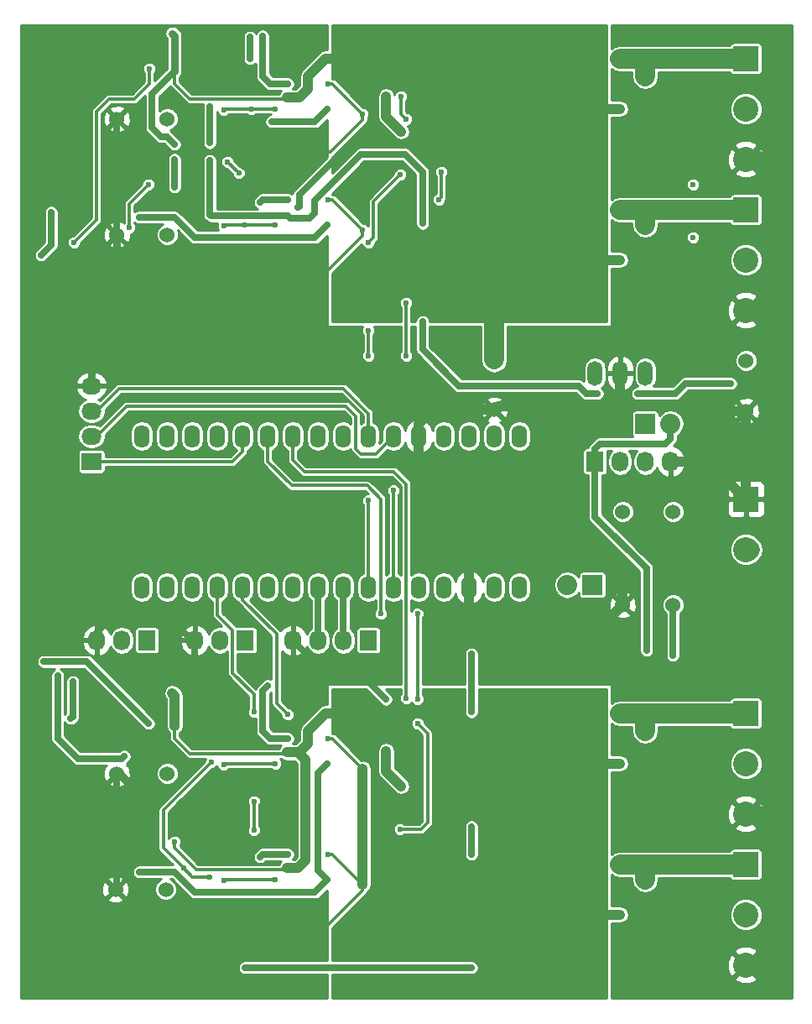
<source format=gbl>
G04 #@! TF.FileFunction,Copper,L2,Bot,Signal*
%FSLAX46Y46*%
G04 Gerber Fmt 4.6, Leading zero omitted, Abs format (unit mm)*
G04 Created by KiCad (PCBNEW 4.0.2-4+6225~38~ubuntu14.04.1-stable) date sön 27 mar 2016 18:27:13*
%MOMM*%
G01*
G04 APERTURE LIST*
%ADD10C,0.100000*%
%ADD11C,1.524000*%
%ADD12R,2.032000X2.032000*%
%ADD13O,2.032000X2.032000*%
%ADD14R,2.540000X2.540000*%
%ADD15C,2.540000*%
%ADD16O,1.600000X2.300000*%
%ADD17R,1.727200X2.032000*%
%ADD18O,1.727200X2.032000*%
%ADD19R,2.032000X1.727200*%
%ADD20O,2.032000X1.727200*%
%ADD21O,1.501140X2.499360*%
%ADD22C,0.600000*%
%ADD23C,1.000000*%
%ADD24C,0.700000*%
%ADD25C,0.800000*%
%ADD26C,2.000000*%
%ADD27C,0.300000*%
%ADD28C,0.254000*%
G04 APERTURE END LIST*
D10*
D11*
X178054000Y-123698000D03*
X183134000Y-123698000D03*
X178054000Y-114300000D03*
X183134000Y-114300000D03*
D12*
X180340000Y-105410000D03*
D13*
X182880000Y-105410000D03*
D12*
X175006000Y-121666000D03*
D13*
X172466000Y-121666000D03*
D14*
X190500000Y-68580000D03*
D15*
X190500000Y-73660000D03*
X190500000Y-78740000D03*
D14*
X190500000Y-83820000D03*
D15*
X190500000Y-88900000D03*
X190500000Y-93980000D03*
D14*
X190500000Y-134620000D03*
D15*
X190500000Y-139700000D03*
X190500000Y-144780000D03*
D16*
X129540000Y-121920000D03*
X132080000Y-121920000D03*
X134620000Y-121920000D03*
X137160000Y-121920000D03*
X139700000Y-121920000D03*
X142240000Y-121920000D03*
X144780000Y-121920000D03*
X147320000Y-121920000D03*
X149860000Y-121920000D03*
X152400000Y-121920000D03*
X154940000Y-121920000D03*
X157480000Y-121920000D03*
X160020000Y-121920000D03*
X162560000Y-121920000D03*
X165100000Y-121920000D03*
X167640000Y-121920000D03*
X167640000Y-106680000D03*
X165100000Y-106680000D03*
X162560000Y-106680000D03*
X160020000Y-106680000D03*
X157480000Y-106680000D03*
X154940000Y-106680000D03*
X152400000Y-106680000D03*
X149860000Y-106680000D03*
X147320000Y-106680000D03*
X144780000Y-106680000D03*
X142240000Y-106680000D03*
X139700000Y-106680000D03*
X137160000Y-106680000D03*
X134620000Y-106680000D03*
X132080000Y-106680000D03*
X129540000Y-106680000D03*
D14*
X190500000Y-149860000D03*
D15*
X190500000Y-154940000D03*
X190500000Y-160020000D03*
D17*
X152400000Y-127254000D03*
D18*
X149860000Y-127254000D03*
X147320000Y-127254000D03*
X144780000Y-127254000D03*
D17*
X130048000Y-127254000D03*
D18*
X127508000Y-127254000D03*
X124968000Y-127254000D03*
D17*
X139954000Y-127254000D03*
D18*
X137414000Y-127254000D03*
X134874000Y-127254000D03*
D19*
X124460000Y-109220000D03*
D20*
X124460000Y-106680000D03*
X124460000Y-104140000D03*
X124460000Y-101600000D03*
D17*
X175260000Y-109220000D03*
D18*
X177800000Y-109220000D03*
X180340000Y-109220000D03*
X182880000Y-109220000D03*
D21*
X177800000Y-100330000D03*
X175260000Y-100330000D03*
X180340000Y-100330000D03*
D11*
X132080000Y-74676000D03*
X127000000Y-74676000D03*
X132080000Y-86360000D03*
X127000000Y-86360000D03*
X132080000Y-140716000D03*
X127000000Y-140716000D03*
X131953000Y-152400000D03*
X126873000Y-152400000D03*
X165100000Y-98933000D03*
X165100000Y-104013000D03*
X190500000Y-99060000D03*
X190500000Y-104140000D03*
D14*
X190500000Y-113030000D03*
D15*
X190500000Y-118110000D03*
D22*
X185166000Y-86614000D03*
X185166000Y-81280000D03*
X177800000Y-71958200D03*
X177800000Y-77063600D03*
X177800000Y-87198200D03*
X177800000Y-92303600D03*
X177800000Y-158343600D03*
X177800000Y-153162000D03*
X177800000Y-143103600D03*
X177800000Y-137998200D03*
X133985000Y-144399000D03*
X131445000Y-142621000D03*
X154178000Y-133223000D03*
X134874000Y-127254000D03*
X134874000Y-131572000D03*
X140843000Y-131191000D03*
X142240000Y-128524000D03*
X155702000Y-141986000D03*
X177546000Y-119126000D03*
X172720000Y-103632000D03*
X187706000Y-103632000D03*
X127000000Y-86360000D03*
X154178000Y-72390000D03*
X155702000Y-75946000D03*
X148336000Y-82804000D03*
X151826000Y-85852000D03*
X151826000Y-74168000D03*
X148336000Y-71120000D03*
X154178000Y-138430000D03*
X148336000Y-137160000D03*
X151826000Y-140208000D03*
X148336000Y-148844000D03*
X151826000Y-151892000D03*
X127000000Y-152400000D03*
X175514000Y-102362000D03*
X179578000Y-102362000D03*
X188976000Y-101346000D03*
X157861000Y-95111998D03*
X157861000Y-85217000D03*
X139954000Y-160274000D03*
X162814000Y-160274000D03*
X162814000Y-148844000D03*
X162814000Y-146050000D03*
X133731000Y-150241000D03*
X183134000Y-128778000D03*
X162814000Y-128651000D03*
X162814000Y-134493000D03*
X136525000Y-139573000D03*
X136398000Y-151130000D03*
X136525000Y-84455000D03*
X136398000Y-73406000D03*
X136398000Y-77089000D03*
X136398000Y-78855998D03*
X172720000Y-154940000D03*
X172720000Y-156210000D03*
X171450000Y-156210000D03*
X170180000Y-156210000D03*
X168910000Y-156210000D03*
X167640000Y-156210000D03*
X166370000Y-156210000D03*
X165100000Y-156210000D03*
X165100000Y-157480000D03*
X166370000Y-157480000D03*
X167640000Y-157480000D03*
X168910000Y-157480000D03*
X170180000Y-157480000D03*
X171450000Y-157480000D03*
X172720000Y-157480000D03*
X172720000Y-158750000D03*
X171450000Y-158750000D03*
X170180000Y-158750000D03*
X168910000Y-158750000D03*
X167640000Y-158750000D03*
X166370000Y-158750000D03*
X165100000Y-158750000D03*
X165100000Y-160020000D03*
X166370000Y-160020000D03*
X167640000Y-160020000D03*
X168910000Y-160020000D03*
X170180000Y-160020000D03*
X171450000Y-160020000D03*
X172720000Y-160020000D03*
X166370000Y-149860000D03*
X167640000Y-149860000D03*
X165100000Y-149860000D03*
X168910000Y-149860000D03*
X170180000Y-149860000D03*
X171450000Y-149860000D03*
X172720000Y-149860000D03*
X172720000Y-151130000D03*
X171450000Y-151130000D03*
X170180000Y-151130000D03*
X169164000Y-151130000D03*
X167640000Y-151130000D03*
X166370000Y-151130000D03*
X165100000Y-151130000D03*
X165100000Y-152400000D03*
X166370000Y-152400000D03*
X167640000Y-152400000D03*
X168910000Y-152400000D03*
X170180000Y-152400000D03*
X171450000Y-152400000D03*
X172720000Y-152400000D03*
X172720000Y-153670000D03*
X171450000Y-153670000D03*
X170180000Y-153670000D03*
X169164000Y-153670000D03*
X167640000Y-153670000D03*
X166370000Y-153670000D03*
X165100000Y-153670000D03*
X165100000Y-154940000D03*
X166370000Y-154940000D03*
X167640000Y-154940000D03*
X172720000Y-140970000D03*
X172720000Y-139700000D03*
X171450000Y-139700000D03*
X170180000Y-139700000D03*
X171450000Y-140970000D03*
X170180000Y-140970000D03*
X168910000Y-140970000D03*
X167640000Y-140970000D03*
X166370000Y-140970000D03*
X165100000Y-140970000D03*
X165100000Y-142240000D03*
X166370000Y-142240000D03*
X167640000Y-142240000D03*
X169164000Y-142240000D03*
X170180000Y-142240000D03*
X171450000Y-142240000D03*
X172720000Y-142240000D03*
X172720000Y-143510000D03*
X171450000Y-143510000D03*
X170180000Y-143510000D03*
X168910000Y-143510000D03*
X167640000Y-143510000D03*
X166370000Y-143510000D03*
X165100000Y-143510000D03*
X165100000Y-144780000D03*
X166370000Y-144780000D03*
X167640000Y-144780000D03*
X169164000Y-144780000D03*
X170180000Y-144780000D03*
X171450000Y-144780000D03*
X172720000Y-144780000D03*
X166370000Y-134620000D03*
X167640000Y-134620000D03*
X165100000Y-134620000D03*
X168910000Y-134620000D03*
X170180000Y-134620000D03*
X171450000Y-134620000D03*
X172720000Y-134620000D03*
X172720000Y-135890000D03*
X171450000Y-135890000D03*
X170180000Y-135890000D03*
X168910000Y-135890000D03*
X167640000Y-135890000D03*
X166370000Y-135890000D03*
X165100000Y-135890000D03*
X165100000Y-137160000D03*
X166370000Y-137160000D03*
X167640000Y-137160000D03*
X168910000Y-137160000D03*
X170180000Y-137160000D03*
X171450000Y-137160000D03*
X172720000Y-137160000D03*
X172720000Y-138430000D03*
X171450000Y-138430000D03*
X170180000Y-138430000D03*
X168910000Y-138430000D03*
X167640000Y-138430000D03*
X166370000Y-138430000D03*
X165100000Y-138430000D03*
X165100000Y-139700000D03*
X166370000Y-139700000D03*
X167640000Y-139700000D03*
X167894000Y-90170000D03*
X166370000Y-90170000D03*
X165100000Y-91440000D03*
X166497000Y-91567000D03*
X167640000Y-91440000D03*
X168910000Y-91440000D03*
X170180000Y-91440000D03*
X171450000Y-91440000D03*
X172720000Y-91440000D03*
X172720000Y-93980000D03*
X172720000Y-92710000D03*
X171450000Y-92710000D03*
X171450000Y-93980000D03*
X170180000Y-93980000D03*
X170180000Y-92710000D03*
X168910000Y-92710000D03*
X168910000Y-93980000D03*
X167640000Y-93980000D03*
X167640000Y-92710000D03*
X166370000Y-92710000D03*
X166370000Y-93980000D03*
X165100000Y-93980000D03*
X165100000Y-92710000D03*
X165100000Y-90170000D03*
X168910000Y-90170000D03*
X170180000Y-90170000D03*
X170180000Y-88900000D03*
X171450000Y-88900000D03*
X171450000Y-90170000D03*
X172720000Y-90170000D03*
X172720000Y-88900000D03*
X165100000Y-83820000D03*
X166370000Y-83820000D03*
X167640000Y-83820000D03*
X168910000Y-83820000D03*
X170180000Y-83820000D03*
X171450000Y-83820000D03*
X172720000Y-83820000D03*
X172720000Y-85090000D03*
X171450000Y-85090000D03*
X170180000Y-85090000D03*
X169164000Y-85090000D03*
X167640000Y-85090000D03*
X166370000Y-85090000D03*
X165100000Y-85090000D03*
X165100000Y-86360000D03*
X166370000Y-86360000D03*
X167640000Y-86360000D03*
X168910000Y-86360000D03*
X170180000Y-86360000D03*
X171450000Y-86360000D03*
X172720000Y-86360000D03*
X172720000Y-87630000D03*
X171450000Y-87630000D03*
X170180000Y-87630000D03*
X169164000Y-87630000D03*
X167640000Y-87630000D03*
X166370000Y-87630000D03*
X165100000Y-87630000D03*
X165100000Y-88900000D03*
X167640000Y-88900000D03*
X166370000Y-88900000D03*
X170180000Y-78740000D03*
X171450000Y-78740000D03*
X172720000Y-78740000D03*
X172720000Y-73660000D03*
X171450000Y-73660000D03*
X170180000Y-73660000D03*
X172720000Y-74930000D03*
X171450000Y-74930000D03*
X170180000Y-74930000D03*
X169164000Y-74930000D03*
X167640000Y-74930000D03*
X166370000Y-74930000D03*
X165100000Y-74930000D03*
X165100000Y-76200000D03*
X166370000Y-76200000D03*
X167640000Y-76200000D03*
X168910000Y-76200000D03*
X170180000Y-76200000D03*
X171450000Y-76200000D03*
X172720000Y-76200000D03*
X172720000Y-77470000D03*
X171450000Y-77470000D03*
X170180000Y-77470000D03*
X169164000Y-77470000D03*
X167640000Y-77470000D03*
X166370000Y-77470000D03*
X165100000Y-77470000D03*
X165100000Y-78740000D03*
X166370000Y-78740000D03*
X167640000Y-78740000D03*
X168910000Y-78740000D03*
X165100000Y-71120000D03*
X166433500Y-71056500D03*
X167640000Y-71120000D03*
X168910000Y-71120000D03*
X170180000Y-71120000D03*
X171450000Y-71120000D03*
X172720000Y-71120000D03*
X172720000Y-72390000D03*
X171450000Y-72390000D03*
X170180000Y-72390000D03*
X168910000Y-72390000D03*
X167703500Y-72326500D03*
X166370000Y-72390000D03*
X165100000Y-72390000D03*
X165100000Y-73660000D03*
X166370000Y-73660000D03*
X167640000Y-73660000D03*
X165100000Y-68580000D03*
X166370000Y-68580000D03*
X167640000Y-68580000D03*
X168910000Y-68580000D03*
X170180000Y-68580000D03*
X171450000Y-68580000D03*
X172720000Y-68580000D03*
X172720000Y-69850000D03*
X171450000Y-69850000D03*
X170180000Y-69850000D03*
X168910000Y-69850000D03*
X167640000Y-69850000D03*
X166370000Y-69850000D03*
X165163500Y-69786500D03*
X132842000Y-147574000D03*
X144145000Y-150241000D03*
X144145000Y-72517000D03*
X145301024Y-83579024D03*
X132842000Y-77216000D03*
X132842000Y-78740000D03*
X169164000Y-154940000D03*
X177800000Y-154940000D03*
X177800000Y-139700000D03*
X169037000Y-139700000D03*
X144145000Y-138557000D03*
X132842000Y-135890000D03*
X132588000Y-132588000D03*
X132588000Y-66040000D03*
X169037000Y-73660000D03*
X132842000Y-69850000D03*
X177800000Y-73660000D03*
X177800000Y-88900000D03*
X169164000Y-88900000D03*
X132842000Y-81534000D03*
X148270000Y-139700000D03*
X148270000Y-151384000D03*
X129286000Y-150622000D03*
X180467000Y-128270000D03*
X122367000Y-135128000D03*
X122555000Y-131445000D03*
X142621000Y-74930000D03*
X140462000Y-68580000D03*
X140462000Y-66421000D03*
X148270000Y-73660000D03*
X120396000Y-84074000D03*
X119380000Y-88392000D03*
X148270000Y-85344000D03*
X129286000Y-84582000D03*
X130302000Y-69596000D03*
X122682000Y-87122000D03*
X130197860Y-81280000D03*
X128270000Y-85598000D03*
X130197860Y-135636000D03*
X119634000Y-129413000D03*
X121031000Y-130810000D03*
X127762000Y-138938000D03*
X179324000Y-68834000D03*
X177800000Y-68580000D03*
X180340000Y-70358000D03*
X180340000Y-85598000D03*
X179324000Y-83820000D03*
X177800000Y-83566000D03*
X180340000Y-136398000D03*
X177800000Y-134620000D03*
X179324000Y-134874000D03*
X140843000Y-143510000D03*
X140843000Y-146431000D03*
X140843000Y-134493000D03*
X137795000Y-151511000D03*
X143002000Y-151384000D03*
X144272000Y-134747000D03*
X143002000Y-139700000D03*
X137795000Y-139827000D03*
X139954000Y-85344000D03*
X152400000Y-113157000D03*
X143002000Y-85344000D03*
X137795000Y-85471000D03*
X140589000Y-73660000D03*
X154940000Y-112141000D03*
X139319000Y-80137000D03*
X138176000Y-78994000D03*
X137795000Y-73787000D03*
X143002000Y-73660000D03*
X155575000Y-146304000D03*
X157353000Y-135636000D03*
X157353000Y-133223000D03*
X157353000Y-124587000D03*
X153670000Y-124587000D03*
X156210000Y-133096000D03*
X155636000Y-80264000D03*
X152400000Y-98552000D03*
X152400000Y-96012000D03*
X152400000Y-87122000D03*
X155702000Y-72390000D03*
X156210000Y-74676000D03*
X159766000Y-80010000D03*
X159512000Y-82804000D03*
X156210000Y-93218000D03*
X156210000Y-98552000D03*
X177800000Y-149606000D03*
X179324000Y-149860000D03*
X180340000Y-151638000D03*
X141732000Y-66548000D03*
X144272000Y-71120000D03*
X141478000Y-83058000D03*
X144272000Y-82804000D03*
X142240000Y-131826000D03*
X144272000Y-137160000D03*
X144272000Y-148844000D03*
X141478000Y-149098000D03*
D23*
X177800000Y-71958200D02*
X177800000Y-71882000D01*
X177800000Y-77063600D02*
X177800000Y-76962000D01*
X177800000Y-87198200D02*
X177800000Y-87122000D01*
X177800000Y-92303600D02*
X177800000Y-92202000D01*
X177800000Y-158343600D02*
X177800000Y-158242000D01*
X177800000Y-143103600D02*
X177800000Y-143002000D01*
X177800000Y-137998200D02*
X177800000Y-137922000D01*
D24*
X127000000Y-140716000D02*
X127381000Y-140716000D01*
X127381000Y-140716000D02*
X129286000Y-142621000D01*
X129286000Y-142621000D02*
X131445000Y-142621000D01*
X148717000Y-131191000D02*
X144780000Y-127254000D01*
X152146000Y-131191000D02*
X148717000Y-131191000D01*
X154178000Y-133223000D02*
X152146000Y-131191000D01*
X134874000Y-127254000D02*
X134874000Y-131572000D01*
X140843000Y-131191000D02*
X142240000Y-129794000D01*
X142240000Y-129794000D02*
X142240000Y-128524000D01*
D23*
X151826000Y-140208000D02*
X151826000Y-151892000D01*
D25*
X124460000Y-101600000D02*
X124460000Y-91694000D01*
X127000000Y-89154000D02*
X127000000Y-86360000D01*
X124460000Y-91694000D02*
X127000000Y-89154000D01*
D24*
X134874000Y-127254000D02*
X134620000Y-127254000D01*
X134620000Y-127254000D02*
X132588000Y-125222000D01*
X132588000Y-125222000D02*
X126238000Y-125222000D01*
X126238000Y-125222000D02*
X124968000Y-126492000D01*
X124968000Y-126492000D02*
X124968000Y-127254000D01*
D26*
X192532000Y-160020000D02*
X190500000Y-160020000D01*
X194056000Y-158496000D02*
X192532000Y-160020000D01*
X194056000Y-147320000D02*
X194056000Y-158496000D01*
X191516000Y-144780000D02*
X194056000Y-147320000D01*
X190500000Y-144780000D02*
X191516000Y-144780000D01*
D23*
X155702000Y-141986000D02*
X154178000Y-140462000D01*
X154178000Y-140462000D02*
X154178000Y-138430000D01*
X157480000Y-106680000D02*
X157480000Y-105410000D01*
X158877000Y-104013000D02*
X165100000Y-104013000D01*
X157480000Y-105410000D02*
X158877000Y-104013000D01*
X162560000Y-121920000D02*
X162560000Y-124968000D01*
X162560000Y-124968000D02*
X163830000Y-126238000D01*
X163830000Y-126238000D02*
X175514000Y-126238000D01*
X175514000Y-126238000D02*
X178054000Y-123698000D01*
X162560000Y-121920000D02*
X162560000Y-114300000D01*
X157480000Y-109220000D02*
X157480000Y-106680000D01*
X162560000Y-114300000D02*
X157480000Y-109220000D01*
X178054000Y-123698000D02*
X178054000Y-119634000D01*
X178054000Y-119634000D02*
X177546000Y-119126000D01*
X190500000Y-104140000D02*
X190500000Y-113030000D01*
X182880000Y-109220000D02*
X186690000Y-109220000D01*
X186690000Y-109220000D02*
X190500000Y-113030000D01*
X172720000Y-103632000D02*
X165481000Y-103632000D01*
X165481000Y-103632000D02*
X165100000Y-104013000D01*
X176276000Y-103632000D02*
X187706000Y-103632000D01*
X177800000Y-102108000D02*
X177800000Y-100330000D01*
X176276000Y-103632000D02*
X177800000Y-102108000D01*
X172720000Y-103632000D02*
X176276000Y-103632000D01*
X188214000Y-104140000D02*
X190500000Y-104140000D01*
X187706000Y-103632000D02*
X188214000Y-104140000D01*
D24*
X127000000Y-86360000D02*
X127000000Y-74676000D01*
D23*
X154178000Y-74422000D02*
X154178000Y-72390000D01*
X155702000Y-75946000D02*
X154178000Y-74422000D01*
D26*
X190500000Y-78740000D02*
X191516000Y-78740000D01*
X191516000Y-78740000D02*
X194056000Y-81280000D01*
X194056000Y-81280000D02*
X194056000Y-92456000D01*
X194056000Y-92456000D02*
X192532000Y-93980000D01*
X192532000Y-93980000D02*
X190500000Y-93980000D01*
D27*
X151826000Y-85852000D02*
X148778000Y-82804000D01*
X148778000Y-82804000D02*
X148336000Y-82804000D01*
X151826000Y-86426000D02*
X147066000Y-91186000D01*
X147066000Y-91186000D02*
X131826000Y-91186000D01*
X131826000Y-91186000D02*
X127000000Y-86360000D01*
X151826000Y-85852000D02*
X151826000Y-86426000D01*
X151826000Y-74168000D02*
X151826000Y-74742000D01*
X151826000Y-74742000D02*
X148590000Y-77978000D01*
X148590000Y-77978000D02*
X130302000Y-77978000D01*
X130302000Y-77978000D02*
X127000000Y-74676000D01*
X148778000Y-71120000D02*
X148336000Y-71120000D01*
X151826000Y-74168000D02*
X148778000Y-71120000D01*
X151826000Y-140208000D02*
X148778000Y-137160000D01*
X148778000Y-137160000D02*
X148336000Y-137160000D01*
D24*
X127000000Y-152400000D02*
X127000000Y-140716000D01*
D27*
X151826000Y-151892000D02*
X148778000Y-148844000D01*
X148778000Y-148844000D02*
X148336000Y-148844000D01*
X131826000Y-157226000D02*
X127000000Y-152400000D01*
X151826000Y-151892000D02*
X151826000Y-152466000D01*
X151826000Y-152466000D02*
X147066000Y-157226000D01*
X147066000Y-157226000D02*
X131826000Y-157226000D01*
D24*
X157861000Y-84836000D02*
X157861000Y-85217000D01*
X144272000Y-84455000D02*
X144526000Y-84709000D01*
X144526000Y-84709000D02*
X146431000Y-84709000D01*
X146431000Y-84709000D02*
X146939000Y-84201000D01*
X146939000Y-84201000D02*
X146939000Y-82931000D01*
X146939000Y-82931000D02*
X151638000Y-78232000D01*
X151638000Y-78232000D02*
X156083000Y-78232000D01*
X156083000Y-78232000D02*
X157861000Y-80010000D01*
X157861000Y-95250000D02*
X157861000Y-97917000D01*
X157861000Y-80010000D02*
X157861000Y-84836000D01*
X157861000Y-97917000D02*
X161544000Y-101600000D01*
X161544000Y-101600000D02*
X173609000Y-101600000D01*
X173609000Y-101600000D02*
X174371000Y-102362000D01*
X174371000Y-102362000D02*
X175514000Y-102362000D01*
X179578000Y-102362000D02*
X183388000Y-102362000D01*
X183388000Y-102362000D02*
X184404000Y-101346000D01*
X184404000Y-101346000D02*
X188976000Y-101346000D01*
X144272000Y-84455000D02*
X136525000Y-84455000D01*
X157861000Y-95377000D02*
X157861000Y-95250000D01*
X157861000Y-95111998D02*
X157861000Y-95377000D01*
X139954000Y-160274000D02*
X162814000Y-160274000D01*
X162814000Y-146050000D02*
X162814000Y-148844000D01*
X183134000Y-128778000D02*
X183134000Y-123698000D01*
X162814000Y-134493000D02*
X162814000Y-128651000D01*
D27*
X131699000Y-144399000D02*
X136525000Y-139573000D01*
X131699000Y-148209000D02*
X131699000Y-144399000D01*
X134620000Y-151130000D02*
X133731000Y-150241000D01*
X133731000Y-150241000D02*
X131699000Y-148209000D01*
X136398000Y-151130000D02*
X134620000Y-151130000D01*
D24*
X136398000Y-84328000D02*
X136398000Y-78855998D01*
X136525000Y-84455000D02*
X136398000Y-84328000D01*
X136398000Y-73406000D02*
X136398000Y-77089000D01*
X136398000Y-78855998D02*
X136398000Y-78867000D01*
X172720000Y-154940000D02*
X172720000Y-156210000D01*
X171450000Y-156210000D02*
X170180000Y-156210000D01*
X168910000Y-156210000D02*
X167640000Y-156210000D01*
X166370000Y-156210000D02*
X165100000Y-156210000D01*
X165100000Y-157480000D02*
X166370000Y-157480000D01*
X167640000Y-157480000D02*
X168910000Y-157480000D01*
X170180000Y-157480000D02*
X171450000Y-157480000D01*
X172720000Y-157480000D02*
X172720000Y-158750000D01*
X171450000Y-158750000D02*
X170180000Y-158750000D01*
X168910000Y-158750000D02*
X167640000Y-158750000D01*
X166370000Y-158750000D02*
X165100000Y-158750000D01*
X165100000Y-160020000D02*
X166370000Y-160020000D01*
X167640000Y-160020000D02*
X168910000Y-160020000D01*
X170180000Y-160020000D02*
X171450000Y-160020000D01*
X166370000Y-149860000D02*
X167640000Y-149860000D01*
X168910000Y-149860000D02*
X170180000Y-149860000D01*
X171450000Y-149860000D02*
X172720000Y-149860000D01*
X172720000Y-151130000D02*
X171450000Y-151130000D01*
X170180000Y-151130000D02*
X169164000Y-151130000D01*
X167640000Y-151130000D02*
X166370000Y-151130000D01*
X165100000Y-151130000D02*
X165100000Y-152400000D01*
X166370000Y-152400000D02*
X167640000Y-152400000D01*
X168910000Y-152400000D02*
X170180000Y-152400000D01*
X171450000Y-152400000D02*
X172720000Y-152400000D01*
X172720000Y-153670000D02*
X171450000Y-153670000D01*
X170180000Y-153670000D02*
X169164000Y-153670000D01*
X167640000Y-153670000D02*
X166370000Y-153670000D01*
X165100000Y-153670000D02*
X165100000Y-154940000D01*
X166370000Y-154940000D02*
X167640000Y-154940000D01*
X172720000Y-139700000D02*
X171450000Y-139700000D01*
X172720000Y-139700000D02*
X172720000Y-140970000D01*
X171450000Y-140970000D02*
X170180000Y-140970000D01*
X168910000Y-140970000D02*
X167640000Y-140970000D01*
X166370000Y-140970000D02*
X165100000Y-140970000D01*
X165100000Y-142240000D02*
X166370000Y-142240000D01*
X167640000Y-142240000D02*
X169164000Y-142240000D01*
X170180000Y-142240000D02*
X171450000Y-142240000D01*
X172720000Y-142240000D02*
X172720000Y-143510000D01*
X171450000Y-143510000D02*
X170180000Y-143510000D01*
X168910000Y-143510000D02*
X167640000Y-143510000D01*
X166370000Y-143510000D02*
X165100000Y-143510000D01*
X165100000Y-144780000D02*
X166370000Y-144780000D01*
X167640000Y-144780000D02*
X169164000Y-144780000D01*
X170180000Y-144780000D02*
X171450000Y-144780000D01*
X166370000Y-134620000D02*
X167640000Y-134620000D01*
X168910000Y-134620000D02*
X170180000Y-134620000D01*
X171450000Y-134620000D02*
X172720000Y-134620000D01*
X172720000Y-135890000D02*
X171450000Y-135890000D01*
X170180000Y-135890000D02*
X168910000Y-135890000D01*
X167640000Y-135890000D02*
X166370000Y-135890000D01*
X165100000Y-135890000D02*
X165100000Y-137160000D01*
X166370000Y-137160000D02*
X167640000Y-137160000D01*
X168910000Y-137160000D02*
X170180000Y-137160000D01*
X171450000Y-137160000D02*
X172720000Y-137160000D01*
X172720000Y-138430000D02*
X171450000Y-138430000D01*
X170180000Y-138430000D02*
X168910000Y-138430000D01*
X167640000Y-138430000D02*
X166370000Y-138430000D01*
X165100000Y-138430000D02*
X165100000Y-139700000D01*
X166370000Y-139700000D02*
X167640000Y-139700000D01*
X167640000Y-90424000D02*
X167640000Y-91440000D01*
X167894000Y-90170000D02*
X167640000Y-90424000D01*
X167132000Y-90932000D02*
X166370000Y-90170000D01*
X165100000Y-91440000D02*
X165227000Y-91567000D01*
X165227000Y-91567000D02*
X166497000Y-91567000D01*
X167640000Y-91440000D02*
X168910000Y-91440000D01*
X170180000Y-91440000D02*
X171450000Y-91440000D01*
X172720000Y-91440000D02*
X172720000Y-93980000D01*
X172720000Y-92710000D02*
X171450000Y-92710000D01*
X171450000Y-93980000D02*
X170180000Y-93980000D01*
X170180000Y-92710000D02*
X168910000Y-92710000D01*
X168910000Y-93980000D02*
X167640000Y-93980000D01*
X167640000Y-92710000D02*
X166370000Y-92710000D01*
X166370000Y-93980000D02*
X165100000Y-93980000D01*
X165100000Y-92710000D02*
X165100000Y-92964000D01*
X168910000Y-90170000D02*
X170180000Y-90170000D01*
X170180000Y-88900000D02*
X171450000Y-88900000D01*
X171450000Y-90170000D02*
X172720000Y-90170000D01*
X165100000Y-83820000D02*
X166370000Y-83820000D01*
X168910000Y-83820000D02*
X170180000Y-83820000D01*
X171450000Y-83820000D02*
X172720000Y-83820000D01*
X172720000Y-85090000D02*
X171450000Y-85090000D01*
X170180000Y-85090000D02*
X169164000Y-85090000D01*
X167640000Y-85090000D02*
X166370000Y-85090000D01*
X165100000Y-85090000D02*
X165100000Y-86360000D01*
X166370000Y-86360000D02*
X167640000Y-86360000D01*
X168910000Y-86360000D02*
X170180000Y-86360000D01*
X171450000Y-86360000D02*
X172720000Y-86360000D01*
X172720000Y-87630000D02*
X171450000Y-87630000D01*
X170180000Y-87630000D02*
X169164000Y-87630000D01*
X167640000Y-87630000D02*
X166370000Y-87630000D01*
X165100000Y-87630000D02*
X165100000Y-88900000D01*
X166370000Y-88900000D02*
X167640000Y-88900000D01*
X170180000Y-78740000D02*
X171450000Y-78740000D01*
X169037000Y-73660000D02*
X170180000Y-73660000D01*
X171450000Y-73660000D02*
X172720000Y-73660000D01*
X172720000Y-74930000D02*
X171450000Y-74930000D01*
X170180000Y-74930000D02*
X169164000Y-74930000D01*
X167640000Y-74930000D02*
X166370000Y-74930000D01*
X165100000Y-74930000D02*
X165100000Y-76200000D01*
X166370000Y-76200000D02*
X167640000Y-76200000D01*
X168910000Y-76200000D02*
X170180000Y-76200000D01*
X171450000Y-76200000D02*
X172720000Y-76200000D01*
X172720000Y-77470000D02*
X171450000Y-77470000D01*
X170180000Y-77470000D02*
X169164000Y-77470000D01*
X167640000Y-77470000D02*
X166370000Y-77470000D01*
X165100000Y-77470000D02*
X165100000Y-78740000D01*
X166370000Y-78740000D02*
X167640000Y-78740000D01*
X168910000Y-78740000D02*
X169164000Y-78740000D01*
X166433500Y-71056500D02*
X166497000Y-71120000D01*
X166497000Y-71120000D02*
X167640000Y-71120000D01*
X168910000Y-71120000D02*
X170180000Y-71120000D01*
X171450000Y-71120000D02*
X172720000Y-71120000D01*
X172720000Y-72390000D02*
X171450000Y-72390000D01*
X170180000Y-72390000D02*
X168910000Y-72390000D01*
X167703500Y-72326500D02*
X167640000Y-72390000D01*
X167640000Y-72390000D02*
X166370000Y-72390000D01*
X165100000Y-72390000D02*
X165100000Y-73660000D01*
X166370000Y-73660000D02*
X167640000Y-73660000D01*
X165100000Y-68580000D02*
X166370000Y-68580000D01*
X167640000Y-68580000D02*
X168910000Y-68580000D01*
X170180000Y-68580000D02*
X171450000Y-68580000D01*
X172720000Y-68580000D02*
X172720000Y-69850000D01*
X171450000Y-69850000D02*
X170180000Y-69850000D01*
X168910000Y-69850000D02*
X167640000Y-69850000D01*
X166370000Y-69850000D02*
X166306500Y-69786500D01*
X166306500Y-69786500D02*
X165163500Y-69786500D01*
D26*
X190500000Y-118110000D02*
X190881000Y-118110000D01*
X171196000Y-86868000D02*
X169164000Y-88900000D01*
D23*
X144526000Y-138557000D02*
X145288000Y-138557000D01*
D27*
X144018000Y-150368000D02*
X144145000Y-150241000D01*
X144018000Y-150368000D02*
X135001000Y-150368000D01*
X135001000Y-150368000D02*
X132842000Y-148209000D01*
X132842000Y-148209000D02*
X132842000Y-147574000D01*
D23*
X145288000Y-150241000D02*
X144145000Y-150241000D01*
X146050000Y-149479000D02*
X145288000Y-150241000D01*
X146050000Y-139319000D02*
X146050000Y-149479000D01*
X145288000Y-138557000D02*
X146050000Y-139319000D01*
X144145000Y-72517000D02*
X145415000Y-72517000D01*
D27*
X144018000Y-72644000D02*
X144145000Y-72517000D01*
X144018000Y-72644000D02*
X134366000Y-72644000D01*
X134366000Y-72644000D02*
X132842000Y-71120000D01*
X132842000Y-71120000D02*
X132842000Y-69850000D01*
D23*
X148082000Y-68580000D02*
X152781000Y-68580000D01*
X146304000Y-70358000D02*
X148082000Y-68580000D01*
X146304000Y-71628000D02*
X146304000Y-70358000D01*
X145415000Y-72517000D02*
X146304000Y-71628000D01*
D24*
X145301024Y-83579024D02*
X145415000Y-83465048D01*
X145415000Y-83465048D02*
X145415000Y-82296000D01*
X145415000Y-82296000D02*
X152781000Y-74930000D01*
X152781000Y-74930000D02*
X152781000Y-68580000D01*
D26*
X165100000Y-98933000D02*
X165100000Y-92964000D01*
X165100000Y-92964000D02*
X167132000Y-90932000D01*
X167132000Y-90932000D02*
X169164000Y-88900000D01*
D24*
X132842000Y-81534000D02*
X132842000Y-78740000D01*
X130556000Y-72136000D02*
X132842000Y-69850000D01*
X130556000Y-75565000D02*
X130556000Y-72136000D01*
X131445000Y-76454000D02*
X130556000Y-75565000D01*
X132080000Y-76454000D02*
X131445000Y-76454000D01*
X132842000Y-77216000D02*
X132080000Y-76454000D01*
D26*
X169164000Y-154940000D02*
X169164000Y-154940000D01*
D23*
X169672000Y-154940000D02*
X169164000Y-154940000D01*
X169164000Y-154940000D02*
X169672000Y-154940000D01*
X177800000Y-154940000D02*
X169164000Y-154940000D01*
X169037000Y-139700000D02*
X170180000Y-139700000D01*
X170180000Y-139700000D02*
X177800000Y-139700000D01*
D26*
X169164000Y-154940000D02*
X169164000Y-146812000D01*
X169164000Y-146812000D02*
X169164000Y-139827000D01*
X169164000Y-139827000D02*
X169037000Y-139700000D01*
D23*
X145415000Y-138557000D02*
X146304000Y-137668000D01*
X146304000Y-137668000D02*
X146304000Y-136398000D01*
X146304000Y-136398000D02*
X148082000Y-134620000D01*
X148082000Y-134620000D02*
X157861000Y-134620000D01*
X157861000Y-134620000D02*
X159766000Y-135763000D01*
X159766000Y-135763000D02*
X165100000Y-135763000D01*
X165100000Y-135763000D02*
X169037000Y-139700000D01*
D27*
X132842000Y-137160000D02*
X132842000Y-135890000D01*
X134366000Y-138684000D02*
X132842000Y-137160000D01*
X144018000Y-138684000D02*
X134366000Y-138684000D01*
X144018000Y-138684000D02*
X144145000Y-138557000D01*
D23*
X144145000Y-138557000D02*
X144526000Y-138557000D01*
X144526000Y-138557000D02*
X145415000Y-138557000D01*
X132588000Y-132588000D02*
X132842000Y-132842000D01*
X132842000Y-132842000D02*
X132842000Y-135890000D01*
D25*
X132588000Y-66040000D02*
X132842000Y-66294000D01*
X132842000Y-66294000D02*
X132842000Y-69850000D01*
D23*
X152781000Y-68580000D02*
X163957000Y-68580000D01*
X163957000Y-68580000D02*
X165163500Y-69786500D01*
D26*
X169164000Y-88900000D02*
X169164000Y-73787000D01*
X169164000Y-73787000D02*
X169037000Y-73660000D01*
D23*
X169037000Y-73660000D02*
X177800000Y-73660000D01*
X177800000Y-88900000D02*
X172720000Y-88900000D01*
X172720000Y-88900000D02*
X169164000Y-88900000D01*
X169164000Y-88900000D02*
X169672000Y-88900000D01*
X169672000Y-88900000D02*
X169164000Y-88900000D01*
D26*
X169164000Y-88900000D02*
X169164000Y-88900000D01*
D24*
X132842000Y-150622000D02*
X129286000Y-150622000D01*
X134874000Y-152654000D02*
X132842000Y-150622000D01*
X147000000Y-152654000D02*
X134874000Y-152654000D01*
X147000000Y-152654000D02*
X148270000Y-151384000D01*
X147320000Y-150434000D02*
X148270000Y-151384000D01*
X147320000Y-140650000D02*
X147320000Y-150434000D01*
X147320000Y-140650000D02*
X148270000Y-139700000D01*
X175260000Y-109220000D02*
X175260000Y-114808000D01*
X180467000Y-120015000D02*
X180467000Y-128270000D01*
X175260000Y-114808000D02*
X180467000Y-120015000D01*
X122555000Y-134940000D02*
X122555000Y-131445000D01*
X122367000Y-135128000D02*
X122555000Y-134940000D01*
X148270000Y-73660000D02*
X147000000Y-74930000D01*
X147000000Y-74930000D02*
X142621000Y-74930000D01*
X140462000Y-68580000D02*
X140462000Y-66421000D01*
X120396000Y-87376000D02*
X120396000Y-84074000D01*
X119380000Y-88392000D02*
X120396000Y-87376000D01*
X147000000Y-86614000D02*
X148270000Y-85344000D01*
X147000000Y-86614000D02*
X134874000Y-86614000D01*
X134874000Y-86614000D02*
X132842000Y-84582000D01*
X132842000Y-84582000D02*
X129286000Y-84582000D01*
X182880000Y-105410000D02*
X182880000Y-106934000D01*
X175260000Y-107950000D02*
X175260000Y-109220000D01*
X175768000Y-107442000D02*
X175260000Y-107950000D01*
X182372000Y-107442000D02*
X175768000Y-107442000D01*
X182880000Y-106934000D02*
X182372000Y-107442000D01*
D27*
X130302000Y-71120000D02*
X130302000Y-69596000D01*
X128778000Y-72644000D02*
X130302000Y-71120000D01*
X126238000Y-72644000D02*
X128778000Y-72644000D01*
X124968000Y-73914000D02*
X126238000Y-72644000D01*
X124968000Y-84836000D02*
X124968000Y-73914000D01*
X122682000Y-87122000D02*
X124968000Y-84836000D01*
X128270000Y-83207860D02*
X128270000Y-85598000D01*
X130197860Y-81280000D02*
X128270000Y-83207860D01*
D24*
X123974860Y-129413000D02*
X119634000Y-129413000D01*
X130197860Y-135636000D02*
X123974860Y-129413000D01*
X121031000Y-137160000D02*
X121031000Y-130810000D01*
X123063000Y-139192000D02*
X121031000Y-137160000D01*
X127508000Y-139192000D02*
X123063000Y-139192000D01*
X127762000Y-138938000D02*
X127508000Y-139192000D01*
D23*
X179324000Y-68834000D02*
X179324000Y-68580000D01*
X179324000Y-68580000D02*
X179324000Y-68834000D01*
X179324000Y-68834000D02*
X179324000Y-68580000D01*
D26*
X180340000Y-70358000D02*
X180340000Y-68580000D01*
X190500000Y-68580000D02*
X180340000Y-68580000D01*
X180340000Y-68580000D02*
X179324000Y-68580000D01*
X179324000Y-68580000D02*
X177800000Y-68580000D01*
X180340000Y-85344000D02*
X180340000Y-84328000D01*
D23*
X180340000Y-85598000D02*
X180340000Y-85344000D01*
X177800000Y-83566000D02*
X177800000Y-83820000D01*
X177800000Y-83820000D02*
X177800000Y-83566000D01*
X177800000Y-83566000D02*
X177800000Y-83820000D01*
D26*
X180340000Y-83820000D02*
X180340000Y-84328000D01*
X190500000Y-83820000D02*
X180340000Y-83820000D01*
X180340000Y-83820000D02*
X179324000Y-83820000D01*
X179324000Y-83820000D02*
X177800000Y-83820000D01*
X179324000Y-134620000D02*
X177800000Y-134620000D01*
X180340000Y-134620000D02*
X179324000Y-134620000D01*
X190500000Y-134620000D02*
X180340000Y-134620000D01*
X180340000Y-136398000D02*
X180340000Y-134620000D01*
D23*
X179324000Y-134874000D02*
X179324000Y-134620000D01*
X179324000Y-134620000D02*
X179324000Y-134874000D01*
X179324000Y-134874000D02*
X179324000Y-134620000D01*
D27*
X140843000Y-146431000D02*
X140843000Y-143510000D01*
X137160000Y-121920000D02*
X137160000Y-124714000D01*
X137160000Y-124714000D02*
X138684000Y-126238000D01*
X138684000Y-126238000D02*
X138684000Y-130556000D01*
X138684000Y-130556000D02*
X140843000Y-132715000D01*
X140843000Y-132715000D02*
X140843000Y-134493000D01*
X137922000Y-151384000D02*
X143002000Y-151384000D01*
X137922000Y-151384000D02*
X137795000Y-151511000D01*
X139700000Y-121920000D02*
X139700000Y-123190000D01*
X143129000Y-133604000D02*
X144272000Y-134747000D01*
X143129000Y-126619000D02*
X143129000Y-133604000D01*
X139700000Y-123190000D02*
X143129000Y-126619000D01*
X137922000Y-139700000D02*
X137795000Y-139827000D01*
X137922000Y-139700000D02*
X143002000Y-139700000D01*
D24*
X144780000Y-121920000D02*
X144780000Y-122682000D01*
X147320000Y-121920000D02*
X147320000Y-127254000D01*
X149860000Y-121920000D02*
X149860000Y-127254000D01*
D27*
X152400000Y-121920000D02*
X152400000Y-113157000D01*
X137922000Y-85344000D02*
X137795000Y-85471000D01*
X137922000Y-85344000D02*
X139954000Y-85344000D01*
X139954000Y-85344000D02*
X143002000Y-85344000D01*
X154940000Y-121920000D02*
X154940000Y-112141000D01*
X138176000Y-78994000D02*
X139319000Y-80137000D01*
X137922000Y-73660000D02*
X140589000Y-73660000D01*
X140589000Y-73660000D02*
X143002000Y-73660000D01*
X137922000Y-73660000D02*
X137795000Y-73787000D01*
X124460000Y-109220000D02*
X138684000Y-109220000D01*
X139700000Y-108204000D02*
X139700000Y-106680000D01*
X138684000Y-109220000D02*
X139700000Y-108204000D01*
X142240000Y-106680000D02*
X142240000Y-109220000D01*
X157734000Y-146304000D02*
X155575000Y-146304000D01*
X158369000Y-145669000D02*
X157734000Y-146304000D01*
X158369000Y-136652000D02*
X158369000Y-145669000D01*
X157353000Y-135636000D02*
X158369000Y-136652000D01*
X157353000Y-124587000D02*
X157353000Y-133223000D01*
X153670000Y-113030000D02*
X153670000Y-124587000D01*
X152273000Y-111633000D02*
X153670000Y-113030000D01*
X144653000Y-111633000D02*
X152273000Y-111633000D01*
X142240000Y-109220000D02*
X144653000Y-111633000D01*
X156210000Y-133096000D02*
X156210000Y-116586000D01*
X156210000Y-116586000D02*
X156210000Y-111506000D01*
X156210000Y-111506000D02*
X154940000Y-110236000D01*
X154940000Y-110236000D02*
X145923000Y-110236000D01*
X145923000Y-110236000D02*
X144780000Y-109093000D01*
X144780000Y-109093000D02*
X144780000Y-106680000D01*
X152400000Y-96012000D02*
X152400000Y-98552000D01*
X152908000Y-86614000D02*
X152400000Y-87122000D01*
X152908000Y-82992000D02*
X152908000Y-86614000D01*
X152908000Y-82992000D02*
X155636000Y-80264000D01*
X155702000Y-74168000D02*
X155702000Y-72390000D01*
X156210000Y-74676000D02*
X155702000Y-74168000D01*
X159766000Y-82550000D02*
X159766000Y-80010000D01*
X159512000Y-82804000D02*
X159766000Y-82550000D01*
X156210000Y-98552000D02*
X156210000Y-93218000D01*
X124460000Y-104140000D02*
X124968000Y-104140000D01*
X124968000Y-104140000D02*
X127254000Y-101854000D01*
X152400000Y-104394000D02*
X152400000Y-106680000D01*
X149860000Y-101854000D02*
X152400000Y-104394000D01*
X127254000Y-101854000D02*
X149860000Y-101854000D01*
X124460000Y-106680000D02*
X124968000Y-106680000D01*
X124968000Y-106680000D02*
X128016000Y-103632000D01*
X153162000Y-108458000D02*
X154940000Y-106680000D01*
X151638000Y-108458000D02*
X153162000Y-108458000D01*
X151130000Y-107950000D02*
X151638000Y-108458000D01*
X151130000Y-104648000D02*
X151130000Y-107950000D01*
X150114000Y-103632000D02*
X151130000Y-104648000D01*
X128016000Y-103632000D02*
X150114000Y-103632000D01*
D26*
X179324000Y-149860000D02*
X177800000Y-149860000D01*
X180340000Y-149860000D02*
X179324000Y-149860000D01*
X190500000Y-149860000D02*
X180340000Y-149860000D01*
X180340000Y-149860000D02*
X180340000Y-150368000D01*
D23*
X177800000Y-149606000D02*
X177800000Y-149860000D01*
X177800000Y-149860000D02*
X177800000Y-149606000D01*
X177800000Y-149606000D02*
X177800000Y-149860000D01*
X180340000Y-151638000D02*
X180340000Y-151384000D01*
D26*
X180340000Y-151384000D02*
X180340000Y-150368000D01*
D24*
X141732000Y-66548000D02*
X141732000Y-66294000D01*
X141732000Y-66294000D02*
X141732000Y-70358000D01*
X141732000Y-70358000D02*
X142494000Y-71120000D01*
X142494000Y-71120000D02*
X144272000Y-71120000D01*
X141478000Y-83058000D02*
X141732000Y-82804000D01*
X141732000Y-82804000D02*
X144272000Y-82804000D01*
X141732000Y-132334000D02*
X141732000Y-136398000D01*
X142240000Y-131826000D02*
X141732000Y-132334000D01*
X141732000Y-136398000D02*
X142494000Y-137160000D01*
X142494000Y-137160000D02*
X144272000Y-137160000D01*
X141732000Y-148844000D02*
X144272000Y-148844000D01*
X141478000Y-149098000D02*
X141732000Y-148844000D01*
D28*
G36*
X176403000Y-95123000D02*
X158592000Y-95123000D01*
X158592000Y-95111998D01*
X158536356Y-94832256D01*
X158377895Y-94595103D01*
X158140742Y-94436642D01*
X157861000Y-94380998D01*
X157581258Y-94436642D01*
X157344105Y-94595103D01*
X157185644Y-94832256D01*
X157130000Y-95111998D01*
X157130000Y-95123000D01*
X156741000Y-95123000D01*
X156741000Y-93650166D01*
X156786987Y-93604259D01*
X156890882Y-93354054D01*
X156891118Y-93083135D01*
X156787661Y-92832748D01*
X156596259Y-92641013D01*
X156346054Y-92537118D01*
X156075135Y-92536882D01*
X155824748Y-92640339D01*
X155633013Y-92831741D01*
X155529118Y-93081946D01*
X155528882Y-93352865D01*
X155632339Y-93603252D01*
X155679000Y-93649994D01*
X155679000Y-95123000D01*
X148717000Y-95123000D01*
X148717000Y-90285948D01*
X151726835Y-87276112D01*
X151822339Y-87507252D01*
X152013741Y-87698987D01*
X152263946Y-87802882D01*
X152534865Y-87803118D01*
X152785252Y-87699661D01*
X152976987Y-87508259D01*
X153080882Y-87258054D01*
X153080940Y-87192008D01*
X153283471Y-86989476D01*
X153283474Y-86989474D01*
X153398580Y-86817205D01*
X153439000Y-86614000D01*
X153439000Y-83211948D01*
X155705886Y-80945061D01*
X155770865Y-80945118D01*
X156021252Y-80841661D01*
X156212987Y-80650259D01*
X156316882Y-80400054D01*
X156317118Y-80129135D01*
X156213661Y-79878748D01*
X156022259Y-79687013D01*
X155772054Y-79583118D01*
X155501135Y-79582882D01*
X155250748Y-79686339D01*
X155059013Y-79877741D01*
X154955118Y-80127946D01*
X154955060Y-80193992D01*
X152532526Y-82616526D01*
X152417420Y-82788795D01*
X152377000Y-82992000D01*
X152377000Y-85440041D01*
X152212259Y-85275013D01*
X151962054Y-85171118D01*
X151896008Y-85171060D01*
X149153474Y-82428526D01*
X148981205Y-82313420D01*
X148778000Y-82273000D01*
X148768166Y-82273000D01*
X148722259Y-82227013D01*
X148717000Y-82224829D01*
X148717000Y-82186790D01*
X151940790Y-78963000D01*
X155780210Y-78963000D01*
X157130000Y-80312790D01*
X157130000Y-85217000D01*
X157185644Y-85496742D01*
X157344105Y-85733895D01*
X157581258Y-85892356D01*
X157861000Y-85948000D01*
X158140742Y-85892356D01*
X158377895Y-85733895D01*
X158536356Y-85496742D01*
X158592000Y-85217000D01*
X158592000Y-82938865D01*
X158830882Y-82938865D01*
X158934339Y-83189252D01*
X159125741Y-83380987D01*
X159375946Y-83484882D01*
X159646865Y-83485118D01*
X159897252Y-83381661D01*
X160088987Y-83190259D01*
X160192882Y-82940054D01*
X160192962Y-82848417D01*
X160256580Y-82753205D01*
X160297000Y-82550000D01*
X160297000Y-80442166D01*
X160342987Y-80396259D01*
X160446882Y-80146054D01*
X160447118Y-79875135D01*
X160343661Y-79624748D01*
X160152259Y-79433013D01*
X159902054Y-79329118D01*
X159631135Y-79328882D01*
X159380748Y-79432339D01*
X159189013Y-79623741D01*
X159085118Y-79873946D01*
X159084882Y-80144865D01*
X159188339Y-80395252D01*
X159235000Y-80441994D01*
X159235000Y-82181611D01*
X159126748Y-82226339D01*
X158935013Y-82417741D01*
X158831118Y-82667946D01*
X158830882Y-82938865D01*
X158592000Y-82938865D01*
X158592000Y-80010000D01*
X158536356Y-79730258D01*
X158377895Y-79493105D01*
X156599895Y-77715105D01*
X156362742Y-77556644D01*
X156083000Y-77501000D01*
X151638000Y-77501000D01*
X151358259Y-77556643D01*
X151121105Y-77715105D01*
X148717000Y-80119210D01*
X148717000Y-78483738D01*
X148793205Y-78468580D01*
X148965474Y-78353474D01*
X152201474Y-75117474D01*
X152316580Y-74945205D01*
X152357000Y-74742000D01*
X152357000Y-74600166D01*
X152402987Y-74554259D01*
X152506882Y-74304054D01*
X152507118Y-74033135D01*
X152403661Y-73782748D01*
X152212259Y-73591013D01*
X151962054Y-73487118D01*
X151896008Y-73487060D01*
X150798948Y-72390000D01*
X153297000Y-72390000D01*
X153297000Y-74422000D01*
X153364062Y-74759144D01*
X153555039Y-75044961D01*
X155079039Y-76568961D01*
X155364855Y-76759938D01*
X155702000Y-76827000D01*
X156039144Y-76759938D01*
X156324961Y-76568961D01*
X156515938Y-76283144D01*
X156583000Y-75946000D01*
X156515938Y-75608855D01*
X156347112Y-75356190D01*
X156595252Y-75253661D01*
X156786987Y-75062259D01*
X156890882Y-74812054D01*
X156891118Y-74541135D01*
X156787661Y-74290748D01*
X156596259Y-74099013D01*
X156346054Y-73995118D01*
X156280008Y-73995060D01*
X156233000Y-73948052D01*
X156233000Y-72822166D01*
X156278987Y-72776259D01*
X156382882Y-72526054D01*
X156383118Y-72255135D01*
X156279661Y-72004748D01*
X156088259Y-71813013D01*
X155838054Y-71709118D01*
X155567135Y-71708882D01*
X155316748Y-71812339D01*
X155125013Y-72003741D01*
X155028433Y-72236329D01*
X154991938Y-72052856D01*
X154800961Y-71767039D01*
X154515144Y-71576062D01*
X154178000Y-71509000D01*
X153840856Y-71576062D01*
X153555039Y-71767039D01*
X153364062Y-72052856D01*
X153297000Y-72390000D01*
X150798948Y-72390000D01*
X149153474Y-70744526D01*
X148981205Y-70629420D01*
X148778000Y-70589000D01*
X148768166Y-70589000D01*
X148722259Y-70543013D01*
X148717000Y-70540829D01*
X148717000Y-65226000D01*
X176403000Y-65226000D01*
X176403000Y-95123000D01*
X176403000Y-95123000D01*
G37*
X176403000Y-95123000D02*
X158592000Y-95123000D01*
X158592000Y-95111998D01*
X158536356Y-94832256D01*
X158377895Y-94595103D01*
X158140742Y-94436642D01*
X157861000Y-94380998D01*
X157581258Y-94436642D01*
X157344105Y-94595103D01*
X157185644Y-94832256D01*
X157130000Y-95111998D01*
X157130000Y-95123000D01*
X156741000Y-95123000D01*
X156741000Y-93650166D01*
X156786987Y-93604259D01*
X156890882Y-93354054D01*
X156891118Y-93083135D01*
X156787661Y-92832748D01*
X156596259Y-92641013D01*
X156346054Y-92537118D01*
X156075135Y-92536882D01*
X155824748Y-92640339D01*
X155633013Y-92831741D01*
X155529118Y-93081946D01*
X155528882Y-93352865D01*
X155632339Y-93603252D01*
X155679000Y-93649994D01*
X155679000Y-95123000D01*
X148717000Y-95123000D01*
X148717000Y-90285948D01*
X151726835Y-87276112D01*
X151822339Y-87507252D01*
X152013741Y-87698987D01*
X152263946Y-87802882D01*
X152534865Y-87803118D01*
X152785252Y-87699661D01*
X152976987Y-87508259D01*
X153080882Y-87258054D01*
X153080940Y-87192008D01*
X153283471Y-86989476D01*
X153283474Y-86989474D01*
X153398580Y-86817205D01*
X153439000Y-86614000D01*
X153439000Y-83211948D01*
X155705886Y-80945061D01*
X155770865Y-80945118D01*
X156021252Y-80841661D01*
X156212987Y-80650259D01*
X156316882Y-80400054D01*
X156317118Y-80129135D01*
X156213661Y-79878748D01*
X156022259Y-79687013D01*
X155772054Y-79583118D01*
X155501135Y-79582882D01*
X155250748Y-79686339D01*
X155059013Y-79877741D01*
X154955118Y-80127946D01*
X154955060Y-80193992D01*
X152532526Y-82616526D01*
X152417420Y-82788795D01*
X152377000Y-82992000D01*
X152377000Y-85440041D01*
X152212259Y-85275013D01*
X151962054Y-85171118D01*
X151896008Y-85171060D01*
X149153474Y-82428526D01*
X148981205Y-82313420D01*
X148778000Y-82273000D01*
X148768166Y-82273000D01*
X148722259Y-82227013D01*
X148717000Y-82224829D01*
X148717000Y-82186790D01*
X151940790Y-78963000D01*
X155780210Y-78963000D01*
X157130000Y-80312790D01*
X157130000Y-85217000D01*
X157185644Y-85496742D01*
X157344105Y-85733895D01*
X157581258Y-85892356D01*
X157861000Y-85948000D01*
X158140742Y-85892356D01*
X158377895Y-85733895D01*
X158536356Y-85496742D01*
X158592000Y-85217000D01*
X158592000Y-82938865D01*
X158830882Y-82938865D01*
X158934339Y-83189252D01*
X159125741Y-83380987D01*
X159375946Y-83484882D01*
X159646865Y-83485118D01*
X159897252Y-83381661D01*
X160088987Y-83190259D01*
X160192882Y-82940054D01*
X160192962Y-82848417D01*
X160256580Y-82753205D01*
X160297000Y-82550000D01*
X160297000Y-80442166D01*
X160342987Y-80396259D01*
X160446882Y-80146054D01*
X160447118Y-79875135D01*
X160343661Y-79624748D01*
X160152259Y-79433013D01*
X159902054Y-79329118D01*
X159631135Y-79328882D01*
X159380748Y-79432339D01*
X159189013Y-79623741D01*
X159085118Y-79873946D01*
X159084882Y-80144865D01*
X159188339Y-80395252D01*
X159235000Y-80441994D01*
X159235000Y-82181611D01*
X159126748Y-82226339D01*
X158935013Y-82417741D01*
X158831118Y-82667946D01*
X158830882Y-82938865D01*
X158592000Y-82938865D01*
X158592000Y-80010000D01*
X158536356Y-79730258D01*
X158377895Y-79493105D01*
X156599895Y-77715105D01*
X156362742Y-77556644D01*
X156083000Y-77501000D01*
X151638000Y-77501000D01*
X151358259Y-77556643D01*
X151121105Y-77715105D01*
X148717000Y-80119210D01*
X148717000Y-78483738D01*
X148793205Y-78468580D01*
X148965474Y-78353474D01*
X152201474Y-75117474D01*
X152316580Y-74945205D01*
X152357000Y-74742000D01*
X152357000Y-74600166D01*
X152402987Y-74554259D01*
X152506882Y-74304054D01*
X152507118Y-74033135D01*
X152403661Y-73782748D01*
X152212259Y-73591013D01*
X151962054Y-73487118D01*
X151896008Y-73487060D01*
X150798948Y-72390000D01*
X153297000Y-72390000D01*
X153297000Y-74422000D01*
X153364062Y-74759144D01*
X153555039Y-75044961D01*
X155079039Y-76568961D01*
X155364855Y-76759938D01*
X155702000Y-76827000D01*
X156039144Y-76759938D01*
X156324961Y-76568961D01*
X156515938Y-76283144D01*
X156583000Y-75946000D01*
X156515938Y-75608855D01*
X156347112Y-75356190D01*
X156595252Y-75253661D01*
X156786987Y-75062259D01*
X156890882Y-74812054D01*
X156891118Y-74541135D01*
X156787661Y-74290748D01*
X156596259Y-74099013D01*
X156346054Y-73995118D01*
X156280008Y-73995060D01*
X156233000Y-73948052D01*
X156233000Y-72822166D01*
X156278987Y-72776259D01*
X156382882Y-72526054D01*
X156383118Y-72255135D01*
X156279661Y-72004748D01*
X156088259Y-71813013D01*
X155838054Y-71709118D01*
X155567135Y-71708882D01*
X155316748Y-71812339D01*
X155125013Y-72003741D01*
X155028433Y-72236329D01*
X154991938Y-72052856D01*
X154800961Y-71767039D01*
X154515144Y-71576062D01*
X154178000Y-71509000D01*
X153840856Y-71576062D01*
X153555039Y-71767039D01*
X153364062Y-72052856D01*
X153297000Y-72390000D01*
X150798948Y-72390000D01*
X149153474Y-70744526D01*
X148981205Y-70629420D01*
X148778000Y-70589000D01*
X148768166Y-70589000D01*
X148722259Y-70543013D01*
X148717000Y-70540829D01*
X148717000Y-65226000D01*
X176403000Y-65226000D01*
X176403000Y-95123000D01*
G36*
X153661105Y-133739895D02*
X153898259Y-133898356D01*
X154178000Y-133954000D01*
X154457741Y-133898356D01*
X154694895Y-133739895D01*
X154853356Y-133502741D01*
X154909000Y-133223000D01*
X154853356Y-132943259D01*
X154694895Y-132706105D01*
X154195790Y-132207000D01*
X155679000Y-132207000D01*
X155679000Y-132663834D01*
X155633013Y-132709741D01*
X155529118Y-132959946D01*
X155528882Y-133230865D01*
X155632339Y-133481252D01*
X155823741Y-133672987D01*
X156073946Y-133776882D01*
X156344865Y-133777118D01*
X156595252Y-133673661D01*
X156741884Y-133527284D01*
X156775339Y-133608252D01*
X156966741Y-133799987D01*
X157216946Y-133903882D01*
X157487865Y-133904118D01*
X157738252Y-133800661D01*
X157929987Y-133609259D01*
X158033882Y-133359054D01*
X158034118Y-133088135D01*
X157930661Y-132837748D01*
X157884000Y-132791006D01*
X157884000Y-132207000D01*
X162083000Y-132207000D01*
X162083000Y-134493000D01*
X162138644Y-134772742D01*
X162297105Y-135009895D01*
X162534258Y-135168356D01*
X162814000Y-135224000D01*
X163093742Y-135168356D01*
X163330895Y-135009895D01*
X163489356Y-134772742D01*
X163545000Y-134493000D01*
X163545000Y-132207000D01*
X176403000Y-132207000D01*
X176403000Y-163374000D01*
X148717000Y-163374000D01*
X148717000Y-161005000D01*
X162814000Y-161005000D01*
X163093742Y-160949356D01*
X163330895Y-160790895D01*
X163489356Y-160553742D01*
X163545000Y-160274000D01*
X163489356Y-159994258D01*
X163330895Y-159757105D01*
X163093742Y-159598644D01*
X162814000Y-159543000D01*
X148717000Y-159543000D01*
X148717000Y-156325948D01*
X152201471Y-152841476D01*
X152201474Y-152841474D01*
X152316580Y-152669205D01*
X152331672Y-152593331D01*
X152448961Y-152514961D01*
X152639938Y-152229144D01*
X152707000Y-151892000D01*
X152707000Y-146438865D01*
X154893882Y-146438865D01*
X154997339Y-146689252D01*
X155188741Y-146880987D01*
X155438946Y-146984882D01*
X155709865Y-146985118D01*
X155960252Y-146881661D01*
X156006994Y-146835000D01*
X157734000Y-146835000D01*
X157937205Y-146794580D01*
X158109474Y-146679474D01*
X158738947Y-146050000D01*
X162083000Y-146050000D01*
X162083000Y-148844000D01*
X162138644Y-149123742D01*
X162297105Y-149360895D01*
X162534258Y-149519356D01*
X162814000Y-149575000D01*
X163093742Y-149519356D01*
X163330895Y-149360895D01*
X163489356Y-149123742D01*
X163545000Y-148844000D01*
X163545000Y-146050000D01*
X163489356Y-145770258D01*
X163330895Y-145533105D01*
X163093742Y-145374644D01*
X162814000Y-145319000D01*
X162534258Y-145374644D01*
X162297105Y-145533105D01*
X162138644Y-145770258D01*
X162083000Y-146050000D01*
X158738947Y-146050000D01*
X158744471Y-146044476D01*
X158744474Y-146044474D01*
X158859580Y-145872205D01*
X158871273Y-145813420D01*
X158900001Y-145669000D01*
X158900000Y-145668995D01*
X158900000Y-136652000D01*
X158859580Y-136448795D01*
X158744474Y-136276526D01*
X158034061Y-135566113D01*
X158034118Y-135501135D01*
X157930661Y-135250748D01*
X157739259Y-135059013D01*
X157489054Y-134955118D01*
X157218135Y-134954882D01*
X156967748Y-135058339D01*
X156776013Y-135249741D01*
X156672118Y-135499946D01*
X156671882Y-135770865D01*
X156775339Y-136021252D01*
X156966741Y-136212987D01*
X157216946Y-136316882D01*
X157282992Y-136316940D01*
X157838000Y-136871948D01*
X157838000Y-145449053D01*
X157514052Y-145773000D01*
X156007166Y-145773000D01*
X155961259Y-145727013D01*
X155711054Y-145623118D01*
X155440135Y-145622882D01*
X155189748Y-145726339D01*
X154998013Y-145917741D01*
X154894118Y-146167946D01*
X154893882Y-146438865D01*
X152707000Y-146438865D01*
X152707000Y-140208000D01*
X152639938Y-139870856D01*
X152448961Y-139585039D01*
X152163144Y-139394062D01*
X151826000Y-139327000D01*
X151717525Y-139348577D01*
X150798948Y-138430000D01*
X153297000Y-138430000D01*
X153297000Y-140462000D01*
X153364062Y-140799144D01*
X153555039Y-141084961D01*
X155079039Y-142608961D01*
X155364855Y-142799938D01*
X155702000Y-142867000D01*
X156039144Y-142799938D01*
X156324961Y-142608961D01*
X156515938Y-142323144D01*
X156583000Y-141986000D01*
X156515938Y-141648855D01*
X156324961Y-141363039D01*
X155059000Y-140097078D01*
X155059000Y-138430000D01*
X154991938Y-138092856D01*
X154800961Y-137807039D01*
X154515144Y-137616062D01*
X154178000Y-137549000D01*
X153840856Y-137616062D01*
X153555039Y-137807039D01*
X153364062Y-138092856D01*
X153297000Y-138430000D01*
X150798948Y-138430000D01*
X149153474Y-136784526D01*
X148981205Y-136669420D01*
X148778000Y-136629000D01*
X148768166Y-136629000D01*
X148722259Y-136583013D01*
X148717000Y-136580829D01*
X148717000Y-132207000D01*
X152128210Y-132207000D01*
X153661105Y-133739895D01*
X153661105Y-133739895D01*
G37*
X153661105Y-133739895D02*
X153898259Y-133898356D01*
X154178000Y-133954000D01*
X154457741Y-133898356D01*
X154694895Y-133739895D01*
X154853356Y-133502741D01*
X154909000Y-133223000D01*
X154853356Y-132943259D01*
X154694895Y-132706105D01*
X154195790Y-132207000D01*
X155679000Y-132207000D01*
X155679000Y-132663834D01*
X155633013Y-132709741D01*
X155529118Y-132959946D01*
X155528882Y-133230865D01*
X155632339Y-133481252D01*
X155823741Y-133672987D01*
X156073946Y-133776882D01*
X156344865Y-133777118D01*
X156595252Y-133673661D01*
X156741884Y-133527284D01*
X156775339Y-133608252D01*
X156966741Y-133799987D01*
X157216946Y-133903882D01*
X157487865Y-133904118D01*
X157738252Y-133800661D01*
X157929987Y-133609259D01*
X158033882Y-133359054D01*
X158034118Y-133088135D01*
X157930661Y-132837748D01*
X157884000Y-132791006D01*
X157884000Y-132207000D01*
X162083000Y-132207000D01*
X162083000Y-134493000D01*
X162138644Y-134772742D01*
X162297105Y-135009895D01*
X162534258Y-135168356D01*
X162814000Y-135224000D01*
X163093742Y-135168356D01*
X163330895Y-135009895D01*
X163489356Y-134772742D01*
X163545000Y-134493000D01*
X163545000Y-132207000D01*
X176403000Y-132207000D01*
X176403000Y-163374000D01*
X148717000Y-163374000D01*
X148717000Y-161005000D01*
X162814000Y-161005000D01*
X163093742Y-160949356D01*
X163330895Y-160790895D01*
X163489356Y-160553742D01*
X163545000Y-160274000D01*
X163489356Y-159994258D01*
X163330895Y-159757105D01*
X163093742Y-159598644D01*
X162814000Y-159543000D01*
X148717000Y-159543000D01*
X148717000Y-156325948D01*
X152201471Y-152841476D01*
X152201474Y-152841474D01*
X152316580Y-152669205D01*
X152331672Y-152593331D01*
X152448961Y-152514961D01*
X152639938Y-152229144D01*
X152707000Y-151892000D01*
X152707000Y-146438865D01*
X154893882Y-146438865D01*
X154997339Y-146689252D01*
X155188741Y-146880987D01*
X155438946Y-146984882D01*
X155709865Y-146985118D01*
X155960252Y-146881661D01*
X156006994Y-146835000D01*
X157734000Y-146835000D01*
X157937205Y-146794580D01*
X158109474Y-146679474D01*
X158738947Y-146050000D01*
X162083000Y-146050000D01*
X162083000Y-148844000D01*
X162138644Y-149123742D01*
X162297105Y-149360895D01*
X162534258Y-149519356D01*
X162814000Y-149575000D01*
X163093742Y-149519356D01*
X163330895Y-149360895D01*
X163489356Y-149123742D01*
X163545000Y-148844000D01*
X163545000Y-146050000D01*
X163489356Y-145770258D01*
X163330895Y-145533105D01*
X163093742Y-145374644D01*
X162814000Y-145319000D01*
X162534258Y-145374644D01*
X162297105Y-145533105D01*
X162138644Y-145770258D01*
X162083000Y-146050000D01*
X158738947Y-146050000D01*
X158744471Y-146044476D01*
X158744474Y-146044474D01*
X158859580Y-145872205D01*
X158871273Y-145813420D01*
X158900001Y-145669000D01*
X158900000Y-145668995D01*
X158900000Y-136652000D01*
X158859580Y-136448795D01*
X158744474Y-136276526D01*
X158034061Y-135566113D01*
X158034118Y-135501135D01*
X157930661Y-135250748D01*
X157739259Y-135059013D01*
X157489054Y-134955118D01*
X157218135Y-134954882D01*
X156967748Y-135058339D01*
X156776013Y-135249741D01*
X156672118Y-135499946D01*
X156671882Y-135770865D01*
X156775339Y-136021252D01*
X156966741Y-136212987D01*
X157216946Y-136316882D01*
X157282992Y-136316940D01*
X157838000Y-136871948D01*
X157838000Y-145449053D01*
X157514052Y-145773000D01*
X156007166Y-145773000D01*
X155961259Y-145727013D01*
X155711054Y-145623118D01*
X155440135Y-145622882D01*
X155189748Y-145726339D01*
X154998013Y-145917741D01*
X154894118Y-146167946D01*
X154893882Y-146438865D01*
X152707000Y-146438865D01*
X152707000Y-140208000D01*
X152639938Y-139870856D01*
X152448961Y-139585039D01*
X152163144Y-139394062D01*
X151826000Y-139327000D01*
X151717525Y-139348577D01*
X150798948Y-138430000D01*
X153297000Y-138430000D01*
X153297000Y-140462000D01*
X153364062Y-140799144D01*
X153555039Y-141084961D01*
X155079039Y-142608961D01*
X155364855Y-142799938D01*
X155702000Y-142867000D01*
X156039144Y-142799938D01*
X156324961Y-142608961D01*
X156515938Y-142323144D01*
X156583000Y-141986000D01*
X156515938Y-141648855D01*
X156324961Y-141363039D01*
X155059000Y-140097078D01*
X155059000Y-138430000D01*
X154991938Y-138092856D01*
X154800961Y-137807039D01*
X154515144Y-137616062D01*
X154178000Y-137549000D01*
X153840856Y-137616062D01*
X153555039Y-137807039D01*
X153364062Y-138092856D01*
X153297000Y-138430000D01*
X150798948Y-138430000D01*
X149153474Y-136784526D01*
X148981205Y-136669420D01*
X148778000Y-136629000D01*
X148768166Y-136629000D01*
X148722259Y-136583013D01*
X148717000Y-136580829D01*
X148717000Y-132207000D01*
X152128210Y-132207000D01*
X153661105Y-133739895D01*
G36*
X148209000Y-67699000D02*
X148082000Y-67699000D01*
X147744856Y-67766062D01*
X147459039Y-67957039D01*
X145681039Y-69735039D01*
X145490062Y-70020856D01*
X145423000Y-70358000D01*
X145423000Y-71263078D01*
X145050078Y-71636000D01*
X144789493Y-71636000D01*
X144947356Y-71399742D01*
X145003000Y-71120000D01*
X144947356Y-70840258D01*
X144788895Y-70603105D01*
X144551742Y-70444644D01*
X144272000Y-70389000D01*
X142796790Y-70389000D01*
X142463000Y-70055210D01*
X142463000Y-66294000D01*
X142407356Y-66014258D01*
X142248895Y-65777105D01*
X142011742Y-65618644D01*
X141732000Y-65563000D01*
X141452258Y-65618644D01*
X141215105Y-65777105D01*
X141056644Y-66014258D01*
X141055693Y-66019041D01*
X140978895Y-65904105D01*
X140741742Y-65745644D01*
X140462000Y-65690000D01*
X140182258Y-65745644D01*
X139945105Y-65904105D01*
X139786644Y-66141258D01*
X139731000Y-66421000D01*
X139731000Y-68580000D01*
X139786644Y-68859742D01*
X139945105Y-69096895D01*
X140182258Y-69255356D01*
X140462000Y-69311000D01*
X140741742Y-69255356D01*
X140978895Y-69096895D01*
X141001000Y-69063813D01*
X141001000Y-70358000D01*
X141056644Y-70637742D01*
X141174458Y-70814062D01*
X141215105Y-70874895D01*
X141977105Y-71636895D01*
X142214258Y-71795356D01*
X142494000Y-71851000D01*
X143586451Y-71851000D01*
X143522039Y-71894039D01*
X143375734Y-72113000D01*
X134585947Y-72113000D01*
X133373000Y-70900052D01*
X133373000Y-70416449D01*
X133394250Y-70402250D01*
X133563550Y-70148876D01*
X133623000Y-69850000D01*
X133623000Y-66294000D01*
X133563550Y-65995124D01*
X133394250Y-65741749D01*
X133140250Y-65487750D01*
X132886876Y-65318450D01*
X132588000Y-65259001D01*
X132289124Y-65318450D01*
X132035750Y-65487750D01*
X131866450Y-65741124D01*
X131807001Y-66040000D01*
X131866450Y-66338876D01*
X132035750Y-66592250D01*
X132061000Y-66617500D01*
X132061000Y-69597210D01*
X130833000Y-70825210D01*
X130833000Y-70028166D01*
X130878987Y-69982259D01*
X130982882Y-69732054D01*
X130983118Y-69461135D01*
X130879661Y-69210748D01*
X130688259Y-69019013D01*
X130438054Y-68915118D01*
X130167135Y-68914882D01*
X129916748Y-69018339D01*
X129725013Y-69209741D01*
X129621118Y-69459946D01*
X129620882Y-69730865D01*
X129724339Y-69981252D01*
X129771000Y-70027994D01*
X129771000Y-70900053D01*
X128558052Y-72113000D01*
X126238000Y-72113000D01*
X126034795Y-72153420D01*
X125862526Y-72268526D01*
X124592526Y-73538526D01*
X124477420Y-73710795D01*
X124437000Y-73914000D01*
X124437000Y-84616052D01*
X122612113Y-86440939D01*
X122547135Y-86440882D01*
X122296748Y-86544339D01*
X122105013Y-86735741D01*
X122001118Y-86985946D01*
X122000882Y-87256865D01*
X122104339Y-87507252D01*
X122295741Y-87698987D01*
X122545946Y-87802882D01*
X122816865Y-87803118D01*
X123067252Y-87699661D01*
X123258987Y-87508259D01*
X123328766Y-87340213D01*
X126199392Y-87340213D01*
X126268857Y-87582397D01*
X126792302Y-87769144D01*
X127347368Y-87741362D01*
X127731143Y-87582397D01*
X127800608Y-87340213D01*
X127000000Y-86539605D01*
X126199392Y-87340213D01*
X123328766Y-87340213D01*
X123362882Y-87258054D01*
X123362940Y-87192008D01*
X124402646Y-86152302D01*
X125590856Y-86152302D01*
X125618638Y-86707368D01*
X125777603Y-87091143D01*
X126019787Y-87160608D01*
X126820395Y-86360000D01*
X126019787Y-85559392D01*
X125777603Y-85628857D01*
X125590856Y-86152302D01*
X124402646Y-86152302D01*
X125343474Y-85211474D01*
X125458580Y-85039205D01*
X125499000Y-84836000D01*
X125499000Y-78740000D01*
X132111000Y-78740000D01*
X132111000Y-81534000D01*
X132166644Y-81813742D01*
X132325105Y-82050895D01*
X132562258Y-82209356D01*
X132842000Y-82265000D01*
X133121742Y-82209356D01*
X133358895Y-82050895D01*
X133517356Y-81813742D01*
X133573000Y-81534000D01*
X133573000Y-78740000D01*
X133517356Y-78460258D01*
X133358895Y-78223105D01*
X133121742Y-78064644D01*
X132842000Y-78009000D01*
X132562258Y-78064644D01*
X132325105Y-78223105D01*
X132166644Y-78460258D01*
X132111000Y-78740000D01*
X125499000Y-78740000D01*
X125499000Y-75656213D01*
X126199392Y-75656213D01*
X126268857Y-75898397D01*
X126792302Y-76085144D01*
X127347368Y-76057362D01*
X127731143Y-75898397D01*
X127800608Y-75656213D01*
X127000000Y-74855605D01*
X126199392Y-75656213D01*
X125499000Y-75656213D01*
X125499000Y-74468302D01*
X125590856Y-74468302D01*
X125618638Y-75023368D01*
X125777603Y-75407143D01*
X126019787Y-75476608D01*
X126820395Y-74676000D01*
X127179605Y-74676000D01*
X127980213Y-75476608D01*
X128222397Y-75407143D01*
X128409144Y-74883698D01*
X128381362Y-74328632D01*
X128222397Y-73944857D01*
X127980213Y-73875392D01*
X127179605Y-74676000D01*
X126820395Y-74676000D01*
X126019787Y-73875392D01*
X125777603Y-73944857D01*
X125590856Y-74468302D01*
X125499000Y-74468302D01*
X125499000Y-74133948D01*
X125937161Y-73695787D01*
X126199392Y-73695787D01*
X127000000Y-74496395D01*
X127800608Y-73695787D01*
X127731143Y-73453603D01*
X127207698Y-73266856D01*
X126652632Y-73294638D01*
X126268857Y-73453603D01*
X126199392Y-73695787D01*
X125937161Y-73695787D01*
X126457948Y-73175000D01*
X128778000Y-73175000D01*
X128981205Y-73134580D01*
X129153474Y-73019474D01*
X129825000Y-72347948D01*
X129825000Y-75565000D01*
X129880644Y-75844742D01*
X130022713Y-76057362D01*
X130039105Y-76081895D01*
X130928105Y-76970895D01*
X131165258Y-77129356D01*
X131445000Y-77185000D01*
X131777210Y-77185000D01*
X132325105Y-77732895D01*
X132562259Y-77891356D01*
X132842000Y-77947000D01*
X133121742Y-77891356D01*
X133358895Y-77732895D01*
X133517356Y-77495742D01*
X133573000Y-77216000D01*
X133517356Y-76936259D01*
X133358895Y-76699105D01*
X132596895Y-75937105D01*
X132571682Y-75920258D01*
X132376847Y-75790073D01*
X132726612Y-75645554D01*
X133048423Y-75324303D01*
X133222801Y-74904354D01*
X133223198Y-74449641D01*
X133049554Y-74029388D01*
X132728303Y-73707577D01*
X132308354Y-73533199D01*
X131853641Y-73532802D01*
X131433388Y-73706446D01*
X131287000Y-73852579D01*
X131287000Y-72438790D01*
X132371914Y-71353876D01*
X132466526Y-71495474D01*
X133990524Y-73019471D01*
X133990526Y-73019474D01*
X134142471Y-73121000D01*
X134162795Y-73134580D01*
X134366000Y-73175000D01*
X135712949Y-73175000D01*
X135667000Y-73406000D01*
X135667000Y-77089000D01*
X135722644Y-77368742D01*
X135881105Y-77605895D01*
X136118258Y-77764356D01*
X136398000Y-77820000D01*
X136677742Y-77764356D01*
X136914895Y-77605895D01*
X137073356Y-77368742D01*
X137129000Y-77089000D01*
X137129000Y-73958454D01*
X137217339Y-74172252D01*
X137408741Y-74363987D01*
X137658946Y-74467882D01*
X137929865Y-74468118D01*
X138180252Y-74364661D01*
X138354215Y-74191000D01*
X140156834Y-74191000D01*
X140202741Y-74236987D01*
X140452946Y-74340882D01*
X140723865Y-74341118D01*
X140974252Y-74237661D01*
X141020994Y-74191000D01*
X142569834Y-74191000D01*
X142584974Y-74206166D01*
X142341258Y-74254644D01*
X142104105Y-74413105D01*
X141945644Y-74650258D01*
X141890000Y-74930000D01*
X141945644Y-75209742D01*
X142104105Y-75446895D01*
X142341258Y-75605356D01*
X142621000Y-75661000D01*
X147000000Y-75661000D01*
X147279742Y-75605356D01*
X147516895Y-75446895D01*
X148209000Y-74754790D01*
X148209000Y-78468210D01*
X144898105Y-81779105D01*
X144739644Y-82016258D01*
X144697868Y-82226282D01*
X144551742Y-82128644D01*
X144272000Y-82073000D01*
X141732000Y-82073000D01*
X141452258Y-82128644D01*
X141215105Y-82287105D01*
X140961105Y-82541105D01*
X140802644Y-82778259D01*
X140747000Y-83058000D01*
X140802644Y-83337741D01*
X140961105Y-83574895D01*
X141184257Y-83724000D01*
X137129000Y-83724000D01*
X137129000Y-79128865D01*
X137494882Y-79128865D01*
X137598339Y-79379252D01*
X137789741Y-79570987D01*
X138039946Y-79674882D01*
X138105992Y-79674940D01*
X138637939Y-80206887D01*
X138637882Y-80271865D01*
X138741339Y-80522252D01*
X138932741Y-80713987D01*
X139182946Y-80817882D01*
X139453865Y-80818118D01*
X139704252Y-80714661D01*
X139895987Y-80523259D01*
X139999882Y-80273054D01*
X140000118Y-80002135D01*
X139896661Y-79751748D01*
X139705259Y-79560013D01*
X139455054Y-79456118D01*
X139389008Y-79456060D01*
X138857061Y-78924113D01*
X138857118Y-78859135D01*
X138753661Y-78608748D01*
X138562259Y-78417013D01*
X138312054Y-78313118D01*
X138041135Y-78312882D01*
X137790748Y-78416339D01*
X137599013Y-78607741D01*
X137495118Y-78857946D01*
X137494882Y-79128865D01*
X137129000Y-79128865D01*
X137129000Y-78855998D01*
X137073356Y-78576256D01*
X136914895Y-78339103D01*
X136677742Y-78180642D01*
X136398000Y-78124998D01*
X136118258Y-78180642D01*
X135881105Y-78339103D01*
X135722644Y-78576256D01*
X135667000Y-78855998D01*
X135667000Y-84328000D01*
X135722644Y-84607742D01*
X135881105Y-84844895D01*
X136008105Y-84971895D01*
X136245258Y-85130356D01*
X136525000Y-85186000D01*
X137175966Y-85186000D01*
X137114118Y-85334946D01*
X137113882Y-85605865D01*
X137217339Y-85856252D01*
X137244041Y-85883000D01*
X135176790Y-85883000D01*
X133358895Y-84065105D01*
X133268961Y-84005013D01*
X133121742Y-83906644D01*
X132842000Y-83851000D01*
X129286000Y-83851000D01*
X129006258Y-83906644D01*
X128801000Y-84043793D01*
X128801000Y-83427808D01*
X130267747Y-81961061D01*
X130332725Y-81961118D01*
X130583112Y-81857661D01*
X130774847Y-81666259D01*
X130878742Y-81416054D01*
X130878978Y-81145135D01*
X130775521Y-80894748D01*
X130584119Y-80703013D01*
X130333914Y-80599118D01*
X130062995Y-80598882D01*
X129812608Y-80702339D01*
X129620873Y-80893741D01*
X129516978Y-81143946D01*
X129516920Y-81209992D01*
X127894526Y-82832386D01*
X127779420Y-83004655D01*
X127739000Y-83207860D01*
X127739000Y-85164996D01*
X127731143Y-85137603D01*
X127207698Y-84950856D01*
X126652632Y-84978638D01*
X126268857Y-85137603D01*
X126199392Y-85379787D01*
X127000000Y-86180395D01*
X127014143Y-86166253D01*
X127193748Y-86345858D01*
X127179605Y-86360000D01*
X127980213Y-87160608D01*
X128222397Y-87091143D01*
X128409144Y-86567698D01*
X128394700Y-86279109D01*
X128404865Y-86279118D01*
X128655252Y-86175661D01*
X128846987Y-85984259D01*
X128950882Y-85734054D01*
X128951118Y-85463135D01*
X128847661Y-85212748D01*
X128801000Y-85166006D01*
X128801000Y-85120207D01*
X129006258Y-85257356D01*
X129286000Y-85313000D01*
X131620823Y-85313000D01*
X131433388Y-85390446D01*
X131111577Y-85711697D01*
X130937199Y-86131646D01*
X130936802Y-86586359D01*
X131110446Y-87006612D01*
X131431697Y-87328423D01*
X131851646Y-87502801D01*
X132306359Y-87503198D01*
X132726612Y-87329554D01*
X133048423Y-87008303D01*
X133222801Y-86588354D01*
X133223198Y-86133641D01*
X133126977Y-85900767D01*
X134357105Y-87130895D01*
X134594258Y-87289356D01*
X134874000Y-87345000D01*
X147000000Y-87345000D01*
X147279742Y-87289356D01*
X147516895Y-87130895D01*
X148209000Y-86438790D01*
X148209000Y-95504000D01*
X148219006Y-95553410D01*
X148247447Y-95595035D01*
X148289841Y-95622315D01*
X148336000Y-95631000D01*
X151820829Y-95631000D01*
X151719118Y-95875946D01*
X151718882Y-96146865D01*
X151822339Y-96397252D01*
X151869000Y-96443994D01*
X151869000Y-98119834D01*
X151823013Y-98165741D01*
X151719118Y-98415946D01*
X151718882Y-98686865D01*
X151822339Y-98937252D01*
X152013741Y-99128987D01*
X152263946Y-99232882D01*
X152534865Y-99233118D01*
X152785252Y-99129661D01*
X152976987Y-98938259D01*
X153080882Y-98688054D01*
X153081118Y-98417135D01*
X152977661Y-98166748D01*
X152931000Y-98120006D01*
X152931000Y-96444166D01*
X152976987Y-96398259D01*
X153080882Y-96148054D01*
X153081118Y-95877135D01*
X152979418Y-95631000D01*
X155679000Y-95631000D01*
X155679000Y-98119834D01*
X155633013Y-98165741D01*
X155529118Y-98415946D01*
X155528882Y-98686865D01*
X155632339Y-98937252D01*
X155823741Y-99128987D01*
X156073946Y-99232882D01*
X156344865Y-99233118D01*
X156595252Y-99129661D01*
X156786987Y-98938259D01*
X156890882Y-98688054D01*
X156891118Y-98417135D01*
X156787661Y-98166748D01*
X156741000Y-98120006D01*
X156741000Y-95631000D01*
X157130000Y-95631000D01*
X157130000Y-97917000D01*
X157185644Y-98196742D01*
X157244414Y-98284697D01*
X157344105Y-98433895D01*
X161027105Y-102116895D01*
X161264259Y-102275357D01*
X161544000Y-102331000D01*
X173306210Y-102331000D01*
X173854105Y-102878895D01*
X174091258Y-103037356D01*
X174371000Y-103093000D01*
X175514000Y-103093000D01*
X175793742Y-103037356D01*
X176030895Y-102878895D01*
X176189356Y-102641742D01*
X176245000Y-102362000D01*
X178847000Y-102362000D01*
X178902644Y-102641742D01*
X179061105Y-102878895D01*
X179298258Y-103037356D01*
X179578000Y-103093000D01*
X183388000Y-103093000D01*
X183667742Y-103037356D01*
X183904895Y-102878895D01*
X184706790Y-102077000D01*
X188976000Y-102077000D01*
X189255742Y-102021356D01*
X189492895Y-101862895D01*
X189651356Y-101625742D01*
X189707000Y-101346000D01*
X189651356Y-101066258D01*
X189492895Y-100829105D01*
X189255742Y-100670644D01*
X188976000Y-100615000D01*
X184404000Y-100615000D01*
X184124258Y-100670644D01*
X183977039Y-100769013D01*
X183887105Y-100829105D01*
X183085210Y-101631000D01*
X181160319Y-101631000D01*
X181385434Y-101294090D01*
X181471570Y-100861057D01*
X181471570Y-99798943D01*
X181385434Y-99365910D01*
X181332280Y-99286359D01*
X189356802Y-99286359D01*
X189530446Y-99706612D01*
X189851697Y-100028423D01*
X190271646Y-100202801D01*
X190726359Y-100203198D01*
X191146612Y-100029554D01*
X191468423Y-99708303D01*
X191642801Y-99288354D01*
X191643198Y-98833641D01*
X191469554Y-98413388D01*
X191148303Y-98091577D01*
X190728354Y-97917199D01*
X190273641Y-97916802D01*
X189853388Y-98090446D01*
X189531577Y-98411697D01*
X189357199Y-98831646D01*
X189356802Y-99286359D01*
X181332280Y-99286359D01*
X181140141Y-98998802D01*
X180773033Y-98753509D01*
X180340000Y-98667373D01*
X179906967Y-98753509D01*
X179539859Y-98998802D01*
X179294566Y-99365910D01*
X179208430Y-99798943D01*
X179208430Y-100861057D01*
X179294566Y-101294090D01*
X179526523Y-101641239D01*
X179298258Y-101686644D01*
X179061105Y-101845105D01*
X178902644Y-102082258D01*
X178847000Y-102362000D01*
X176245000Y-102362000D01*
X176189356Y-102082258D01*
X176030895Y-101845105D01*
X175907900Y-101762922D01*
X176060141Y-101661198D01*
X176305434Y-101294090D01*
X176391570Y-100861057D01*
X176391570Y-100457000D01*
X176414430Y-100457000D01*
X176414430Y-100956110D01*
X176568501Y-101476677D01*
X176910056Y-101898658D01*
X177387097Y-102157810D01*
X177458725Y-102171993D01*
X177673000Y-102049339D01*
X177673000Y-100457000D01*
X177927000Y-100457000D01*
X177927000Y-102049339D01*
X178141275Y-102171993D01*
X178212903Y-102157810D01*
X178689944Y-101898658D01*
X179031499Y-101476677D01*
X179185570Y-100956110D01*
X179185570Y-100457000D01*
X177927000Y-100457000D01*
X177673000Y-100457000D01*
X176414430Y-100457000D01*
X176391570Y-100457000D01*
X176391570Y-99798943D01*
X176372663Y-99703890D01*
X176414430Y-99703890D01*
X176414430Y-100203000D01*
X177673000Y-100203000D01*
X177673000Y-98610661D01*
X177927000Y-98610661D01*
X177927000Y-100203000D01*
X179185570Y-100203000D01*
X179185570Y-99703890D01*
X179031499Y-99183323D01*
X178689944Y-98761342D01*
X178212903Y-98502190D01*
X178141275Y-98488007D01*
X177927000Y-98610661D01*
X177673000Y-98610661D01*
X177458725Y-98488007D01*
X177387097Y-98502190D01*
X176910056Y-98761342D01*
X176568501Y-99183323D01*
X176414430Y-99703890D01*
X176372663Y-99703890D01*
X176305434Y-99365910D01*
X176060141Y-98998802D01*
X175693033Y-98753509D01*
X175260000Y-98667373D01*
X174826967Y-98753509D01*
X174459859Y-98998802D01*
X174214566Y-99365910D01*
X174128430Y-99798943D01*
X174128430Y-100861057D01*
X174184195Y-101141405D01*
X174125895Y-101083105D01*
X173942775Y-100960748D01*
X173888742Y-100924644D01*
X173609000Y-100869000D01*
X161846790Y-100869000D01*
X158592000Y-97614210D01*
X158592000Y-95631000D01*
X163719000Y-95631000D01*
X163719000Y-98933000D01*
X163824122Y-99461486D01*
X164123486Y-99909514D01*
X164571514Y-100208878D01*
X165100000Y-100314000D01*
X165628486Y-100208878D01*
X166076514Y-99909514D01*
X166375878Y-99461486D01*
X166481000Y-98933000D01*
X166481000Y-95631000D01*
X176784000Y-95631000D01*
X176833410Y-95620994D01*
X176875035Y-95592553D01*
X176902315Y-95550159D01*
X176911000Y-95504000D01*
X176911000Y-95327777D01*
X189331828Y-95327777D01*
X189463520Y-95622657D01*
X190171036Y-95894261D01*
X190928632Y-95874436D01*
X191536480Y-95622657D01*
X191668172Y-95327777D01*
X190500000Y-94159605D01*
X189331828Y-95327777D01*
X176911000Y-95327777D01*
X176911000Y-93651036D01*
X188585739Y-93651036D01*
X188605564Y-94408632D01*
X188857343Y-95016480D01*
X189152223Y-95148172D01*
X190320395Y-93980000D01*
X190679605Y-93980000D01*
X191847777Y-95148172D01*
X192142657Y-95016480D01*
X192414261Y-94308964D01*
X192394436Y-93551368D01*
X192142657Y-92943520D01*
X191847777Y-92811828D01*
X190679605Y-93980000D01*
X190320395Y-93980000D01*
X189152223Y-92811828D01*
X188857343Y-92943520D01*
X188585739Y-93651036D01*
X176911000Y-93651036D01*
X176911000Y-92632223D01*
X189331828Y-92632223D01*
X190500000Y-93800395D01*
X191668172Y-92632223D01*
X191536480Y-92337343D01*
X190828964Y-92065739D01*
X190071368Y-92085564D01*
X189463520Y-92337343D01*
X189331828Y-92632223D01*
X176911000Y-92632223D01*
X176911000Y-89781000D01*
X177800000Y-89781000D01*
X178137144Y-89713938D01*
X178422961Y-89522961D01*
X178613938Y-89237144D01*
X178615963Y-89226963D01*
X188848714Y-89226963D01*
X189099534Y-89833995D01*
X189563563Y-90298834D01*
X190170155Y-90550713D01*
X190826963Y-90551286D01*
X191433995Y-90300466D01*
X191898834Y-89836437D01*
X192150713Y-89229845D01*
X192151286Y-88573037D01*
X191900466Y-87966005D01*
X191436437Y-87501166D01*
X190829845Y-87249287D01*
X190173037Y-87248714D01*
X189566005Y-87499534D01*
X189101166Y-87963563D01*
X188849287Y-88570155D01*
X188848714Y-89226963D01*
X178615963Y-89226963D01*
X178681000Y-88900000D01*
X178613938Y-88562856D01*
X178422961Y-88277039D01*
X178137144Y-88086062D01*
X177800000Y-88019000D01*
X176911000Y-88019000D01*
X176911000Y-86748865D01*
X184484882Y-86748865D01*
X184588339Y-86999252D01*
X184779741Y-87190987D01*
X185029946Y-87294882D01*
X185300865Y-87295118D01*
X185551252Y-87191661D01*
X185742987Y-87000259D01*
X185846882Y-86750054D01*
X185847118Y-86479135D01*
X185743661Y-86228748D01*
X185552259Y-86037013D01*
X185302054Y-85933118D01*
X185031135Y-85932882D01*
X184780748Y-86036339D01*
X184589013Y-86227741D01*
X184485118Y-86477946D01*
X184484882Y-86748865D01*
X176911000Y-86748865D01*
X176911000Y-84854989D01*
X177271514Y-85095878D01*
X177800000Y-85201000D01*
X178959000Y-85201000D01*
X178959000Y-85344000D01*
X179064122Y-85872486D01*
X179363486Y-86320514D01*
X179811514Y-86619878D01*
X180340000Y-86725000D01*
X180868486Y-86619878D01*
X181316514Y-86320514D01*
X181615878Y-85872486D01*
X181721000Y-85344000D01*
X181721000Y-85201000D01*
X188862422Y-85201000D01*
X188868103Y-85231190D01*
X188951546Y-85360865D01*
X189078866Y-85447859D01*
X189230000Y-85478464D01*
X191770000Y-85478464D01*
X191911190Y-85451897D01*
X192040865Y-85368454D01*
X192127859Y-85241134D01*
X192158464Y-85090000D01*
X192158464Y-82550000D01*
X192131897Y-82408810D01*
X192048454Y-82279135D01*
X191921134Y-82192141D01*
X191770000Y-82161536D01*
X189230000Y-82161536D01*
X189088810Y-82188103D01*
X188959135Y-82271546D01*
X188872141Y-82398866D01*
X188864014Y-82439000D01*
X177800000Y-82439000D01*
X177271514Y-82544122D01*
X176911000Y-82785011D01*
X176911000Y-81414865D01*
X184484882Y-81414865D01*
X184588339Y-81665252D01*
X184779741Y-81856987D01*
X185029946Y-81960882D01*
X185300865Y-81961118D01*
X185551252Y-81857661D01*
X185742987Y-81666259D01*
X185846882Y-81416054D01*
X185847118Y-81145135D01*
X185743661Y-80894748D01*
X185552259Y-80703013D01*
X185302054Y-80599118D01*
X185031135Y-80598882D01*
X184780748Y-80702339D01*
X184589013Y-80893741D01*
X184485118Y-81143946D01*
X184484882Y-81414865D01*
X176911000Y-81414865D01*
X176911000Y-80087777D01*
X189331828Y-80087777D01*
X189463520Y-80382657D01*
X190171036Y-80654261D01*
X190928632Y-80634436D01*
X191536480Y-80382657D01*
X191668172Y-80087777D01*
X190500000Y-78919605D01*
X189331828Y-80087777D01*
X176911000Y-80087777D01*
X176911000Y-78411036D01*
X188585739Y-78411036D01*
X188605564Y-79168632D01*
X188857343Y-79776480D01*
X189152223Y-79908172D01*
X190320395Y-78740000D01*
X190679605Y-78740000D01*
X191847777Y-79908172D01*
X192142657Y-79776480D01*
X192414261Y-79068964D01*
X192394436Y-78311368D01*
X192142657Y-77703520D01*
X191847777Y-77571828D01*
X190679605Y-78740000D01*
X190320395Y-78740000D01*
X189152223Y-77571828D01*
X188857343Y-77703520D01*
X188585739Y-78411036D01*
X176911000Y-78411036D01*
X176911000Y-77392223D01*
X189331828Y-77392223D01*
X190500000Y-78560395D01*
X191668172Y-77392223D01*
X191536480Y-77097343D01*
X190828964Y-76825739D01*
X190071368Y-76845564D01*
X189463520Y-77097343D01*
X189331828Y-77392223D01*
X176911000Y-77392223D01*
X176911000Y-74541000D01*
X177800000Y-74541000D01*
X178137144Y-74473938D01*
X178422961Y-74282961D01*
X178613938Y-73997144D01*
X178615963Y-73986963D01*
X188848714Y-73986963D01*
X189099534Y-74593995D01*
X189563563Y-75058834D01*
X190170155Y-75310713D01*
X190826963Y-75311286D01*
X191433995Y-75060466D01*
X191898834Y-74596437D01*
X192150713Y-73989845D01*
X192151286Y-73333037D01*
X191900466Y-72726005D01*
X191436437Y-72261166D01*
X190829845Y-72009287D01*
X190173037Y-72008714D01*
X189566005Y-72259534D01*
X189101166Y-72723563D01*
X188849287Y-73330155D01*
X188848714Y-73986963D01*
X178615963Y-73986963D01*
X178681000Y-73660000D01*
X178613938Y-73322856D01*
X178422961Y-73037039D01*
X178137144Y-72846062D01*
X177800000Y-72779000D01*
X176911000Y-72779000D01*
X176911000Y-69614989D01*
X177271514Y-69855878D01*
X177800000Y-69961000D01*
X178959000Y-69961000D01*
X178959000Y-70358000D01*
X179064122Y-70886486D01*
X179363486Y-71334514D01*
X179811514Y-71633878D01*
X180340000Y-71739000D01*
X180868486Y-71633878D01*
X181316514Y-71334514D01*
X181615878Y-70886486D01*
X181721000Y-70358000D01*
X181721000Y-69961000D01*
X188862422Y-69961000D01*
X188868103Y-69991190D01*
X188951546Y-70120865D01*
X189078866Y-70207859D01*
X189230000Y-70238464D01*
X191770000Y-70238464D01*
X191911190Y-70211897D01*
X192040865Y-70128454D01*
X192127859Y-70001134D01*
X192158464Y-69850000D01*
X192158464Y-67310000D01*
X192131897Y-67168810D01*
X192048454Y-67039135D01*
X191921134Y-66952141D01*
X191770000Y-66921536D01*
X189230000Y-66921536D01*
X189088810Y-66948103D01*
X188959135Y-67031546D01*
X188872141Y-67158866D01*
X188864014Y-67199000D01*
X177800000Y-67199000D01*
X177271514Y-67304122D01*
X176911000Y-67545011D01*
X176911000Y-65226000D01*
X195124000Y-65226000D01*
X195124000Y-163374000D01*
X176911000Y-163374000D01*
X176911000Y-161367777D01*
X189331828Y-161367777D01*
X189463520Y-161662657D01*
X190171036Y-161934261D01*
X190928632Y-161914436D01*
X191536480Y-161662657D01*
X191668172Y-161367777D01*
X190500000Y-160199605D01*
X189331828Y-161367777D01*
X176911000Y-161367777D01*
X176911000Y-159691036D01*
X188585739Y-159691036D01*
X188605564Y-160448632D01*
X188857343Y-161056480D01*
X189152223Y-161188172D01*
X190320395Y-160020000D01*
X190679605Y-160020000D01*
X191847777Y-161188172D01*
X192142657Y-161056480D01*
X192414261Y-160348964D01*
X192394436Y-159591368D01*
X192142657Y-158983520D01*
X191847777Y-158851828D01*
X190679605Y-160020000D01*
X190320395Y-160020000D01*
X189152223Y-158851828D01*
X188857343Y-158983520D01*
X188585739Y-159691036D01*
X176911000Y-159691036D01*
X176911000Y-158672223D01*
X189331828Y-158672223D01*
X190500000Y-159840395D01*
X191668172Y-158672223D01*
X191536480Y-158377343D01*
X190828964Y-158105739D01*
X190071368Y-158125564D01*
X189463520Y-158377343D01*
X189331828Y-158672223D01*
X176911000Y-158672223D01*
X176911000Y-155821000D01*
X177800000Y-155821000D01*
X178137144Y-155753938D01*
X178422961Y-155562961D01*
X178613938Y-155277144D01*
X178615963Y-155266963D01*
X188848714Y-155266963D01*
X189099534Y-155873995D01*
X189563563Y-156338834D01*
X190170155Y-156590713D01*
X190826963Y-156591286D01*
X191433995Y-156340466D01*
X191898834Y-155876437D01*
X192150713Y-155269845D01*
X192151286Y-154613037D01*
X191900466Y-154006005D01*
X191436437Y-153541166D01*
X190829845Y-153289287D01*
X190173037Y-153288714D01*
X189566005Y-153539534D01*
X189101166Y-154003563D01*
X188849287Y-154610155D01*
X188848714Y-155266963D01*
X178615963Y-155266963D01*
X178681000Y-154940000D01*
X178613938Y-154602856D01*
X178422961Y-154317039D01*
X178137144Y-154126062D01*
X177800000Y-154059000D01*
X176911000Y-154059000D01*
X176911000Y-150894989D01*
X177271514Y-151135878D01*
X177800000Y-151241000D01*
X178959000Y-151241000D01*
X178959000Y-151384000D01*
X179064122Y-151912486D01*
X179363486Y-152360514D01*
X179811514Y-152659878D01*
X180340000Y-152765000D01*
X180868486Y-152659878D01*
X181316514Y-152360514D01*
X181615878Y-151912486D01*
X181721000Y-151384000D01*
X181721000Y-151241000D01*
X188862422Y-151241000D01*
X188868103Y-151271190D01*
X188951546Y-151400865D01*
X189078866Y-151487859D01*
X189230000Y-151518464D01*
X191770000Y-151518464D01*
X191911190Y-151491897D01*
X192040865Y-151408454D01*
X192127859Y-151281134D01*
X192158464Y-151130000D01*
X192158464Y-148590000D01*
X192131897Y-148448810D01*
X192048454Y-148319135D01*
X191921134Y-148232141D01*
X191770000Y-148201536D01*
X189230000Y-148201536D01*
X189088810Y-148228103D01*
X188959135Y-148311546D01*
X188872141Y-148438866D01*
X188864014Y-148479000D01*
X177800000Y-148479000D01*
X177271514Y-148584122D01*
X176911000Y-148825011D01*
X176911000Y-146127777D01*
X189331828Y-146127777D01*
X189463520Y-146422657D01*
X190171036Y-146694261D01*
X190928632Y-146674436D01*
X191536480Y-146422657D01*
X191668172Y-146127777D01*
X190500000Y-144959605D01*
X189331828Y-146127777D01*
X176911000Y-146127777D01*
X176911000Y-144451036D01*
X188585739Y-144451036D01*
X188605564Y-145208632D01*
X188857343Y-145816480D01*
X189152223Y-145948172D01*
X190320395Y-144780000D01*
X190679605Y-144780000D01*
X191847777Y-145948172D01*
X192142657Y-145816480D01*
X192414261Y-145108964D01*
X192394436Y-144351368D01*
X192142657Y-143743520D01*
X191847777Y-143611828D01*
X190679605Y-144780000D01*
X190320395Y-144780000D01*
X189152223Y-143611828D01*
X188857343Y-143743520D01*
X188585739Y-144451036D01*
X176911000Y-144451036D01*
X176911000Y-143432223D01*
X189331828Y-143432223D01*
X190500000Y-144600395D01*
X191668172Y-143432223D01*
X191536480Y-143137343D01*
X190828964Y-142865739D01*
X190071368Y-142885564D01*
X189463520Y-143137343D01*
X189331828Y-143432223D01*
X176911000Y-143432223D01*
X176911000Y-140581000D01*
X177800000Y-140581000D01*
X178137144Y-140513938D01*
X178422961Y-140322961D01*
X178613938Y-140037144D01*
X178615963Y-140026963D01*
X188848714Y-140026963D01*
X189099534Y-140633995D01*
X189563563Y-141098834D01*
X190170155Y-141350713D01*
X190826963Y-141351286D01*
X191433995Y-141100466D01*
X191898834Y-140636437D01*
X192150713Y-140029845D01*
X192151286Y-139373037D01*
X191900466Y-138766005D01*
X191436437Y-138301166D01*
X190829845Y-138049287D01*
X190173037Y-138048714D01*
X189566005Y-138299534D01*
X189101166Y-138763563D01*
X188849287Y-139370155D01*
X188848714Y-140026963D01*
X178615963Y-140026963D01*
X178681000Y-139700000D01*
X178613938Y-139362856D01*
X178422961Y-139077039D01*
X178137144Y-138886062D01*
X177800000Y-138819000D01*
X176911000Y-138819000D01*
X176911000Y-135654989D01*
X177271514Y-135895878D01*
X177800000Y-136001000D01*
X178959000Y-136001000D01*
X178959000Y-136398000D01*
X179064122Y-136926486D01*
X179363486Y-137374514D01*
X179811514Y-137673878D01*
X180340000Y-137779000D01*
X180868486Y-137673878D01*
X181316514Y-137374514D01*
X181615878Y-136926486D01*
X181721000Y-136398000D01*
X181721000Y-136001000D01*
X188862422Y-136001000D01*
X188868103Y-136031190D01*
X188951546Y-136160865D01*
X189078866Y-136247859D01*
X189230000Y-136278464D01*
X191770000Y-136278464D01*
X191911190Y-136251897D01*
X192040865Y-136168454D01*
X192127859Y-136041134D01*
X192158464Y-135890000D01*
X192158464Y-133350000D01*
X192131897Y-133208810D01*
X192048454Y-133079135D01*
X191921134Y-132992141D01*
X191770000Y-132961536D01*
X189230000Y-132961536D01*
X189088810Y-132988103D01*
X188959135Y-133071546D01*
X188872141Y-133198866D01*
X188864014Y-133239000D01*
X177800000Y-133239000D01*
X177271514Y-133344122D01*
X176911000Y-133585011D01*
X176911000Y-131826000D01*
X176900994Y-131776590D01*
X176872553Y-131734965D01*
X176830159Y-131707685D01*
X176784000Y-131699000D01*
X163545000Y-131699000D01*
X163545000Y-128651000D01*
X163489356Y-128371258D01*
X163330895Y-128134105D01*
X163093742Y-127975644D01*
X162814000Y-127920000D01*
X162534258Y-127975644D01*
X162297105Y-128134105D01*
X162138644Y-128371258D01*
X162083000Y-128651000D01*
X162083000Y-131699000D01*
X157884000Y-131699000D01*
X157884000Y-125019166D01*
X157929987Y-124973259D01*
X158033882Y-124723054D01*
X158033921Y-124678213D01*
X177253392Y-124678213D01*
X177322857Y-124920397D01*
X177846302Y-125107144D01*
X178401368Y-125079362D01*
X178785143Y-124920397D01*
X178854608Y-124678213D01*
X178054000Y-123877605D01*
X177253392Y-124678213D01*
X158033921Y-124678213D01*
X158034118Y-124452135D01*
X157930661Y-124201748D01*
X157739259Y-124010013D01*
X157489054Y-123906118D01*
X157218135Y-123905882D01*
X156967748Y-124009339D01*
X156776013Y-124200741D01*
X156741000Y-124285061D01*
X156741000Y-123199294D01*
X157028051Y-123391096D01*
X157480000Y-123480994D01*
X157931949Y-123391096D01*
X158315093Y-123135087D01*
X158571102Y-122751943D01*
X158661000Y-122299994D01*
X158661000Y-121540006D01*
X158839000Y-121540006D01*
X158839000Y-122299994D01*
X158928898Y-122751943D01*
X159184907Y-123135087D01*
X159568051Y-123391096D01*
X160020000Y-123480994D01*
X160471949Y-123391096D01*
X160855093Y-123135087D01*
X161111102Y-122751943D01*
X161158755Y-122512375D01*
X161282834Y-122936483D01*
X161635104Y-123374500D01*
X162128181Y-123644367D01*
X162210961Y-123661904D01*
X162433000Y-123539915D01*
X162433000Y-122047000D01*
X162413000Y-122047000D01*
X162413000Y-121793000D01*
X162433000Y-121793000D01*
X162433000Y-120300085D01*
X162687000Y-120300085D01*
X162687000Y-121793000D01*
X162707000Y-121793000D01*
X162707000Y-122047000D01*
X162687000Y-122047000D01*
X162687000Y-123539915D01*
X162909039Y-123661904D01*
X162991819Y-123644367D01*
X163273312Y-123490302D01*
X176644856Y-123490302D01*
X176672638Y-124045368D01*
X176831603Y-124429143D01*
X177073787Y-124498608D01*
X177874395Y-123698000D01*
X178233605Y-123698000D01*
X179034213Y-124498608D01*
X179276397Y-124429143D01*
X179463144Y-123905698D01*
X179435362Y-123350632D01*
X179276397Y-122966857D01*
X179034213Y-122897392D01*
X178233605Y-123698000D01*
X177874395Y-123698000D01*
X177073787Y-122897392D01*
X176831603Y-122966857D01*
X176644856Y-123490302D01*
X163273312Y-123490302D01*
X163484896Y-123374500D01*
X163837166Y-122936483D01*
X163961245Y-122512375D01*
X164008898Y-122751943D01*
X164264907Y-123135087D01*
X164648051Y-123391096D01*
X165100000Y-123480994D01*
X165551949Y-123391096D01*
X165935093Y-123135087D01*
X166191102Y-122751943D01*
X166281000Y-122299994D01*
X166281000Y-121540006D01*
X166459000Y-121540006D01*
X166459000Y-122299994D01*
X166548898Y-122751943D01*
X166804907Y-123135087D01*
X167188051Y-123391096D01*
X167640000Y-123480994D01*
X168091949Y-123391096D01*
X168475093Y-123135087D01*
X168731102Y-122751943D01*
X168821000Y-122299994D01*
X168821000Y-121638631D01*
X171069000Y-121638631D01*
X171069000Y-121693369D01*
X171175340Y-122227978D01*
X171478172Y-122681197D01*
X171931391Y-122984029D01*
X172466000Y-123090369D01*
X173000609Y-122984029D01*
X173453828Y-122681197D01*
X173601536Y-122460137D01*
X173601536Y-122682000D01*
X173628103Y-122823190D01*
X173711546Y-122952865D01*
X173838866Y-123039859D01*
X173990000Y-123070464D01*
X176022000Y-123070464D01*
X176163190Y-123043897D01*
X176292865Y-122960454D01*
X176379859Y-122833134D01*
X176403217Y-122717787D01*
X177253392Y-122717787D01*
X178054000Y-123518395D01*
X178854608Y-122717787D01*
X178785143Y-122475603D01*
X178261698Y-122288856D01*
X177706632Y-122316638D01*
X177322857Y-122475603D01*
X177253392Y-122717787D01*
X176403217Y-122717787D01*
X176410464Y-122682000D01*
X176410464Y-120650000D01*
X176383897Y-120508810D01*
X176300454Y-120379135D01*
X176173134Y-120292141D01*
X176022000Y-120261536D01*
X173990000Y-120261536D01*
X173848810Y-120288103D01*
X173719135Y-120371546D01*
X173632141Y-120498866D01*
X173601536Y-120650000D01*
X173601536Y-120871863D01*
X173453828Y-120650803D01*
X173000609Y-120347971D01*
X172466000Y-120241631D01*
X171931391Y-120347971D01*
X171478172Y-120650803D01*
X171175340Y-121104022D01*
X171069000Y-121638631D01*
X168821000Y-121638631D01*
X168821000Y-121540006D01*
X168731102Y-121088057D01*
X168475093Y-120704913D01*
X168091949Y-120448904D01*
X167640000Y-120359006D01*
X167188051Y-120448904D01*
X166804907Y-120704913D01*
X166548898Y-121088057D01*
X166459000Y-121540006D01*
X166281000Y-121540006D01*
X166191102Y-121088057D01*
X165935093Y-120704913D01*
X165551949Y-120448904D01*
X165100000Y-120359006D01*
X164648051Y-120448904D01*
X164264907Y-120704913D01*
X164008898Y-121088057D01*
X163961245Y-121327625D01*
X163837166Y-120903517D01*
X163484896Y-120465500D01*
X162991819Y-120195633D01*
X162909039Y-120178096D01*
X162687000Y-120300085D01*
X162433000Y-120300085D01*
X162210961Y-120178096D01*
X162128181Y-120195633D01*
X161635104Y-120465500D01*
X161282834Y-120903517D01*
X161158755Y-121327625D01*
X161111102Y-121088057D01*
X160855093Y-120704913D01*
X160471949Y-120448904D01*
X160020000Y-120359006D01*
X159568051Y-120448904D01*
X159184907Y-120704913D01*
X158928898Y-121088057D01*
X158839000Y-121540006D01*
X158661000Y-121540006D01*
X158571102Y-121088057D01*
X158315093Y-120704913D01*
X157931949Y-120448904D01*
X157480000Y-120359006D01*
X157028051Y-120448904D01*
X156741000Y-120640706D01*
X156741000Y-111506000D01*
X156700580Y-111302795D01*
X156585474Y-111130526D01*
X155315474Y-109860526D01*
X155143205Y-109745420D01*
X154940000Y-109705000D01*
X146142948Y-109705000D01*
X145311000Y-108873052D01*
X145311000Y-108098276D01*
X145615093Y-107895087D01*
X145871102Y-107511943D01*
X145961000Y-107059994D01*
X145961000Y-106300006D01*
X146139000Y-106300006D01*
X146139000Y-107059994D01*
X146228898Y-107511943D01*
X146484907Y-107895087D01*
X146868051Y-108151096D01*
X147320000Y-108240994D01*
X147771949Y-108151096D01*
X148155093Y-107895087D01*
X148411102Y-107511943D01*
X148501000Y-107059994D01*
X148501000Y-106300006D01*
X148411102Y-105848057D01*
X148155093Y-105464913D01*
X147771949Y-105208904D01*
X147320000Y-105119006D01*
X146868051Y-105208904D01*
X146484907Y-105464913D01*
X146228898Y-105848057D01*
X146139000Y-106300006D01*
X145961000Y-106300006D01*
X145871102Y-105848057D01*
X145615093Y-105464913D01*
X145231949Y-105208904D01*
X144780000Y-105119006D01*
X144328051Y-105208904D01*
X143944907Y-105464913D01*
X143688898Y-105848057D01*
X143599000Y-106300006D01*
X143599000Y-107059994D01*
X143688898Y-107511943D01*
X143944907Y-107895087D01*
X144249000Y-108098276D01*
X144249000Y-109093000D01*
X144289420Y-109296205D01*
X144404526Y-109468474D01*
X145547526Y-110611474D01*
X145719795Y-110726580D01*
X145923000Y-110767000D01*
X154720052Y-110767000D01*
X155679000Y-111725948D01*
X155679000Y-120640706D01*
X155471000Y-120501724D01*
X155471000Y-112573166D01*
X155516987Y-112527259D01*
X155620882Y-112277054D01*
X155621118Y-112006135D01*
X155517661Y-111755748D01*
X155326259Y-111564013D01*
X155076054Y-111460118D01*
X154805135Y-111459882D01*
X154554748Y-111563339D01*
X154363013Y-111754741D01*
X154259118Y-112004946D01*
X154258882Y-112275865D01*
X154362339Y-112526252D01*
X154409000Y-112572994D01*
X154409000Y-120501724D01*
X154201000Y-120640706D01*
X154201000Y-113030000D01*
X154160580Y-112826795D01*
X154045474Y-112654526D01*
X154045471Y-112654524D01*
X152648474Y-111257526D01*
X152476205Y-111142420D01*
X152273000Y-111102000D01*
X144872947Y-111102000D01*
X142771000Y-109000052D01*
X142771000Y-108098276D01*
X143075093Y-107895087D01*
X143331102Y-107511943D01*
X143421000Y-107059994D01*
X143421000Y-106300006D01*
X143331102Y-105848057D01*
X143075093Y-105464913D01*
X142691949Y-105208904D01*
X142240000Y-105119006D01*
X141788051Y-105208904D01*
X141404907Y-105464913D01*
X141148898Y-105848057D01*
X141059000Y-106300006D01*
X141059000Y-107059994D01*
X141148898Y-107511943D01*
X141404907Y-107895087D01*
X141709000Y-108098276D01*
X141709000Y-109220000D01*
X141749420Y-109423205D01*
X141864526Y-109595474D01*
X144277524Y-112008471D01*
X144277526Y-112008474D01*
X144449795Y-112123580D01*
X144653000Y-112164000D01*
X152053052Y-112164000D01*
X152365021Y-112475969D01*
X152265135Y-112475882D01*
X152014748Y-112579339D01*
X151823013Y-112770741D01*
X151719118Y-113020946D01*
X151718882Y-113291865D01*
X151822339Y-113542252D01*
X151869000Y-113588994D01*
X151869000Y-120501724D01*
X151564907Y-120704913D01*
X151308898Y-121088057D01*
X151219000Y-121540006D01*
X151219000Y-122299994D01*
X151308898Y-122751943D01*
X151564907Y-123135087D01*
X151948051Y-123391096D01*
X152400000Y-123480994D01*
X152851949Y-123391096D01*
X153139000Y-123199294D01*
X153139000Y-124154834D01*
X153093013Y-124200741D01*
X152989118Y-124450946D01*
X152988882Y-124721865D01*
X153092339Y-124972252D01*
X153283741Y-125163987D01*
X153533946Y-125267882D01*
X153804865Y-125268118D01*
X154055252Y-125164661D01*
X154246987Y-124973259D01*
X154350882Y-124723054D01*
X154351118Y-124452135D01*
X154247661Y-124201748D01*
X154201000Y-124155006D01*
X154201000Y-123199294D01*
X154488051Y-123391096D01*
X154940000Y-123480994D01*
X155391949Y-123391096D01*
X155679000Y-123199294D01*
X155679000Y-131699000D01*
X148336000Y-131699000D01*
X148286590Y-131709006D01*
X148244965Y-131737447D01*
X148217685Y-131779841D01*
X148209000Y-131826000D01*
X148209000Y-133739000D01*
X148082000Y-133739000D01*
X147744856Y-133806062D01*
X147459039Y-133997039D01*
X145681039Y-135775039D01*
X145490062Y-136060856D01*
X145423000Y-136398000D01*
X145423000Y-137303078D01*
X145050078Y-137676000D01*
X144789493Y-137676000D01*
X144947356Y-137439742D01*
X145003000Y-137160000D01*
X144947356Y-136880258D01*
X144788895Y-136643105D01*
X144551742Y-136484644D01*
X144272000Y-136429000D01*
X142796790Y-136429000D01*
X142463000Y-136095210D01*
X142463000Y-132636790D01*
X142598000Y-132501790D01*
X142598000Y-133604000D01*
X142638420Y-133807205D01*
X142753526Y-133979474D01*
X143590939Y-134816887D01*
X143590882Y-134881865D01*
X143694339Y-135132252D01*
X143885741Y-135323987D01*
X144135946Y-135427882D01*
X144406865Y-135428118D01*
X144657252Y-135324661D01*
X144848987Y-135133259D01*
X144952882Y-134883054D01*
X144953118Y-134612135D01*
X144849661Y-134361748D01*
X144658259Y-134170013D01*
X144408054Y-134066118D01*
X144342008Y-134066060D01*
X143660000Y-133384052D01*
X143660000Y-128360778D01*
X143877964Y-128604732D01*
X144405209Y-128858709D01*
X144420974Y-128861358D01*
X144653000Y-128740217D01*
X144653000Y-127381000D01*
X144633000Y-127381000D01*
X144633000Y-127127000D01*
X144653000Y-127127000D01*
X144653000Y-125767783D01*
X144907000Y-125767783D01*
X144907000Y-127127000D01*
X144927000Y-127127000D01*
X144927000Y-127381000D01*
X144907000Y-127381000D01*
X144907000Y-128740217D01*
X145139026Y-128861358D01*
X145154791Y-128858709D01*
X145682036Y-128604732D01*
X146071954Y-128168320D01*
X146167296Y-127895757D01*
X146170140Y-127910057D01*
X146439935Y-128313834D01*
X146843712Y-128583629D01*
X147320000Y-128678369D01*
X147796288Y-128583629D01*
X148200065Y-128313834D01*
X148469860Y-127910057D01*
X148564600Y-127433769D01*
X148564600Y-127074231D01*
X148615400Y-127074231D01*
X148615400Y-127433769D01*
X148710140Y-127910057D01*
X148979935Y-128313834D01*
X149383712Y-128583629D01*
X149860000Y-128678369D01*
X150336288Y-128583629D01*
X150740065Y-128313834D01*
X151009860Y-127910057D01*
X151104600Y-127433769D01*
X151104600Y-127074231D01*
X151009860Y-126597943D01*
X150769354Y-126238000D01*
X151147936Y-126238000D01*
X151147936Y-128270000D01*
X151174503Y-128411190D01*
X151257946Y-128540865D01*
X151385266Y-128627859D01*
X151536400Y-128658464D01*
X153263600Y-128658464D01*
X153404790Y-128631897D01*
X153534465Y-128548454D01*
X153621459Y-128421134D01*
X153652064Y-128270000D01*
X153652064Y-126238000D01*
X153625497Y-126096810D01*
X153542054Y-125967135D01*
X153414734Y-125880141D01*
X153263600Y-125849536D01*
X151536400Y-125849536D01*
X151395210Y-125876103D01*
X151265535Y-125959546D01*
X151178541Y-126086866D01*
X151147936Y-126238000D01*
X150769354Y-126238000D01*
X150740065Y-126194166D01*
X150591000Y-126094564D01*
X150591000Y-123204640D01*
X150695093Y-123135087D01*
X150951102Y-122751943D01*
X151041000Y-122299994D01*
X151041000Y-121540006D01*
X150951102Y-121088057D01*
X150695093Y-120704913D01*
X150311949Y-120448904D01*
X149860000Y-120359006D01*
X149408051Y-120448904D01*
X149024907Y-120704913D01*
X148768898Y-121088057D01*
X148679000Y-121540006D01*
X148679000Y-122299994D01*
X148768898Y-122751943D01*
X149024907Y-123135087D01*
X149129000Y-123204640D01*
X149129000Y-126094564D01*
X148979935Y-126194166D01*
X148710140Y-126597943D01*
X148615400Y-127074231D01*
X148564600Y-127074231D01*
X148469860Y-126597943D01*
X148200065Y-126194166D01*
X148051000Y-126094564D01*
X148051000Y-123204640D01*
X148155093Y-123135087D01*
X148411102Y-122751943D01*
X148501000Y-122299994D01*
X148501000Y-121540006D01*
X148411102Y-121088057D01*
X148155093Y-120704913D01*
X147771949Y-120448904D01*
X147320000Y-120359006D01*
X146868051Y-120448904D01*
X146484907Y-120704913D01*
X146228898Y-121088057D01*
X146139000Y-121540006D01*
X146139000Y-122299994D01*
X146228898Y-122751943D01*
X146484907Y-123135087D01*
X146589000Y-123204640D01*
X146589000Y-126094564D01*
X146439935Y-126194166D01*
X146170140Y-126597943D01*
X146167296Y-126612243D01*
X146071954Y-126339680D01*
X145682036Y-125903268D01*
X145154791Y-125649291D01*
X145139026Y-125646642D01*
X144907000Y-125767783D01*
X144653000Y-125767783D01*
X144420974Y-125646642D01*
X144405209Y-125649291D01*
X143877964Y-125903268D01*
X143534203Y-126288019D01*
X143504474Y-126243526D01*
X143504471Y-126243524D01*
X140451734Y-123190786D01*
X140535093Y-123135087D01*
X140791102Y-122751943D01*
X140881000Y-122299994D01*
X140881000Y-121540006D01*
X141059000Y-121540006D01*
X141059000Y-122299994D01*
X141148898Y-122751943D01*
X141404907Y-123135087D01*
X141788051Y-123391096D01*
X142240000Y-123480994D01*
X142691949Y-123391096D01*
X143075093Y-123135087D01*
X143331102Y-122751943D01*
X143421000Y-122299994D01*
X143421000Y-121540006D01*
X143599000Y-121540006D01*
X143599000Y-122299994D01*
X143688898Y-122751943D01*
X143944907Y-123135087D01*
X144328051Y-123391096D01*
X144780000Y-123480994D01*
X145231949Y-123391096D01*
X145615093Y-123135087D01*
X145871102Y-122751943D01*
X145961000Y-122299994D01*
X145961000Y-121540006D01*
X145871102Y-121088057D01*
X145615093Y-120704913D01*
X145231949Y-120448904D01*
X144780000Y-120359006D01*
X144328051Y-120448904D01*
X143944907Y-120704913D01*
X143688898Y-121088057D01*
X143599000Y-121540006D01*
X143421000Y-121540006D01*
X143331102Y-121088057D01*
X143075093Y-120704913D01*
X142691949Y-120448904D01*
X142240000Y-120359006D01*
X141788051Y-120448904D01*
X141404907Y-120704913D01*
X141148898Y-121088057D01*
X141059000Y-121540006D01*
X140881000Y-121540006D01*
X140791102Y-121088057D01*
X140535093Y-120704913D01*
X140151949Y-120448904D01*
X139700000Y-120359006D01*
X139248051Y-120448904D01*
X138864907Y-120704913D01*
X138608898Y-121088057D01*
X138519000Y-121540006D01*
X138519000Y-122299994D01*
X138608898Y-122751943D01*
X138864907Y-123135087D01*
X139203015Y-123361004D01*
X139209420Y-123393205D01*
X139324526Y-123565474D01*
X142598000Y-126838947D01*
X142598000Y-131202935D01*
X142519741Y-131150644D01*
X142240000Y-131095000D01*
X141960258Y-131150644D01*
X141723105Y-131309105D01*
X141215105Y-131817105D01*
X141056644Y-132054258D01*
X141036164Y-132157216D01*
X139215000Y-130336052D01*
X139215000Y-128658464D01*
X140817600Y-128658464D01*
X140958790Y-128631897D01*
X141088465Y-128548454D01*
X141175459Y-128421134D01*
X141206064Y-128270000D01*
X141206064Y-126238000D01*
X141179497Y-126096810D01*
X141096054Y-125967135D01*
X140968734Y-125880141D01*
X140817600Y-125849536D01*
X139090400Y-125849536D01*
X139053438Y-125856491D01*
X137691000Y-124494052D01*
X137691000Y-123338276D01*
X137995093Y-123135087D01*
X138251102Y-122751943D01*
X138341000Y-122299994D01*
X138341000Y-121540006D01*
X138251102Y-121088057D01*
X137995093Y-120704913D01*
X137611949Y-120448904D01*
X137160000Y-120359006D01*
X136708051Y-120448904D01*
X136324907Y-120704913D01*
X136068898Y-121088057D01*
X135979000Y-121540006D01*
X135979000Y-122299994D01*
X136068898Y-122751943D01*
X136324907Y-123135087D01*
X136629000Y-123338276D01*
X136629000Y-124714000D01*
X136669420Y-124917205D01*
X136784526Y-125089474D01*
X137552167Y-125857114D01*
X137414000Y-125829631D01*
X136937712Y-125924371D01*
X136533935Y-126194166D01*
X136264140Y-126597943D01*
X136261296Y-126612243D01*
X136165954Y-126339680D01*
X135776036Y-125903268D01*
X135248791Y-125649291D01*
X135233026Y-125646642D01*
X135001000Y-125767783D01*
X135001000Y-127127000D01*
X135021000Y-127127000D01*
X135021000Y-127381000D01*
X135001000Y-127381000D01*
X135001000Y-128740217D01*
X135233026Y-128861358D01*
X135248791Y-128858709D01*
X135776036Y-128604732D01*
X136165954Y-128168320D01*
X136261296Y-127895757D01*
X136264140Y-127910057D01*
X136533935Y-128313834D01*
X136937712Y-128583629D01*
X137414000Y-128678369D01*
X137890288Y-128583629D01*
X138153000Y-128408091D01*
X138153000Y-130556000D01*
X138193420Y-130759205D01*
X138308526Y-130931474D01*
X140312000Y-132934948D01*
X140312000Y-134060834D01*
X140266013Y-134106741D01*
X140162118Y-134356946D01*
X140161882Y-134627865D01*
X140265339Y-134878252D01*
X140456741Y-135069987D01*
X140706946Y-135173882D01*
X140977865Y-135174118D01*
X141001000Y-135164559D01*
X141001000Y-136398000D01*
X141056644Y-136677742D01*
X141120789Y-136773741D01*
X141215105Y-136914895D01*
X141977105Y-137676895D01*
X142214258Y-137835356D01*
X142494000Y-137891000D01*
X143586451Y-137891000D01*
X143522039Y-137934039D01*
X143375734Y-138153000D01*
X134585947Y-138153000D01*
X133373000Y-136940052D01*
X133373000Y-136574407D01*
X133464961Y-136512961D01*
X133655938Y-136227144D01*
X133723000Y-135890000D01*
X133723000Y-132842000D01*
X133655938Y-132504856D01*
X133464961Y-132219039D01*
X133210961Y-131965039D01*
X132925144Y-131774062D01*
X132588000Y-131707000D01*
X132250856Y-131774062D01*
X131965039Y-131965039D01*
X131774062Y-132250856D01*
X131707000Y-132588000D01*
X131774062Y-132925144D01*
X131961000Y-133204916D01*
X131961000Y-135890000D01*
X132028062Y-136227144D01*
X132219039Y-136512961D01*
X132311000Y-136574407D01*
X132311000Y-137160000D01*
X132351420Y-137363205D01*
X132466526Y-137535474D01*
X133990524Y-139059471D01*
X133990526Y-139059474D01*
X134162795Y-139174580D01*
X134366000Y-139215000D01*
X135936279Y-139215000D01*
X135844118Y-139436946D01*
X135844060Y-139502992D01*
X131323526Y-144023526D01*
X131208420Y-144195795D01*
X131168000Y-144399000D01*
X131168000Y-148209000D01*
X131208420Y-148412205D01*
X131323526Y-148584474D01*
X132630052Y-149891000D01*
X129286000Y-149891000D01*
X129006258Y-149946644D01*
X128769105Y-150105105D01*
X128610644Y-150342258D01*
X128555000Y-150622000D01*
X128610644Y-150901742D01*
X128769105Y-151138895D01*
X129006258Y-151297356D01*
X129286000Y-151353000D01*
X131493823Y-151353000D01*
X131306388Y-151430446D01*
X130984577Y-151751697D01*
X130810199Y-152171646D01*
X130809802Y-152626359D01*
X130983446Y-153046612D01*
X131304697Y-153368423D01*
X131724646Y-153542801D01*
X132179359Y-153543198D01*
X132599612Y-153369554D01*
X132921423Y-153048303D01*
X133095801Y-152628354D01*
X133096198Y-152173641D01*
X132922554Y-151753388D01*
X132601303Y-151431577D01*
X132412069Y-151353000D01*
X132539210Y-151353000D01*
X134357105Y-153170895D01*
X134594258Y-153329356D01*
X134874000Y-153385000D01*
X147000000Y-153385000D01*
X147279742Y-153329356D01*
X147516895Y-153170895D01*
X148209000Y-152478790D01*
X148209000Y-159543000D01*
X139954000Y-159543000D01*
X139674258Y-159598644D01*
X139437105Y-159757105D01*
X139278644Y-159994258D01*
X139223000Y-160274000D01*
X139278644Y-160553742D01*
X139437105Y-160790895D01*
X139674258Y-160949356D01*
X139954000Y-161005000D01*
X148209000Y-161005000D01*
X148209000Y-163374000D01*
X117296000Y-163374000D01*
X117296000Y-153380213D01*
X126072392Y-153380213D01*
X126141857Y-153622397D01*
X126665302Y-153809144D01*
X127220368Y-153781362D01*
X127604143Y-153622397D01*
X127673608Y-153380213D01*
X126873000Y-152579605D01*
X126072392Y-153380213D01*
X117296000Y-153380213D01*
X117296000Y-152192302D01*
X125463856Y-152192302D01*
X125491638Y-152747368D01*
X125650603Y-153131143D01*
X125892787Y-153200608D01*
X126693395Y-152400000D01*
X127052605Y-152400000D01*
X127853213Y-153200608D01*
X128095397Y-153131143D01*
X128282144Y-152607698D01*
X128254362Y-152052632D01*
X128095397Y-151668857D01*
X127853213Y-151599392D01*
X127052605Y-152400000D01*
X126693395Y-152400000D01*
X125892787Y-151599392D01*
X125650603Y-151668857D01*
X125463856Y-152192302D01*
X117296000Y-152192302D01*
X117296000Y-151419787D01*
X126072392Y-151419787D01*
X126873000Y-152220395D01*
X127673608Y-151419787D01*
X127604143Y-151177603D01*
X127080698Y-150990856D01*
X126525632Y-151018638D01*
X126141857Y-151177603D01*
X126072392Y-151419787D01*
X117296000Y-151419787D01*
X117296000Y-141696213D01*
X126199392Y-141696213D01*
X126268857Y-141938397D01*
X126792302Y-142125144D01*
X127347368Y-142097362D01*
X127731143Y-141938397D01*
X127800608Y-141696213D01*
X127000000Y-140895605D01*
X126199392Y-141696213D01*
X117296000Y-141696213D01*
X117296000Y-129413000D01*
X118903000Y-129413000D01*
X118958644Y-129692742D01*
X119117105Y-129929895D01*
X119354258Y-130088356D01*
X119634000Y-130144000D01*
X120737256Y-130144000D01*
X120514105Y-130293105D01*
X120355644Y-130530258D01*
X120300000Y-130810000D01*
X120300000Y-137160000D01*
X120355644Y-137439742D01*
X120426144Y-137545252D01*
X120514105Y-137676895D01*
X122546105Y-139708895D01*
X122783258Y-139867356D01*
X123063000Y-139923000D01*
X125993262Y-139923000D01*
X125777603Y-139984857D01*
X125590856Y-140508302D01*
X125618638Y-141063368D01*
X125777603Y-141447143D01*
X126019787Y-141516608D01*
X126820395Y-140716000D01*
X126806253Y-140701858D01*
X126985858Y-140522253D01*
X127000000Y-140536395D01*
X127014143Y-140522253D01*
X127193748Y-140701858D01*
X127179605Y-140716000D01*
X127980213Y-141516608D01*
X128222397Y-141447143D01*
X128402486Y-140942359D01*
X130936802Y-140942359D01*
X131110446Y-141362612D01*
X131431697Y-141684423D01*
X131851646Y-141858801D01*
X132306359Y-141859198D01*
X132726612Y-141685554D01*
X133048423Y-141364303D01*
X133222801Y-140944354D01*
X133223198Y-140489641D01*
X133049554Y-140069388D01*
X132728303Y-139747577D01*
X132308354Y-139573199D01*
X131853641Y-139572802D01*
X131433388Y-139746446D01*
X131111577Y-140067697D01*
X130937199Y-140487646D01*
X130936802Y-140942359D01*
X128402486Y-140942359D01*
X128409144Y-140923698D01*
X128381362Y-140368632D01*
X128222397Y-139984857D01*
X127980215Y-139915393D01*
X128095226Y-139800382D01*
X128012213Y-139717369D01*
X128024895Y-139708895D01*
X128278895Y-139454895D01*
X128437356Y-139217742D01*
X128493000Y-138938000D01*
X128437356Y-138658259D01*
X128278895Y-138421105D01*
X128041741Y-138262644D01*
X127762000Y-138207000D01*
X127482258Y-138262644D01*
X127245105Y-138421105D01*
X127205210Y-138461000D01*
X123365790Y-138461000D01*
X121762000Y-136857210D01*
X121762000Y-135513036D01*
X121850105Y-135644895D01*
X122087259Y-135803356D01*
X122367000Y-135859000D01*
X122646741Y-135803356D01*
X122883895Y-135644895D01*
X123071895Y-135456895D01*
X123127882Y-135373105D01*
X123230356Y-135219742D01*
X123286000Y-134940000D01*
X123286000Y-131445000D01*
X123230356Y-131165258D01*
X123071895Y-130928105D01*
X122834742Y-130769644D01*
X122555000Y-130714000D01*
X122275258Y-130769644D01*
X122038105Y-130928105D01*
X121879644Y-131165258D01*
X121824000Y-131445000D01*
X121824000Y-134650174D01*
X121762000Y-134742964D01*
X121762000Y-130810000D01*
X121706356Y-130530258D01*
X121547895Y-130293105D01*
X121324744Y-130144000D01*
X123672070Y-130144000D01*
X129680965Y-136152895D01*
X129918119Y-136311356D01*
X130197860Y-136367000D01*
X130477601Y-136311356D01*
X130714755Y-136152895D01*
X130873216Y-135915741D01*
X130928860Y-135636000D01*
X130873216Y-135356259D01*
X130714755Y-135119105D01*
X124491755Y-128896105D01*
X124254602Y-128737644D01*
X123974860Y-128682000D01*
X119634000Y-128682000D01*
X119354258Y-128737644D01*
X119117105Y-128896105D01*
X118958644Y-129133258D01*
X118903000Y-129413000D01*
X117296000Y-129413000D01*
X117296000Y-127615913D01*
X123482816Y-127615913D01*
X123676046Y-128168320D01*
X124065964Y-128604732D01*
X124593209Y-128858709D01*
X124608974Y-128861358D01*
X124841000Y-128740217D01*
X124841000Y-127381000D01*
X123627076Y-127381000D01*
X123482816Y-127615913D01*
X117296000Y-127615913D01*
X117296000Y-126892087D01*
X123482816Y-126892087D01*
X123627076Y-127127000D01*
X124841000Y-127127000D01*
X124841000Y-125767783D01*
X125095000Y-125767783D01*
X125095000Y-127127000D01*
X125115000Y-127127000D01*
X125115000Y-127381000D01*
X125095000Y-127381000D01*
X125095000Y-128740217D01*
X125327026Y-128861358D01*
X125342791Y-128858709D01*
X125870036Y-128604732D01*
X126259954Y-128168320D01*
X126355296Y-127895757D01*
X126358140Y-127910057D01*
X126627935Y-128313834D01*
X127031712Y-128583629D01*
X127508000Y-128678369D01*
X127984288Y-128583629D01*
X128388065Y-128313834D01*
X128657860Y-127910057D01*
X128752600Y-127433769D01*
X128752600Y-127074231D01*
X128657860Y-126597943D01*
X128417354Y-126238000D01*
X128795936Y-126238000D01*
X128795936Y-128270000D01*
X128822503Y-128411190D01*
X128905946Y-128540865D01*
X129033266Y-128627859D01*
X129184400Y-128658464D01*
X130911600Y-128658464D01*
X131052790Y-128631897D01*
X131182465Y-128548454D01*
X131269459Y-128421134D01*
X131300064Y-128270000D01*
X131300064Y-127615913D01*
X133388816Y-127615913D01*
X133582046Y-128168320D01*
X133971964Y-128604732D01*
X134499209Y-128858709D01*
X134514974Y-128861358D01*
X134747000Y-128740217D01*
X134747000Y-127381000D01*
X133533076Y-127381000D01*
X133388816Y-127615913D01*
X131300064Y-127615913D01*
X131300064Y-126892087D01*
X133388816Y-126892087D01*
X133533076Y-127127000D01*
X134747000Y-127127000D01*
X134747000Y-125767783D01*
X134514974Y-125646642D01*
X134499209Y-125649291D01*
X133971964Y-125903268D01*
X133582046Y-126339680D01*
X133388816Y-126892087D01*
X131300064Y-126892087D01*
X131300064Y-126238000D01*
X131273497Y-126096810D01*
X131190054Y-125967135D01*
X131062734Y-125880141D01*
X130911600Y-125849536D01*
X129184400Y-125849536D01*
X129043210Y-125876103D01*
X128913535Y-125959546D01*
X128826541Y-126086866D01*
X128795936Y-126238000D01*
X128417354Y-126238000D01*
X128388065Y-126194166D01*
X127984288Y-125924371D01*
X127508000Y-125829631D01*
X127031712Y-125924371D01*
X126627935Y-126194166D01*
X126358140Y-126597943D01*
X126355296Y-126612243D01*
X126259954Y-126339680D01*
X125870036Y-125903268D01*
X125342791Y-125649291D01*
X125327026Y-125646642D01*
X125095000Y-125767783D01*
X124841000Y-125767783D01*
X124608974Y-125646642D01*
X124593209Y-125649291D01*
X124065964Y-125903268D01*
X123676046Y-126339680D01*
X123482816Y-126892087D01*
X117296000Y-126892087D01*
X117296000Y-121540006D01*
X128359000Y-121540006D01*
X128359000Y-122299994D01*
X128448898Y-122751943D01*
X128704907Y-123135087D01*
X129088051Y-123391096D01*
X129540000Y-123480994D01*
X129991949Y-123391096D01*
X130375093Y-123135087D01*
X130631102Y-122751943D01*
X130721000Y-122299994D01*
X130721000Y-121540006D01*
X130899000Y-121540006D01*
X130899000Y-122299994D01*
X130988898Y-122751943D01*
X131244907Y-123135087D01*
X131628051Y-123391096D01*
X132080000Y-123480994D01*
X132531949Y-123391096D01*
X132915093Y-123135087D01*
X133171102Y-122751943D01*
X133261000Y-122299994D01*
X133261000Y-121540006D01*
X133439000Y-121540006D01*
X133439000Y-122299994D01*
X133528898Y-122751943D01*
X133784907Y-123135087D01*
X134168051Y-123391096D01*
X134620000Y-123480994D01*
X135071949Y-123391096D01*
X135455093Y-123135087D01*
X135711102Y-122751943D01*
X135801000Y-122299994D01*
X135801000Y-121540006D01*
X135711102Y-121088057D01*
X135455093Y-120704913D01*
X135071949Y-120448904D01*
X134620000Y-120359006D01*
X134168051Y-120448904D01*
X133784907Y-120704913D01*
X133528898Y-121088057D01*
X133439000Y-121540006D01*
X133261000Y-121540006D01*
X133171102Y-121088057D01*
X132915093Y-120704913D01*
X132531949Y-120448904D01*
X132080000Y-120359006D01*
X131628051Y-120448904D01*
X131244907Y-120704913D01*
X130988898Y-121088057D01*
X130899000Y-121540006D01*
X130721000Y-121540006D01*
X130631102Y-121088057D01*
X130375093Y-120704913D01*
X129991949Y-120448904D01*
X129540000Y-120359006D01*
X129088051Y-120448904D01*
X128704907Y-120704913D01*
X128448898Y-121088057D01*
X128359000Y-121540006D01*
X117296000Y-121540006D01*
X117296000Y-108356400D01*
X123055536Y-108356400D01*
X123055536Y-110083600D01*
X123082103Y-110224790D01*
X123165546Y-110354465D01*
X123292866Y-110441459D01*
X123444000Y-110472064D01*
X125476000Y-110472064D01*
X125617190Y-110445497D01*
X125746865Y-110362054D01*
X125833859Y-110234734D01*
X125864464Y-110083600D01*
X125864464Y-109751000D01*
X138684000Y-109751000D01*
X138887205Y-109710580D01*
X139059474Y-109595474D01*
X140075474Y-108579474D01*
X140190580Y-108407205D01*
X140231000Y-108204000D01*
X140231000Y-108098276D01*
X140535093Y-107895087D01*
X140791102Y-107511943D01*
X140881000Y-107059994D01*
X140881000Y-106300006D01*
X140791102Y-105848057D01*
X140535093Y-105464913D01*
X140151949Y-105208904D01*
X139700000Y-105119006D01*
X139248051Y-105208904D01*
X138864907Y-105464913D01*
X138608898Y-105848057D01*
X138519000Y-106300006D01*
X138519000Y-107059994D01*
X138608898Y-107511943D01*
X138864907Y-107895087D01*
X139100528Y-108052524D01*
X138464052Y-108689000D01*
X125864464Y-108689000D01*
X125864464Y-108356400D01*
X125837897Y-108215210D01*
X125754454Y-108085535D01*
X125627134Y-107998541D01*
X125476000Y-107967936D01*
X123444000Y-107967936D01*
X123302810Y-107994503D01*
X123173135Y-108077946D01*
X123086141Y-108205266D01*
X123055536Y-108356400D01*
X117296000Y-108356400D01*
X117296000Y-101959026D01*
X122852642Y-101959026D01*
X122855291Y-101974791D01*
X123109268Y-102502036D01*
X123545680Y-102891954D01*
X123818243Y-102987296D01*
X123803943Y-102990140D01*
X123400166Y-103259935D01*
X123130371Y-103663712D01*
X123035631Y-104140000D01*
X123130371Y-104616288D01*
X123400166Y-105020065D01*
X123803943Y-105289860D01*
X124280231Y-105384600D01*
X124639769Y-105384600D01*
X125116057Y-105289860D01*
X125519834Y-105020065D01*
X125789629Y-104616288D01*
X125884369Y-104140000D01*
X125856924Y-104002024D01*
X127473948Y-102385000D01*
X149640052Y-102385000D01*
X151869000Y-104613947D01*
X151869000Y-105261724D01*
X151661000Y-105400706D01*
X151661000Y-104648000D01*
X151620580Y-104444795D01*
X151505474Y-104272526D01*
X150489474Y-103256526D01*
X150317205Y-103141420D01*
X150114000Y-103101000D01*
X128016000Y-103101000D01*
X127812795Y-103141420D01*
X127640526Y-103256526D01*
X125266434Y-105630618D01*
X125116057Y-105530140D01*
X124639769Y-105435400D01*
X124280231Y-105435400D01*
X123803943Y-105530140D01*
X123400166Y-105799935D01*
X123130371Y-106203712D01*
X123035631Y-106680000D01*
X123130371Y-107156288D01*
X123400166Y-107560065D01*
X123803943Y-107829860D01*
X124280231Y-107924600D01*
X124639769Y-107924600D01*
X125116057Y-107829860D01*
X125519834Y-107560065D01*
X125789629Y-107156288D01*
X125884369Y-106680000D01*
X125856924Y-106542024D01*
X126098942Y-106300006D01*
X128359000Y-106300006D01*
X128359000Y-107059994D01*
X128448898Y-107511943D01*
X128704907Y-107895087D01*
X129088051Y-108151096D01*
X129540000Y-108240994D01*
X129991949Y-108151096D01*
X130375093Y-107895087D01*
X130631102Y-107511943D01*
X130721000Y-107059994D01*
X130721000Y-106300006D01*
X130899000Y-106300006D01*
X130899000Y-107059994D01*
X130988898Y-107511943D01*
X131244907Y-107895087D01*
X131628051Y-108151096D01*
X132080000Y-108240994D01*
X132531949Y-108151096D01*
X132915093Y-107895087D01*
X133171102Y-107511943D01*
X133261000Y-107059994D01*
X133261000Y-106300006D01*
X133439000Y-106300006D01*
X133439000Y-107059994D01*
X133528898Y-107511943D01*
X133784907Y-107895087D01*
X134168051Y-108151096D01*
X134620000Y-108240994D01*
X135071949Y-108151096D01*
X135455093Y-107895087D01*
X135711102Y-107511943D01*
X135801000Y-107059994D01*
X135801000Y-106300006D01*
X135979000Y-106300006D01*
X135979000Y-107059994D01*
X136068898Y-107511943D01*
X136324907Y-107895087D01*
X136708051Y-108151096D01*
X137160000Y-108240994D01*
X137611949Y-108151096D01*
X137995093Y-107895087D01*
X138251102Y-107511943D01*
X138341000Y-107059994D01*
X138341000Y-106300006D01*
X138251102Y-105848057D01*
X137995093Y-105464913D01*
X137611949Y-105208904D01*
X137160000Y-105119006D01*
X136708051Y-105208904D01*
X136324907Y-105464913D01*
X136068898Y-105848057D01*
X135979000Y-106300006D01*
X135801000Y-106300006D01*
X135711102Y-105848057D01*
X135455093Y-105464913D01*
X135071949Y-105208904D01*
X134620000Y-105119006D01*
X134168051Y-105208904D01*
X133784907Y-105464913D01*
X133528898Y-105848057D01*
X133439000Y-106300006D01*
X133261000Y-106300006D01*
X133171102Y-105848057D01*
X132915093Y-105464913D01*
X132531949Y-105208904D01*
X132080000Y-105119006D01*
X131628051Y-105208904D01*
X131244907Y-105464913D01*
X130988898Y-105848057D01*
X130899000Y-106300006D01*
X130721000Y-106300006D01*
X130631102Y-105848057D01*
X130375093Y-105464913D01*
X129991949Y-105208904D01*
X129540000Y-105119006D01*
X129088051Y-105208904D01*
X128704907Y-105464913D01*
X128448898Y-105848057D01*
X128359000Y-106300006D01*
X126098942Y-106300006D01*
X128235948Y-104163000D01*
X149894052Y-104163000D01*
X150599000Y-104867948D01*
X150599000Y-105400706D01*
X150311949Y-105208904D01*
X149860000Y-105119006D01*
X149408051Y-105208904D01*
X149024907Y-105464913D01*
X148768898Y-105848057D01*
X148679000Y-106300006D01*
X148679000Y-107059994D01*
X148768898Y-107511943D01*
X149024907Y-107895087D01*
X149408051Y-108151096D01*
X149860000Y-108240994D01*
X150311949Y-108151096D01*
X150600632Y-107958204D01*
X150639420Y-108153205D01*
X150754526Y-108325474D01*
X151262524Y-108833471D01*
X151262526Y-108833474D01*
X151434795Y-108948580D01*
X151638000Y-108989000D01*
X153162000Y-108989000D01*
X153365205Y-108948580D01*
X153537474Y-108833474D01*
X153537475Y-108833473D01*
X154327277Y-108043670D01*
X154488051Y-108151096D01*
X154940000Y-108240994D01*
X155391949Y-108151096D01*
X155775093Y-107895087D01*
X156031102Y-107511943D01*
X156078755Y-107272375D01*
X156202834Y-107696483D01*
X156555104Y-108134500D01*
X157048181Y-108404367D01*
X157130961Y-108421904D01*
X157353000Y-108299915D01*
X157353000Y-106807000D01*
X157333000Y-106807000D01*
X157333000Y-106553000D01*
X157353000Y-106553000D01*
X157353000Y-105060085D01*
X157607000Y-105060085D01*
X157607000Y-106553000D01*
X157627000Y-106553000D01*
X157627000Y-106807000D01*
X157607000Y-106807000D01*
X157607000Y-108299915D01*
X157829039Y-108421904D01*
X157911819Y-108404367D01*
X158404896Y-108134500D01*
X158757166Y-107696483D01*
X158881245Y-107272375D01*
X158928898Y-107511943D01*
X159184907Y-107895087D01*
X159568051Y-108151096D01*
X160020000Y-108240994D01*
X160471949Y-108151096D01*
X160855093Y-107895087D01*
X161111102Y-107511943D01*
X161201000Y-107059994D01*
X161201000Y-106300006D01*
X161379000Y-106300006D01*
X161379000Y-107059994D01*
X161468898Y-107511943D01*
X161724907Y-107895087D01*
X162108051Y-108151096D01*
X162560000Y-108240994D01*
X163011949Y-108151096D01*
X163395093Y-107895087D01*
X163651102Y-107511943D01*
X163741000Y-107059994D01*
X163741000Y-106300006D01*
X163919000Y-106300006D01*
X163919000Y-107059994D01*
X164008898Y-107511943D01*
X164264907Y-107895087D01*
X164648051Y-108151096D01*
X165100000Y-108240994D01*
X165551949Y-108151096D01*
X165935093Y-107895087D01*
X166191102Y-107511943D01*
X166281000Y-107059994D01*
X166281000Y-106300006D01*
X166459000Y-106300006D01*
X166459000Y-107059994D01*
X166548898Y-107511943D01*
X166804907Y-107895087D01*
X167188051Y-108151096D01*
X167640000Y-108240994D01*
X167825981Y-108204000D01*
X174007936Y-108204000D01*
X174007936Y-110236000D01*
X174034503Y-110377190D01*
X174117946Y-110506865D01*
X174245266Y-110593859D01*
X174396400Y-110624464D01*
X174529000Y-110624464D01*
X174529000Y-114808000D01*
X174584644Y-115087742D01*
X174705372Y-115268423D01*
X174743105Y-115324895D01*
X179736000Y-120317790D01*
X179736000Y-128270000D01*
X179791644Y-128549742D01*
X179950105Y-128786895D01*
X180187258Y-128945356D01*
X180467000Y-129001000D01*
X180746742Y-128945356D01*
X180983895Y-128786895D01*
X181142356Y-128549742D01*
X181198000Y-128270000D01*
X181198000Y-123924359D01*
X181990802Y-123924359D01*
X182164446Y-124344612D01*
X182403000Y-124583582D01*
X182403000Y-128778000D01*
X182458644Y-129057742D01*
X182617105Y-129294895D01*
X182854258Y-129453356D01*
X183134000Y-129509000D01*
X183413742Y-129453356D01*
X183650895Y-129294895D01*
X183809356Y-129057742D01*
X183865000Y-128778000D01*
X183865000Y-124583313D01*
X184102423Y-124346303D01*
X184276801Y-123926354D01*
X184277198Y-123471641D01*
X184103554Y-123051388D01*
X183782303Y-122729577D01*
X183362354Y-122555199D01*
X182907641Y-122554802D01*
X182487388Y-122728446D01*
X182165577Y-123049697D01*
X181991199Y-123469646D01*
X181990802Y-123924359D01*
X181198000Y-123924359D01*
X181198000Y-120015000D01*
X181142356Y-119735258D01*
X180983895Y-119498105D01*
X179922753Y-118436963D01*
X188848714Y-118436963D01*
X189099534Y-119043995D01*
X189563563Y-119508834D01*
X190170155Y-119760713D01*
X190826963Y-119761286D01*
X191433995Y-119510466D01*
X191898834Y-119046437D01*
X191922705Y-118988949D01*
X192156878Y-118638486D01*
X192262000Y-118110000D01*
X192156878Y-117581514D01*
X191924029Y-117233033D01*
X191900466Y-117176005D01*
X191436437Y-116711166D01*
X190829845Y-116459287D01*
X190173037Y-116458714D01*
X189566005Y-116709534D01*
X189101166Y-117173563D01*
X188849287Y-117780155D01*
X188848714Y-118436963D01*
X179922753Y-118436963D01*
X176012149Y-114526359D01*
X176910802Y-114526359D01*
X177084446Y-114946612D01*
X177405697Y-115268423D01*
X177825646Y-115442801D01*
X178280359Y-115443198D01*
X178700612Y-115269554D01*
X179022423Y-114948303D01*
X179196801Y-114528354D01*
X179196802Y-114526359D01*
X181990802Y-114526359D01*
X182164446Y-114946612D01*
X182485697Y-115268423D01*
X182905646Y-115442801D01*
X183360359Y-115443198D01*
X183780612Y-115269554D01*
X184102423Y-114948303D01*
X184276801Y-114528354D01*
X184277198Y-114073641D01*
X184103554Y-113653388D01*
X183782303Y-113331577D01*
X183744188Y-113315750D01*
X188595000Y-113315750D01*
X188595000Y-114426309D01*
X188691673Y-114659698D01*
X188870301Y-114838327D01*
X189103690Y-114935000D01*
X190214250Y-114935000D01*
X190373000Y-114776250D01*
X190373000Y-113157000D01*
X190627000Y-113157000D01*
X190627000Y-114776250D01*
X190785750Y-114935000D01*
X191896310Y-114935000D01*
X192129699Y-114838327D01*
X192308327Y-114659698D01*
X192405000Y-114426309D01*
X192405000Y-113315750D01*
X192246250Y-113157000D01*
X190627000Y-113157000D01*
X190373000Y-113157000D01*
X188753750Y-113157000D01*
X188595000Y-113315750D01*
X183744188Y-113315750D01*
X183362354Y-113157199D01*
X182907641Y-113156802D01*
X182487388Y-113330446D01*
X182165577Y-113651697D01*
X181991199Y-114071646D01*
X181990802Y-114526359D01*
X179196802Y-114526359D01*
X179197198Y-114073641D01*
X179023554Y-113653388D01*
X178702303Y-113331577D01*
X178282354Y-113157199D01*
X177827641Y-113156802D01*
X177407388Y-113330446D01*
X177085577Y-113651697D01*
X176911199Y-114071646D01*
X176910802Y-114526359D01*
X176012149Y-114526359D01*
X175991000Y-114505210D01*
X175991000Y-111633691D01*
X188595000Y-111633691D01*
X188595000Y-112744250D01*
X188753750Y-112903000D01*
X190373000Y-112903000D01*
X190373000Y-111283750D01*
X190627000Y-111283750D01*
X190627000Y-112903000D01*
X192246250Y-112903000D01*
X192405000Y-112744250D01*
X192405000Y-111633691D01*
X192308327Y-111400302D01*
X192129699Y-111221673D01*
X191896310Y-111125000D01*
X190785750Y-111125000D01*
X190627000Y-111283750D01*
X190373000Y-111283750D01*
X190214250Y-111125000D01*
X189103690Y-111125000D01*
X188870301Y-111221673D01*
X188691673Y-111400302D01*
X188595000Y-111633691D01*
X175991000Y-111633691D01*
X175991000Y-110624464D01*
X176123600Y-110624464D01*
X176264790Y-110597897D01*
X176394465Y-110514454D01*
X176481459Y-110387134D01*
X176512064Y-110236000D01*
X176512064Y-108204000D01*
X176506231Y-108173000D01*
X176911360Y-108173000D01*
X176650140Y-108563943D01*
X176555400Y-109040231D01*
X176555400Y-109399769D01*
X176650140Y-109876057D01*
X176919935Y-110279834D01*
X177323712Y-110549629D01*
X177800000Y-110644369D01*
X178276288Y-110549629D01*
X178680065Y-110279834D01*
X178949860Y-109876057D01*
X179044600Y-109399769D01*
X179044600Y-109040231D01*
X178949860Y-108563943D01*
X178688640Y-108173000D01*
X179451360Y-108173000D01*
X179190140Y-108563943D01*
X179095400Y-109040231D01*
X179095400Y-109399769D01*
X179190140Y-109876057D01*
X179459935Y-110279834D01*
X179863712Y-110549629D01*
X180340000Y-110644369D01*
X180816288Y-110549629D01*
X181220065Y-110279834D01*
X181489860Y-109876057D01*
X181492704Y-109861757D01*
X181588046Y-110134320D01*
X181977964Y-110570732D01*
X182505209Y-110824709D01*
X182520974Y-110827358D01*
X182753000Y-110706217D01*
X182753000Y-109347000D01*
X183007000Y-109347000D01*
X183007000Y-110706217D01*
X183239026Y-110827358D01*
X183254791Y-110824709D01*
X183782036Y-110570732D01*
X184171954Y-110134320D01*
X184365184Y-109581913D01*
X184220924Y-109347000D01*
X183007000Y-109347000D01*
X182753000Y-109347000D01*
X182733000Y-109347000D01*
X182733000Y-109093000D01*
X182753000Y-109093000D01*
X182753000Y-109073000D01*
X183007000Y-109073000D01*
X183007000Y-109093000D01*
X184220924Y-109093000D01*
X184365184Y-108858087D01*
X184171954Y-108305680D01*
X183782036Y-107869268D01*
X183254791Y-107615291D01*
X183239026Y-107612642D01*
X183230911Y-107616879D01*
X183396895Y-107450895D01*
X183555356Y-107213742D01*
X183611000Y-106934000D01*
X183611000Y-106596804D01*
X183867828Y-106425197D01*
X184170660Y-105971978D01*
X184277000Y-105437369D01*
X184277000Y-105382631D01*
X184224802Y-105120213D01*
X189699392Y-105120213D01*
X189768857Y-105362397D01*
X190292302Y-105549144D01*
X190847368Y-105521362D01*
X191231143Y-105362397D01*
X191300608Y-105120213D01*
X190500000Y-104319605D01*
X189699392Y-105120213D01*
X184224802Y-105120213D01*
X184170660Y-104848022D01*
X183867828Y-104394803D01*
X183414609Y-104091971D01*
X182880000Y-103985631D01*
X182345391Y-104091971D01*
X181892172Y-104394803D01*
X181744464Y-104615863D01*
X181744464Y-104394000D01*
X181717897Y-104252810D01*
X181634454Y-104123135D01*
X181507134Y-104036141D01*
X181356000Y-104005536D01*
X179324000Y-104005536D01*
X179182810Y-104032103D01*
X179053135Y-104115546D01*
X178966141Y-104242866D01*
X178935536Y-104394000D01*
X178935536Y-106426000D01*
X178962103Y-106567190D01*
X179045546Y-106696865D01*
X179066233Y-106711000D01*
X175768000Y-106711000D01*
X175488258Y-106766644D01*
X175251105Y-106925105D01*
X174743105Y-107433105D01*
X174584644Y-107670258D01*
X174555746Y-107815536D01*
X174396400Y-107815536D01*
X174255210Y-107842103D01*
X174125535Y-107925546D01*
X174038541Y-108052866D01*
X174007936Y-108204000D01*
X167825981Y-108204000D01*
X168091949Y-108151096D01*
X168475093Y-107895087D01*
X168731102Y-107511943D01*
X168821000Y-107059994D01*
X168821000Y-106300006D01*
X168731102Y-105848057D01*
X168475093Y-105464913D01*
X168091949Y-105208904D01*
X167640000Y-105119006D01*
X167188051Y-105208904D01*
X166804907Y-105464913D01*
X166548898Y-105848057D01*
X166459000Y-106300006D01*
X166281000Y-106300006D01*
X166191102Y-105848057D01*
X165935093Y-105464913D01*
X165683268Y-105296649D01*
X165831143Y-105235397D01*
X165900608Y-104993213D01*
X165100000Y-104192605D01*
X164299392Y-104993213D01*
X164368857Y-105235397D01*
X164525020Y-105291111D01*
X164264907Y-105464913D01*
X164008898Y-105848057D01*
X163919000Y-106300006D01*
X163741000Y-106300006D01*
X163651102Y-105848057D01*
X163395093Y-105464913D01*
X163011949Y-105208904D01*
X162560000Y-105119006D01*
X162108051Y-105208904D01*
X161724907Y-105464913D01*
X161468898Y-105848057D01*
X161379000Y-106300006D01*
X161201000Y-106300006D01*
X161111102Y-105848057D01*
X160855093Y-105464913D01*
X160471949Y-105208904D01*
X160020000Y-105119006D01*
X159568051Y-105208904D01*
X159184907Y-105464913D01*
X158928898Y-105848057D01*
X158881245Y-106087625D01*
X158757166Y-105663517D01*
X158404896Y-105225500D01*
X157911819Y-104955633D01*
X157829039Y-104938096D01*
X157607000Y-105060085D01*
X157353000Y-105060085D01*
X157130961Y-104938096D01*
X157048181Y-104955633D01*
X156555104Y-105225500D01*
X156202834Y-105663517D01*
X156078755Y-106087625D01*
X156031102Y-105848057D01*
X155775093Y-105464913D01*
X155391949Y-105208904D01*
X154940000Y-105119006D01*
X154488051Y-105208904D01*
X154104907Y-105464913D01*
X153848898Y-105848057D01*
X153759000Y-106300006D01*
X153759000Y-107059994D01*
X153767305Y-107101747D01*
X153524373Y-107344680D01*
X153581000Y-107059994D01*
X153581000Y-106300006D01*
X153491102Y-105848057D01*
X153235093Y-105464913D01*
X152931000Y-105261724D01*
X152931000Y-104394000D01*
X152890580Y-104190795D01*
X152775474Y-104018526D01*
X152775471Y-104018524D01*
X152562250Y-103805302D01*
X163690856Y-103805302D01*
X163718638Y-104360368D01*
X163877603Y-104744143D01*
X164119787Y-104813608D01*
X164920395Y-104013000D01*
X165279605Y-104013000D01*
X166080213Y-104813608D01*
X166322397Y-104744143D01*
X166509144Y-104220698D01*
X166494710Y-103932302D01*
X189090856Y-103932302D01*
X189118638Y-104487368D01*
X189277603Y-104871143D01*
X189519787Y-104940608D01*
X190320395Y-104140000D01*
X190679605Y-104140000D01*
X191480213Y-104940608D01*
X191722397Y-104871143D01*
X191909144Y-104347698D01*
X191881362Y-103792632D01*
X191722397Y-103408857D01*
X191480213Y-103339392D01*
X190679605Y-104140000D01*
X190320395Y-104140000D01*
X189519787Y-103339392D01*
X189277603Y-103408857D01*
X189090856Y-103932302D01*
X166494710Y-103932302D01*
X166481362Y-103665632D01*
X166322397Y-103281857D01*
X166080213Y-103212392D01*
X165279605Y-104013000D01*
X164920395Y-104013000D01*
X164119787Y-103212392D01*
X163877603Y-103281857D01*
X163690856Y-103805302D01*
X152562250Y-103805302D01*
X151789735Y-103032787D01*
X164299392Y-103032787D01*
X165100000Y-103833395D01*
X165773608Y-103159787D01*
X189699392Y-103159787D01*
X190500000Y-103960395D01*
X191300608Y-103159787D01*
X191231143Y-102917603D01*
X190707698Y-102730856D01*
X190152632Y-102758638D01*
X189768857Y-102917603D01*
X189699392Y-103159787D01*
X165773608Y-103159787D01*
X165900608Y-103032787D01*
X165831143Y-102790603D01*
X165307698Y-102603856D01*
X164752632Y-102631638D01*
X164368857Y-102790603D01*
X164299392Y-103032787D01*
X151789735Y-103032787D01*
X150235474Y-101478526D01*
X150063205Y-101363420D01*
X149860000Y-101323000D01*
X127254000Y-101323000D01*
X127050795Y-101363420D01*
X126878526Y-101478526D01*
X125266434Y-103090618D01*
X125116057Y-102990140D01*
X125101757Y-102987296D01*
X125374320Y-102891954D01*
X125810732Y-102502036D01*
X126064709Y-101974791D01*
X126067358Y-101959026D01*
X125946217Y-101727000D01*
X124587000Y-101727000D01*
X124587000Y-101747000D01*
X124333000Y-101747000D01*
X124333000Y-101727000D01*
X122973783Y-101727000D01*
X122852642Y-101959026D01*
X117296000Y-101959026D01*
X117296000Y-101240974D01*
X122852642Y-101240974D01*
X122973783Y-101473000D01*
X124333000Y-101473000D01*
X124333000Y-100259076D01*
X124587000Y-100259076D01*
X124587000Y-101473000D01*
X125946217Y-101473000D01*
X126067358Y-101240974D01*
X126064709Y-101225209D01*
X125810732Y-100697964D01*
X125374320Y-100308046D01*
X124821913Y-100114816D01*
X124587000Y-100259076D01*
X124333000Y-100259076D01*
X124098087Y-100114816D01*
X123545680Y-100308046D01*
X123109268Y-100697964D01*
X122855291Y-101225209D01*
X122852642Y-101240974D01*
X117296000Y-101240974D01*
X117296000Y-88392000D01*
X118649000Y-88392000D01*
X118704644Y-88671741D01*
X118863105Y-88908895D01*
X119100259Y-89067356D01*
X119380000Y-89123000D01*
X119659741Y-89067356D01*
X119896895Y-88908895D01*
X120912895Y-87892895D01*
X120964934Y-87815013D01*
X121071356Y-87655742D01*
X121127000Y-87376000D01*
X121127000Y-84074000D01*
X121071356Y-83794258D01*
X120912895Y-83557105D01*
X120675742Y-83398644D01*
X120396000Y-83343000D01*
X120116258Y-83398644D01*
X119879105Y-83557105D01*
X119720644Y-83794258D01*
X119665000Y-84074000D01*
X119665000Y-87073210D01*
X118863105Y-87875105D01*
X118704644Y-88112259D01*
X118649000Y-88392000D01*
X117296000Y-88392000D01*
X117296000Y-65226000D01*
X148209000Y-65226000D01*
X148209000Y-67699000D01*
X148209000Y-67699000D01*
G37*
X148209000Y-67699000D02*
X148082000Y-67699000D01*
X147744856Y-67766062D01*
X147459039Y-67957039D01*
X145681039Y-69735039D01*
X145490062Y-70020856D01*
X145423000Y-70358000D01*
X145423000Y-71263078D01*
X145050078Y-71636000D01*
X144789493Y-71636000D01*
X144947356Y-71399742D01*
X145003000Y-71120000D01*
X144947356Y-70840258D01*
X144788895Y-70603105D01*
X144551742Y-70444644D01*
X144272000Y-70389000D01*
X142796790Y-70389000D01*
X142463000Y-70055210D01*
X142463000Y-66294000D01*
X142407356Y-66014258D01*
X142248895Y-65777105D01*
X142011742Y-65618644D01*
X141732000Y-65563000D01*
X141452258Y-65618644D01*
X141215105Y-65777105D01*
X141056644Y-66014258D01*
X141055693Y-66019041D01*
X140978895Y-65904105D01*
X140741742Y-65745644D01*
X140462000Y-65690000D01*
X140182258Y-65745644D01*
X139945105Y-65904105D01*
X139786644Y-66141258D01*
X139731000Y-66421000D01*
X139731000Y-68580000D01*
X139786644Y-68859742D01*
X139945105Y-69096895D01*
X140182258Y-69255356D01*
X140462000Y-69311000D01*
X140741742Y-69255356D01*
X140978895Y-69096895D01*
X141001000Y-69063813D01*
X141001000Y-70358000D01*
X141056644Y-70637742D01*
X141174458Y-70814062D01*
X141215105Y-70874895D01*
X141977105Y-71636895D01*
X142214258Y-71795356D01*
X142494000Y-71851000D01*
X143586451Y-71851000D01*
X143522039Y-71894039D01*
X143375734Y-72113000D01*
X134585947Y-72113000D01*
X133373000Y-70900052D01*
X133373000Y-70416449D01*
X133394250Y-70402250D01*
X133563550Y-70148876D01*
X133623000Y-69850000D01*
X133623000Y-66294000D01*
X133563550Y-65995124D01*
X133394250Y-65741749D01*
X133140250Y-65487750D01*
X132886876Y-65318450D01*
X132588000Y-65259001D01*
X132289124Y-65318450D01*
X132035750Y-65487750D01*
X131866450Y-65741124D01*
X131807001Y-66040000D01*
X131866450Y-66338876D01*
X132035750Y-66592250D01*
X132061000Y-66617500D01*
X132061000Y-69597210D01*
X130833000Y-70825210D01*
X130833000Y-70028166D01*
X130878987Y-69982259D01*
X130982882Y-69732054D01*
X130983118Y-69461135D01*
X130879661Y-69210748D01*
X130688259Y-69019013D01*
X130438054Y-68915118D01*
X130167135Y-68914882D01*
X129916748Y-69018339D01*
X129725013Y-69209741D01*
X129621118Y-69459946D01*
X129620882Y-69730865D01*
X129724339Y-69981252D01*
X129771000Y-70027994D01*
X129771000Y-70900053D01*
X128558052Y-72113000D01*
X126238000Y-72113000D01*
X126034795Y-72153420D01*
X125862526Y-72268526D01*
X124592526Y-73538526D01*
X124477420Y-73710795D01*
X124437000Y-73914000D01*
X124437000Y-84616052D01*
X122612113Y-86440939D01*
X122547135Y-86440882D01*
X122296748Y-86544339D01*
X122105013Y-86735741D01*
X122001118Y-86985946D01*
X122000882Y-87256865D01*
X122104339Y-87507252D01*
X122295741Y-87698987D01*
X122545946Y-87802882D01*
X122816865Y-87803118D01*
X123067252Y-87699661D01*
X123258987Y-87508259D01*
X123328766Y-87340213D01*
X126199392Y-87340213D01*
X126268857Y-87582397D01*
X126792302Y-87769144D01*
X127347368Y-87741362D01*
X127731143Y-87582397D01*
X127800608Y-87340213D01*
X127000000Y-86539605D01*
X126199392Y-87340213D01*
X123328766Y-87340213D01*
X123362882Y-87258054D01*
X123362940Y-87192008D01*
X124402646Y-86152302D01*
X125590856Y-86152302D01*
X125618638Y-86707368D01*
X125777603Y-87091143D01*
X126019787Y-87160608D01*
X126820395Y-86360000D01*
X126019787Y-85559392D01*
X125777603Y-85628857D01*
X125590856Y-86152302D01*
X124402646Y-86152302D01*
X125343474Y-85211474D01*
X125458580Y-85039205D01*
X125499000Y-84836000D01*
X125499000Y-78740000D01*
X132111000Y-78740000D01*
X132111000Y-81534000D01*
X132166644Y-81813742D01*
X132325105Y-82050895D01*
X132562258Y-82209356D01*
X132842000Y-82265000D01*
X133121742Y-82209356D01*
X133358895Y-82050895D01*
X133517356Y-81813742D01*
X133573000Y-81534000D01*
X133573000Y-78740000D01*
X133517356Y-78460258D01*
X133358895Y-78223105D01*
X133121742Y-78064644D01*
X132842000Y-78009000D01*
X132562258Y-78064644D01*
X132325105Y-78223105D01*
X132166644Y-78460258D01*
X132111000Y-78740000D01*
X125499000Y-78740000D01*
X125499000Y-75656213D01*
X126199392Y-75656213D01*
X126268857Y-75898397D01*
X126792302Y-76085144D01*
X127347368Y-76057362D01*
X127731143Y-75898397D01*
X127800608Y-75656213D01*
X127000000Y-74855605D01*
X126199392Y-75656213D01*
X125499000Y-75656213D01*
X125499000Y-74468302D01*
X125590856Y-74468302D01*
X125618638Y-75023368D01*
X125777603Y-75407143D01*
X126019787Y-75476608D01*
X126820395Y-74676000D01*
X127179605Y-74676000D01*
X127980213Y-75476608D01*
X128222397Y-75407143D01*
X128409144Y-74883698D01*
X128381362Y-74328632D01*
X128222397Y-73944857D01*
X127980213Y-73875392D01*
X127179605Y-74676000D01*
X126820395Y-74676000D01*
X126019787Y-73875392D01*
X125777603Y-73944857D01*
X125590856Y-74468302D01*
X125499000Y-74468302D01*
X125499000Y-74133948D01*
X125937161Y-73695787D01*
X126199392Y-73695787D01*
X127000000Y-74496395D01*
X127800608Y-73695787D01*
X127731143Y-73453603D01*
X127207698Y-73266856D01*
X126652632Y-73294638D01*
X126268857Y-73453603D01*
X126199392Y-73695787D01*
X125937161Y-73695787D01*
X126457948Y-73175000D01*
X128778000Y-73175000D01*
X128981205Y-73134580D01*
X129153474Y-73019474D01*
X129825000Y-72347948D01*
X129825000Y-75565000D01*
X129880644Y-75844742D01*
X130022713Y-76057362D01*
X130039105Y-76081895D01*
X130928105Y-76970895D01*
X131165258Y-77129356D01*
X131445000Y-77185000D01*
X131777210Y-77185000D01*
X132325105Y-77732895D01*
X132562259Y-77891356D01*
X132842000Y-77947000D01*
X133121742Y-77891356D01*
X133358895Y-77732895D01*
X133517356Y-77495742D01*
X133573000Y-77216000D01*
X133517356Y-76936259D01*
X133358895Y-76699105D01*
X132596895Y-75937105D01*
X132571682Y-75920258D01*
X132376847Y-75790073D01*
X132726612Y-75645554D01*
X133048423Y-75324303D01*
X133222801Y-74904354D01*
X133223198Y-74449641D01*
X133049554Y-74029388D01*
X132728303Y-73707577D01*
X132308354Y-73533199D01*
X131853641Y-73532802D01*
X131433388Y-73706446D01*
X131287000Y-73852579D01*
X131287000Y-72438790D01*
X132371914Y-71353876D01*
X132466526Y-71495474D01*
X133990524Y-73019471D01*
X133990526Y-73019474D01*
X134142471Y-73121000D01*
X134162795Y-73134580D01*
X134366000Y-73175000D01*
X135712949Y-73175000D01*
X135667000Y-73406000D01*
X135667000Y-77089000D01*
X135722644Y-77368742D01*
X135881105Y-77605895D01*
X136118258Y-77764356D01*
X136398000Y-77820000D01*
X136677742Y-77764356D01*
X136914895Y-77605895D01*
X137073356Y-77368742D01*
X137129000Y-77089000D01*
X137129000Y-73958454D01*
X137217339Y-74172252D01*
X137408741Y-74363987D01*
X137658946Y-74467882D01*
X137929865Y-74468118D01*
X138180252Y-74364661D01*
X138354215Y-74191000D01*
X140156834Y-74191000D01*
X140202741Y-74236987D01*
X140452946Y-74340882D01*
X140723865Y-74341118D01*
X140974252Y-74237661D01*
X141020994Y-74191000D01*
X142569834Y-74191000D01*
X142584974Y-74206166D01*
X142341258Y-74254644D01*
X142104105Y-74413105D01*
X141945644Y-74650258D01*
X141890000Y-74930000D01*
X141945644Y-75209742D01*
X142104105Y-75446895D01*
X142341258Y-75605356D01*
X142621000Y-75661000D01*
X147000000Y-75661000D01*
X147279742Y-75605356D01*
X147516895Y-75446895D01*
X148209000Y-74754790D01*
X148209000Y-78468210D01*
X144898105Y-81779105D01*
X144739644Y-82016258D01*
X144697868Y-82226282D01*
X144551742Y-82128644D01*
X144272000Y-82073000D01*
X141732000Y-82073000D01*
X141452258Y-82128644D01*
X141215105Y-82287105D01*
X140961105Y-82541105D01*
X140802644Y-82778259D01*
X140747000Y-83058000D01*
X140802644Y-83337741D01*
X140961105Y-83574895D01*
X141184257Y-83724000D01*
X137129000Y-83724000D01*
X137129000Y-79128865D01*
X137494882Y-79128865D01*
X137598339Y-79379252D01*
X137789741Y-79570987D01*
X138039946Y-79674882D01*
X138105992Y-79674940D01*
X138637939Y-80206887D01*
X138637882Y-80271865D01*
X138741339Y-80522252D01*
X138932741Y-80713987D01*
X139182946Y-80817882D01*
X139453865Y-80818118D01*
X139704252Y-80714661D01*
X139895987Y-80523259D01*
X139999882Y-80273054D01*
X140000118Y-80002135D01*
X139896661Y-79751748D01*
X139705259Y-79560013D01*
X139455054Y-79456118D01*
X139389008Y-79456060D01*
X138857061Y-78924113D01*
X138857118Y-78859135D01*
X138753661Y-78608748D01*
X138562259Y-78417013D01*
X138312054Y-78313118D01*
X138041135Y-78312882D01*
X137790748Y-78416339D01*
X137599013Y-78607741D01*
X137495118Y-78857946D01*
X137494882Y-79128865D01*
X137129000Y-79128865D01*
X137129000Y-78855998D01*
X137073356Y-78576256D01*
X136914895Y-78339103D01*
X136677742Y-78180642D01*
X136398000Y-78124998D01*
X136118258Y-78180642D01*
X135881105Y-78339103D01*
X135722644Y-78576256D01*
X135667000Y-78855998D01*
X135667000Y-84328000D01*
X135722644Y-84607742D01*
X135881105Y-84844895D01*
X136008105Y-84971895D01*
X136245258Y-85130356D01*
X136525000Y-85186000D01*
X137175966Y-85186000D01*
X137114118Y-85334946D01*
X137113882Y-85605865D01*
X137217339Y-85856252D01*
X137244041Y-85883000D01*
X135176790Y-85883000D01*
X133358895Y-84065105D01*
X133268961Y-84005013D01*
X133121742Y-83906644D01*
X132842000Y-83851000D01*
X129286000Y-83851000D01*
X129006258Y-83906644D01*
X128801000Y-84043793D01*
X128801000Y-83427808D01*
X130267747Y-81961061D01*
X130332725Y-81961118D01*
X130583112Y-81857661D01*
X130774847Y-81666259D01*
X130878742Y-81416054D01*
X130878978Y-81145135D01*
X130775521Y-80894748D01*
X130584119Y-80703013D01*
X130333914Y-80599118D01*
X130062995Y-80598882D01*
X129812608Y-80702339D01*
X129620873Y-80893741D01*
X129516978Y-81143946D01*
X129516920Y-81209992D01*
X127894526Y-82832386D01*
X127779420Y-83004655D01*
X127739000Y-83207860D01*
X127739000Y-85164996D01*
X127731143Y-85137603D01*
X127207698Y-84950856D01*
X126652632Y-84978638D01*
X126268857Y-85137603D01*
X126199392Y-85379787D01*
X127000000Y-86180395D01*
X127014143Y-86166253D01*
X127193748Y-86345858D01*
X127179605Y-86360000D01*
X127980213Y-87160608D01*
X128222397Y-87091143D01*
X128409144Y-86567698D01*
X128394700Y-86279109D01*
X128404865Y-86279118D01*
X128655252Y-86175661D01*
X128846987Y-85984259D01*
X128950882Y-85734054D01*
X128951118Y-85463135D01*
X128847661Y-85212748D01*
X128801000Y-85166006D01*
X128801000Y-85120207D01*
X129006258Y-85257356D01*
X129286000Y-85313000D01*
X131620823Y-85313000D01*
X131433388Y-85390446D01*
X131111577Y-85711697D01*
X130937199Y-86131646D01*
X130936802Y-86586359D01*
X131110446Y-87006612D01*
X131431697Y-87328423D01*
X131851646Y-87502801D01*
X132306359Y-87503198D01*
X132726612Y-87329554D01*
X133048423Y-87008303D01*
X133222801Y-86588354D01*
X133223198Y-86133641D01*
X133126977Y-85900767D01*
X134357105Y-87130895D01*
X134594258Y-87289356D01*
X134874000Y-87345000D01*
X147000000Y-87345000D01*
X147279742Y-87289356D01*
X147516895Y-87130895D01*
X148209000Y-86438790D01*
X148209000Y-95504000D01*
X148219006Y-95553410D01*
X148247447Y-95595035D01*
X148289841Y-95622315D01*
X148336000Y-95631000D01*
X151820829Y-95631000D01*
X151719118Y-95875946D01*
X151718882Y-96146865D01*
X151822339Y-96397252D01*
X151869000Y-96443994D01*
X151869000Y-98119834D01*
X151823013Y-98165741D01*
X151719118Y-98415946D01*
X151718882Y-98686865D01*
X151822339Y-98937252D01*
X152013741Y-99128987D01*
X152263946Y-99232882D01*
X152534865Y-99233118D01*
X152785252Y-99129661D01*
X152976987Y-98938259D01*
X153080882Y-98688054D01*
X153081118Y-98417135D01*
X152977661Y-98166748D01*
X152931000Y-98120006D01*
X152931000Y-96444166D01*
X152976987Y-96398259D01*
X153080882Y-96148054D01*
X153081118Y-95877135D01*
X152979418Y-95631000D01*
X155679000Y-95631000D01*
X155679000Y-98119834D01*
X155633013Y-98165741D01*
X155529118Y-98415946D01*
X155528882Y-98686865D01*
X155632339Y-98937252D01*
X155823741Y-99128987D01*
X156073946Y-99232882D01*
X156344865Y-99233118D01*
X156595252Y-99129661D01*
X156786987Y-98938259D01*
X156890882Y-98688054D01*
X156891118Y-98417135D01*
X156787661Y-98166748D01*
X156741000Y-98120006D01*
X156741000Y-95631000D01*
X157130000Y-95631000D01*
X157130000Y-97917000D01*
X157185644Y-98196742D01*
X157244414Y-98284697D01*
X157344105Y-98433895D01*
X161027105Y-102116895D01*
X161264259Y-102275357D01*
X161544000Y-102331000D01*
X173306210Y-102331000D01*
X173854105Y-102878895D01*
X174091258Y-103037356D01*
X174371000Y-103093000D01*
X175514000Y-103093000D01*
X175793742Y-103037356D01*
X176030895Y-102878895D01*
X176189356Y-102641742D01*
X176245000Y-102362000D01*
X178847000Y-102362000D01*
X178902644Y-102641742D01*
X179061105Y-102878895D01*
X179298258Y-103037356D01*
X179578000Y-103093000D01*
X183388000Y-103093000D01*
X183667742Y-103037356D01*
X183904895Y-102878895D01*
X184706790Y-102077000D01*
X188976000Y-102077000D01*
X189255742Y-102021356D01*
X189492895Y-101862895D01*
X189651356Y-101625742D01*
X189707000Y-101346000D01*
X189651356Y-101066258D01*
X189492895Y-100829105D01*
X189255742Y-100670644D01*
X188976000Y-100615000D01*
X184404000Y-100615000D01*
X184124258Y-100670644D01*
X183977039Y-100769013D01*
X183887105Y-100829105D01*
X183085210Y-101631000D01*
X181160319Y-101631000D01*
X181385434Y-101294090D01*
X181471570Y-100861057D01*
X181471570Y-99798943D01*
X181385434Y-99365910D01*
X181332280Y-99286359D01*
X189356802Y-99286359D01*
X189530446Y-99706612D01*
X189851697Y-100028423D01*
X190271646Y-100202801D01*
X190726359Y-100203198D01*
X191146612Y-100029554D01*
X191468423Y-99708303D01*
X191642801Y-99288354D01*
X191643198Y-98833641D01*
X191469554Y-98413388D01*
X191148303Y-98091577D01*
X190728354Y-97917199D01*
X190273641Y-97916802D01*
X189853388Y-98090446D01*
X189531577Y-98411697D01*
X189357199Y-98831646D01*
X189356802Y-99286359D01*
X181332280Y-99286359D01*
X181140141Y-98998802D01*
X180773033Y-98753509D01*
X180340000Y-98667373D01*
X179906967Y-98753509D01*
X179539859Y-98998802D01*
X179294566Y-99365910D01*
X179208430Y-99798943D01*
X179208430Y-100861057D01*
X179294566Y-101294090D01*
X179526523Y-101641239D01*
X179298258Y-101686644D01*
X179061105Y-101845105D01*
X178902644Y-102082258D01*
X178847000Y-102362000D01*
X176245000Y-102362000D01*
X176189356Y-102082258D01*
X176030895Y-101845105D01*
X175907900Y-101762922D01*
X176060141Y-101661198D01*
X176305434Y-101294090D01*
X176391570Y-100861057D01*
X176391570Y-100457000D01*
X176414430Y-100457000D01*
X176414430Y-100956110D01*
X176568501Y-101476677D01*
X176910056Y-101898658D01*
X177387097Y-102157810D01*
X177458725Y-102171993D01*
X177673000Y-102049339D01*
X177673000Y-100457000D01*
X177927000Y-100457000D01*
X177927000Y-102049339D01*
X178141275Y-102171993D01*
X178212903Y-102157810D01*
X178689944Y-101898658D01*
X179031499Y-101476677D01*
X179185570Y-100956110D01*
X179185570Y-100457000D01*
X177927000Y-100457000D01*
X177673000Y-100457000D01*
X176414430Y-100457000D01*
X176391570Y-100457000D01*
X176391570Y-99798943D01*
X176372663Y-99703890D01*
X176414430Y-99703890D01*
X176414430Y-100203000D01*
X177673000Y-100203000D01*
X177673000Y-98610661D01*
X177927000Y-98610661D01*
X177927000Y-100203000D01*
X179185570Y-100203000D01*
X179185570Y-99703890D01*
X179031499Y-99183323D01*
X178689944Y-98761342D01*
X178212903Y-98502190D01*
X178141275Y-98488007D01*
X177927000Y-98610661D01*
X177673000Y-98610661D01*
X177458725Y-98488007D01*
X177387097Y-98502190D01*
X176910056Y-98761342D01*
X176568501Y-99183323D01*
X176414430Y-99703890D01*
X176372663Y-99703890D01*
X176305434Y-99365910D01*
X176060141Y-98998802D01*
X175693033Y-98753509D01*
X175260000Y-98667373D01*
X174826967Y-98753509D01*
X174459859Y-98998802D01*
X174214566Y-99365910D01*
X174128430Y-99798943D01*
X174128430Y-100861057D01*
X174184195Y-101141405D01*
X174125895Y-101083105D01*
X173942775Y-100960748D01*
X173888742Y-100924644D01*
X173609000Y-100869000D01*
X161846790Y-100869000D01*
X158592000Y-97614210D01*
X158592000Y-95631000D01*
X163719000Y-95631000D01*
X163719000Y-98933000D01*
X163824122Y-99461486D01*
X164123486Y-99909514D01*
X164571514Y-100208878D01*
X165100000Y-100314000D01*
X165628486Y-100208878D01*
X166076514Y-99909514D01*
X166375878Y-99461486D01*
X166481000Y-98933000D01*
X166481000Y-95631000D01*
X176784000Y-95631000D01*
X176833410Y-95620994D01*
X176875035Y-95592553D01*
X176902315Y-95550159D01*
X176911000Y-95504000D01*
X176911000Y-95327777D01*
X189331828Y-95327777D01*
X189463520Y-95622657D01*
X190171036Y-95894261D01*
X190928632Y-95874436D01*
X191536480Y-95622657D01*
X191668172Y-95327777D01*
X190500000Y-94159605D01*
X189331828Y-95327777D01*
X176911000Y-95327777D01*
X176911000Y-93651036D01*
X188585739Y-93651036D01*
X188605564Y-94408632D01*
X188857343Y-95016480D01*
X189152223Y-95148172D01*
X190320395Y-93980000D01*
X190679605Y-93980000D01*
X191847777Y-95148172D01*
X192142657Y-95016480D01*
X192414261Y-94308964D01*
X192394436Y-93551368D01*
X192142657Y-92943520D01*
X191847777Y-92811828D01*
X190679605Y-93980000D01*
X190320395Y-93980000D01*
X189152223Y-92811828D01*
X188857343Y-92943520D01*
X188585739Y-93651036D01*
X176911000Y-93651036D01*
X176911000Y-92632223D01*
X189331828Y-92632223D01*
X190500000Y-93800395D01*
X191668172Y-92632223D01*
X191536480Y-92337343D01*
X190828964Y-92065739D01*
X190071368Y-92085564D01*
X189463520Y-92337343D01*
X189331828Y-92632223D01*
X176911000Y-92632223D01*
X176911000Y-89781000D01*
X177800000Y-89781000D01*
X178137144Y-89713938D01*
X178422961Y-89522961D01*
X178613938Y-89237144D01*
X178615963Y-89226963D01*
X188848714Y-89226963D01*
X189099534Y-89833995D01*
X189563563Y-90298834D01*
X190170155Y-90550713D01*
X190826963Y-90551286D01*
X191433995Y-90300466D01*
X191898834Y-89836437D01*
X192150713Y-89229845D01*
X192151286Y-88573037D01*
X191900466Y-87966005D01*
X191436437Y-87501166D01*
X190829845Y-87249287D01*
X190173037Y-87248714D01*
X189566005Y-87499534D01*
X189101166Y-87963563D01*
X188849287Y-88570155D01*
X188848714Y-89226963D01*
X178615963Y-89226963D01*
X178681000Y-88900000D01*
X178613938Y-88562856D01*
X178422961Y-88277039D01*
X178137144Y-88086062D01*
X177800000Y-88019000D01*
X176911000Y-88019000D01*
X176911000Y-86748865D01*
X184484882Y-86748865D01*
X184588339Y-86999252D01*
X184779741Y-87190987D01*
X185029946Y-87294882D01*
X185300865Y-87295118D01*
X185551252Y-87191661D01*
X185742987Y-87000259D01*
X185846882Y-86750054D01*
X185847118Y-86479135D01*
X185743661Y-86228748D01*
X185552259Y-86037013D01*
X185302054Y-85933118D01*
X185031135Y-85932882D01*
X184780748Y-86036339D01*
X184589013Y-86227741D01*
X184485118Y-86477946D01*
X184484882Y-86748865D01*
X176911000Y-86748865D01*
X176911000Y-84854989D01*
X177271514Y-85095878D01*
X177800000Y-85201000D01*
X178959000Y-85201000D01*
X178959000Y-85344000D01*
X179064122Y-85872486D01*
X179363486Y-86320514D01*
X179811514Y-86619878D01*
X180340000Y-86725000D01*
X180868486Y-86619878D01*
X181316514Y-86320514D01*
X181615878Y-85872486D01*
X181721000Y-85344000D01*
X181721000Y-85201000D01*
X188862422Y-85201000D01*
X188868103Y-85231190D01*
X188951546Y-85360865D01*
X189078866Y-85447859D01*
X189230000Y-85478464D01*
X191770000Y-85478464D01*
X191911190Y-85451897D01*
X192040865Y-85368454D01*
X192127859Y-85241134D01*
X192158464Y-85090000D01*
X192158464Y-82550000D01*
X192131897Y-82408810D01*
X192048454Y-82279135D01*
X191921134Y-82192141D01*
X191770000Y-82161536D01*
X189230000Y-82161536D01*
X189088810Y-82188103D01*
X188959135Y-82271546D01*
X188872141Y-82398866D01*
X188864014Y-82439000D01*
X177800000Y-82439000D01*
X177271514Y-82544122D01*
X176911000Y-82785011D01*
X176911000Y-81414865D01*
X184484882Y-81414865D01*
X184588339Y-81665252D01*
X184779741Y-81856987D01*
X185029946Y-81960882D01*
X185300865Y-81961118D01*
X185551252Y-81857661D01*
X185742987Y-81666259D01*
X185846882Y-81416054D01*
X185847118Y-81145135D01*
X185743661Y-80894748D01*
X185552259Y-80703013D01*
X185302054Y-80599118D01*
X185031135Y-80598882D01*
X184780748Y-80702339D01*
X184589013Y-80893741D01*
X184485118Y-81143946D01*
X184484882Y-81414865D01*
X176911000Y-81414865D01*
X176911000Y-80087777D01*
X189331828Y-80087777D01*
X189463520Y-80382657D01*
X190171036Y-80654261D01*
X190928632Y-80634436D01*
X191536480Y-80382657D01*
X191668172Y-80087777D01*
X190500000Y-78919605D01*
X189331828Y-80087777D01*
X176911000Y-80087777D01*
X176911000Y-78411036D01*
X188585739Y-78411036D01*
X188605564Y-79168632D01*
X188857343Y-79776480D01*
X189152223Y-79908172D01*
X190320395Y-78740000D01*
X190679605Y-78740000D01*
X191847777Y-79908172D01*
X192142657Y-79776480D01*
X192414261Y-79068964D01*
X192394436Y-78311368D01*
X192142657Y-77703520D01*
X191847777Y-77571828D01*
X190679605Y-78740000D01*
X190320395Y-78740000D01*
X189152223Y-77571828D01*
X188857343Y-77703520D01*
X188585739Y-78411036D01*
X176911000Y-78411036D01*
X176911000Y-77392223D01*
X189331828Y-77392223D01*
X190500000Y-78560395D01*
X191668172Y-77392223D01*
X191536480Y-77097343D01*
X190828964Y-76825739D01*
X190071368Y-76845564D01*
X189463520Y-77097343D01*
X189331828Y-77392223D01*
X176911000Y-77392223D01*
X176911000Y-74541000D01*
X177800000Y-74541000D01*
X178137144Y-74473938D01*
X178422961Y-74282961D01*
X178613938Y-73997144D01*
X178615963Y-73986963D01*
X188848714Y-73986963D01*
X189099534Y-74593995D01*
X189563563Y-75058834D01*
X190170155Y-75310713D01*
X190826963Y-75311286D01*
X191433995Y-75060466D01*
X191898834Y-74596437D01*
X192150713Y-73989845D01*
X192151286Y-73333037D01*
X191900466Y-72726005D01*
X191436437Y-72261166D01*
X190829845Y-72009287D01*
X190173037Y-72008714D01*
X189566005Y-72259534D01*
X189101166Y-72723563D01*
X188849287Y-73330155D01*
X188848714Y-73986963D01*
X178615963Y-73986963D01*
X178681000Y-73660000D01*
X178613938Y-73322856D01*
X178422961Y-73037039D01*
X178137144Y-72846062D01*
X177800000Y-72779000D01*
X176911000Y-72779000D01*
X176911000Y-69614989D01*
X177271514Y-69855878D01*
X177800000Y-69961000D01*
X178959000Y-69961000D01*
X178959000Y-70358000D01*
X179064122Y-70886486D01*
X179363486Y-71334514D01*
X179811514Y-71633878D01*
X180340000Y-71739000D01*
X180868486Y-71633878D01*
X181316514Y-71334514D01*
X181615878Y-70886486D01*
X181721000Y-70358000D01*
X181721000Y-69961000D01*
X188862422Y-69961000D01*
X188868103Y-69991190D01*
X188951546Y-70120865D01*
X189078866Y-70207859D01*
X189230000Y-70238464D01*
X191770000Y-70238464D01*
X191911190Y-70211897D01*
X192040865Y-70128454D01*
X192127859Y-70001134D01*
X192158464Y-69850000D01*
X192158464Y-67310000D01*
X192131897Y-67168810D01*
X192048454Y-67039135D01*
X191921134Y-66952141D01*
X191770000Y-66921536D01*
X189230000Y-66921536D01*
X189088810Y-66948103D01*
X188959135Y-67031546D01*
X188872141Y-67158866D01*
X188864014Y-67199000D01*
X177800000Y-67199000D01*
X177271514Y-67304122D01*
X176911000Y-67545011D01*
X176911000Y-65226000D01*
X195124000Y-65226000D01*
X195124000Y-163374000D01*
X176911000Y-163374000D01*
X176911000Y-161367777D01*
X189331828Y-161367777D01*
X189463520Y-161662657D01*
X190171036Y-161934261D01*
X190928632Y-161914436D01*
X191536480Y-161662657D01*
X191668172Y-161367777D01*
X190500000Y-160199605D01*
X189331828Y-161367777D01*
X176911000Y-161367777D01*
X176911000Y-159691036D01*
X188585739Y-159691036D01*
X188605564Y-160448632D01*
X188857343Y-161056480D01*
X189152223Y-161188172D01*
X190320395Y-160020000D01*
X190679605Y-160020000D01*
X191847777Y-161188172D01*
X192142657Y-161056480D01*
X192414261Y-160348964D01*
X192394436Y-159591368D01*
X192142657Y-158983520D01*
X191847777Y-158851828D01*
X190679605Y-160020000D01*
X190320395Y-160020000D01*
X189152223Y-158851828D01*
X188857343Y-158983520D01*
X188585739Y-159691036D01*
X176911000Y-159691036D01*
X176911000Y-158672223D01*
X189331828Y-158672223D01*
X190500000Y-159840395D01*
X191668172Y-158672223D01*
X191536480Y-158377343D01*
X190828964Y-158105739D01*
X190071368Y-158125564D01*
X189463520Y-158377343D01*
X189331828Y-158672223D01*
X176911000Y-158672223D01*
X176911000Y-155821000D01*
X177800000Y-155821000D01*
X178137144Y-155753938D01*
X178422961Y-155562961D01*
X178613938Y-155277144D01*
X178615963Y-155266963D01*
X188848714Y-155266963D01*
X189099534Y-155873995D01*
X189563563Y-156338834D01*
X190170155Y-156590713D01*
X190826963Y-156591286D01*
X191433995Y-156340466D01*
X191898834Y-155876437D01*
X192150713Y-155269845D01*
X192151286Y-154613037D01*
X191900466Y-154006005D01*
X191436437Y-153541166D01*
X190829845Y-153289287D01*
X190173037Y-153288714D01*
X189566005Y-153539534D01*
X189101166Y-154003563D01*
X188849287Y-154610155D01*
X188848714Y-155266963D01*
X178615963Y-155266963D01*
X178681000Y-154940000D01*
X178613938Y-154602856D01*
X178422961Y-154317039D01*
X178137144Y-154126062D01*
X177800000Y-154059000D01*
X176911000Y-154059000D01*
X176911000Y-150894989D01*
X177271514Y-151135878D01*
X177800000Y-151241000D01*
X178959000Y-151241000D01*
X178959000Y-151384000D01*
X179064122Y-151912486D01*
X179363486Y-152360514D01*
X179811514Y-152659878D01*
X180340000Y-152765000D01*
X180868486Y-152659878D01*
X181316514Y-152360514D01*
X181615878Y-151912486D01*
X181721000Y-151384000D01*
X181721000Y-151241000D01*
X188862422Y-151241000D01*
X188868103Y-151271190D01*
X188951546Y-151400865D01*
X189078866Y-151487859D01*
X189230000Y-151518464D01*
X191770000Y-151518464D01*
X191911190Y-151491897D01*
X192040865Y-151408454D01*
X192127859Y-151281134D01*
X192158464Y-151130000D01*
X192158464Y-148590000D01*
X192131897Y-148448810D01*
X192048454Y-148319135D01*
X191921134Y-148232141D01*
X191770000Y-148201536D01*
X189230000Y-148201536D01*
X189088810Y-148228103D01*
X188959135Y-148311546D01*
X188872141Y-148438866D01*
X188864014Y-148479000D01*
X177800000Y-148479000D01*
X177271514Y-148584122D01*
X176911000Y-148825011D01*
X176911000Y-146127777D01*
X189331828Y-146127777D01*
X189463520Y-146422657D01*
X190171036Y-146694261D01*
X190928632Y-146674436D01*
X191536480Y-146422657D01*
X191668172Y-146127777D01*
X190500000Y-144959605D01*
X189331828Y-146127777D01*
X176911000Y-146127777D01*
X176911000Y-144451036D01*
X188585739Y-144451036D01*
X188605564Y-145208632D01*
X188857343Y-145816480D01*
X189152223Y-145948172D01*
X190320395Y-144780000D01*
X190679605Y-144780000D01*
X191847777Y-145948172D01*
X192142657Y-145816480D01*
X192414261Y-145108964D01*
X192394436Y-144351368D01*
X192142657Y-143743520D01*
X191847777Y-143611828D01*
X190679605Y-144780000D01*
X190320395Y-144780000D01*
X189152223Y-143611828D01*
X188857343Y-143743520D01*
X188585739Y-144451036D01*
X176911000Y-144451036D01*
X176911000Y-143432223D01*
X189331828Y-143432223D01*
X190500000Y-144600395D01*
X191668172Y-143432223D01*
X191536480Y-143137343D01*
X190828964Y-142865739D01*
X190071368Y-142885564D01*
X189463520Y-143137343D01*
X189331828Y-143432223D01*
X176911000Y-143432223D01*
X176911000Y-140581000D01*
X177800000Y-140581000D01*
X178137144Y-140513938D01*
X178422961Y-140322961D01*
X178613938Y-140037144D01*
X178615963Y-140026963D01*
X188848714Y-140026963D01*
X189099534Y-140633995D01*
X189563563Y-141098834D01*
X190170155Y-141350713D01*
X190826963Y-141351286D01*
X191433995Y-141100466D01*
X191898834Y-140636437D01*
X192150713Y-140029845D01*
X192151286Y-139373037D01*
X191900466Y-138766005D01*
X191436437Y-138301166D01*
X190829845Y-138049287D01*
X190173037Y-138048714D01*
X189566005Y-138299534D01*
X189101166Y-138763563D01*
X188849287Y-139370155D01*
X188848714Y-140026963D01*
X178615963Y-140026963D01*
X178681000Y-139700000D01*
X178613938Y-139362856D01*
X178422961Y-139077039D01*
X178137144Y-138886062D01*
X177800000Y-138819000D01*
X176911000Y-138819000D01*
X176911000Y-135654989D01*
X177271514Y-135895878D01*
X177800000Y-136001000D01*
X178959000Y-136001000D01*
X178959000Y-136398000D01*
X179064122Y-136926486D01*
X179363486Y-137374514D01*
X179811514Y-137673878D01*
X180340000Y-137779000D01*
X180868486Y-137673878D01*
X181316514Y-137374514D01*
X181615878Y-136926486D01*
X181721000Y-136398000D01*
X181721000Y-136001000D01*
X188862422Y-136001000D01*
X188868103Y-136031190D01*
X188951546Y-136160865D01*
X189078866Y-136247859D01*
X189230000Y-136278464D01*
X191770000Y-136278464D01*
X191911190Y-136251897D01*
X192040865Y-136168454D01*
X192127859Y-136041134D01*
X192158464Y-135890000D01*
X192158464Y-133350000D01*
X192131897Y-133208810D01*
X192048454Y-133079135D01*
X191921134Y-132992141D01*
X191770000Y-132961536D01*
X189230000Y-132961536D01*
X189088810Y-132988103D01*
X188959135Y-133071546D01*
X188872141Y-133198866D01*
X188864014Y-133239000D01*
X177800000Y-133239000D01*
X177271514Y-133344122D01*
X176911000Y-133585011D01*
X176911000Y-131826000D01*
X176900994Y-131776590D01*
X176872553Y-131734965D01*
X176830159Y-131707685D01*
X176784000Y-131699000D01*
X163545000Y-131699000D01*
X163545000Y-128651000D01*
X163489356Y-128371258D01*
X163330895Y-128134105D01*
X163093742Y-127975644D01*
X162814000Y-127920000D01*
X162534258Y-127975644D01*
X162297105Y-128134105D01*
X162138644Y-128371258D01*
X162083000Y-128651000D01*
X162083000Y-131699000D01*
X157884000Y-131699000D01*
X157884000Y-125019166D01*
X157929987Y-124973259D01*
X158033882Y-124723054D01*
X158033921Y-124678213D01*
X177253392Y-124678213D01*
X177322857Y-124920397D01*
X177846302Y-125107144D01*
X178401368Y-125079362D01*
X178785143Y-124920397D01*
X178854608Y-124678213D01*
X178054000Y-123877605D01*
X177253392Y-124678213D01*
X158033921Y-124678213D01*
X158034118Y-124452135D01*
X157930661Y-124201748D01*
X157739259Y-124010013D01*
X157489054Y-123906118D01*
X157218135Y-123905882D01*
X156967748Y-124009339D01*
X156776013Y-124200741D01*
X156741000Y-124285061D01*
X156741000Y-123199294D01*
X157028051Y-123391096D01*
X157480000Y-123480994D01*
X157931949Y-123391096D01*
X158315093Y-123135087D01*
X158571102Y-122751943D01*
X158661000Y-122299994D01*
X158661000Y-121540006D01*
X158839000Y-121540006D01*
X158839000Y-122299994D01*
X158928898Y-122751943D01*
X159184907Y-123135087D01*
X159568051Y-123391096D01*
X160020000Y-123480994D01*
X160471949Y-123391096D01*
X160855093Y-123135087D01*
X161111102Y-122751943D01*
X161158755Y-122512375D01*
X161282834Y-122936483D01*
X161635104Y-123374500D01*
X162128181Y-123644367D01*
X162210961Y-123661904D01*
X162433000Y-123539915D01*
X162433000Y-122047000D01*
X162413000Y-122047000D01*
X162413000Y-121793000D01*
X162433000Y-121793000D01*
X162433000Y-120300085D01*
X162687000Y-120300085D01*
X162687000Y-121793000D01*
X162707000Y-121793000D01*
X162707000Y-122047000D01*
X162687000Y-122047000D01*
X162687000Y-123539915D01*
X162909039Y-123661904D01*
X162991819Y-123644367D01*
X163273312Y-123490302D01*
X176644856Y-123490302D01*
X176672638Y-124045368D01*
X176831603Y-124429143D01*
X177073787Y-124498608D01*
X177874395Y-123698000D01*
X178233605Y-123698000D01*
X179034213Y-124498608D01*
X179276397Y-124429143D01*
X179463144Y-123905698D01*
X179435362Y-123350632D01*
X179276397Y-122966857D01*
X179034213Y-122897392D01*
X178233605Y-123698000D01*
X177874395Y-123698000D01*
X177073787Y-122897392D01*
X176831603Y-122966857D01*
X176644856Y-123490302D01*
X163273312Y-123490302D01*
X163484896Y-123374500D01*
X163837166Y-122936483D01*
X163961245Y-122512375D01*
X164008898Y-122751943D01*
X164264907Y-123135087D01*
X164648051Y-123391096D01*
X165100000Y-123480994D01*
X165551949Y-123391096D01*
X165935093Y-123135087D01*
X166191102Y-122751943D01*
X166281000Y-122299994D01*
X166281000Y-121540006D01*
X166459000Y-121540006D01*
X166459000Y-122299994D01*
X166548898Y-122751943D01*
X166804907Y-123135087D01*
X167188051Y-123391096D01*
X167640000Y-123480994D01*
X168091949Y-123391096D01*
X168475093Y-123135087D01*
X168731102Y-122751943D01*
X168821000Y-122299994D01*
X168821000Y-121638631D01*
X171069000Y-121638631D01*
X171069000Y-121693369D01*
X171175340Y-122227978D01*
X171478172Y-122681197D01*
X171931391Y-122984029D01*
X172466000Y-123090369D01*
X173000609Y-122984029D01*
X173453828Y-122681197D01*
X173601536Y-122460137D01*
X173601536Y-122682000D01*
X173628103Y-122823190D01*
X173711546Y-122952865D01*
X173838866Y-123039859D01*
X173990000Y-123070464D01*
X176022000Y-123070464D01*
X176163190Y-123043897D01*
X176292865Y-122960454D01*
X176379859Y-122833134D01*
X176403217Y-122717787D01*
X177253392Y-122717787D01*
X178054000Y-123518395D01*
X178854608Y-122717787D01*
X178785143Y-122475603D01*
X178261698Y-122288856D01*
X177706632Y-122316638D01*
X177322857Y-122475603D01*
X177253392Y-122717787D01*
X176403217Y-122717787D01*
X176410464Y-122682000D01*
X176410464Y-120650000D01*
X176383897Y-120508810D01*
X176300454Y-120379135D01*
X176173134Y-120292141D01*
X176022000Y-120261536D01*
X173990000Y-120261536D01*
X173848810Y-120288103D01*
X173719135Y-120371546D01*
X173632141Y-120498866D01*
X173601536Y-120650000D01*
X173601536Y-120871863D01*
X173453828Y-120650803D01*
X173000609Y-120347971D01*
X172466000Y-120241631D01*
X171931391Y-120347971D01*
X171478172Y-120650803D01*
X171175340Y-121104022D01*
X171069000Y-121638631D01*
X168821000Y-121638631D01*
X168821000Y-121540006D01*
X168731102Y-121088057D01*
X168475093Y-120704913D01*
X168091949Y-120448904D01*
X167640000Y-120359006D01*
X167188051Y-120448904D01*
X166804907Y-120704913D01*
X166548898Y-121088057D01*
X166459000Y-121540006D01*
X166281000Y-121540006D01*
X166191102Y-121088057D01*
X165935093Y-120704913D01*
X165551949Y-120448904D01*
X165100000Y-120359006D01*
X164648051Y-120448904D01*
X164264907Y-120704913D01*
X164008898Y-121088057D01*
X163961245Y-121327625D01*
X163837166Y-120903517D01*
X163484896Y-120465500D01*
X162991819Y-120195633D01*
X162909039Y-120178096D01*
X162687000Y-120300085D01*
X162433000Y-120300085D01*
X162210961Y-120178096D01*
X162128181Y-120195633D01*
X161635104Y-120465500D01*
X161282834Y-120903517D01*
X161158755Y-121327625D01*
X161111102Y-121088057D01*
X160855093Y-120704913D01*
X160471949Y-120448904D01*
X160020000Y-120359006D01*
X159568051Y-120448904D01*
X159184907Y-120704913D01*
X158928898Y-121088057D01*
X158839000Y-121540006D01*
X158661000Y-121540006D01*
X158571102Y-121088057D01*
X158315093Y-120704913D01*
X157931949Y-120448904D01*
X157480000Y-120359006D01*
X157028051Y-120448904D01*
X156741000Y-120640706D01*
X156741000Y-111506000D01*
X156700580Y-111302795D01*
X156585474Y-111130526D01*
X155315474Y-109860526D01*
X155143205Y-109745420D01*
X154940000Y-109705000D01*
X146142948Y-109705000D01*
X145311000Y-108873052D01*
X145311000Y-108098276D01*
X145615093Y-107895087D01*
X145871102Y-107511943D01*
X145961000Y-107059994D01*
X145961000Y-106300006D01*
X146139000Y-106300006D01*
X146139000Y-107059994D01*
X146228898Y-107511943D01*
X146484907Y-107895087D01*
X146868051Y-108151096D01*
X147320000Y-108240994D01*
X147771949Y-108151096D01*
X148155093Y-107895087D01*
X148411102Y-107511943D01*
X148501000Y-107059994D01*
X148501000Y-106300006D01*
X148411102Y-105848057D01*
X148155093Y-105464913D01*
X147771949Y-105208904D01*
X147320000Y-105119006D01*
X146868051Y-105208904D01*
X146484907Y-105464913D01*
X146228898Y-105848057D01*
X146139000Y-106300006D01*
X145961000Y-106300006D01*
X145871102Y-105848057D01*
X145615093Y-105464913D01*
X145231949Y-105208904D01*
X144780000Y-105119006D01*
X144328051Y-105208904D01*
X143944907Y-105464913D01*
X143688898Y-105848057D01*
X143599000Y-106300006D01*
X143599000Y-107059994D01*
X143688898Y-107511943D01*
X143944907Y-107895087D01*
X144249000Y-108098276D01*
X144249000Y-109093000D01*
X144289420Y-109296205D01*
X144404526Y-109468474D01*
X145547526Y-110611474D01*
X145719795Y-110726580D01*
X145923000Y-110767000D01*
X154720052Y-110767000D01*
X155679000Y-111725948D01*
X155679000Y-120640706D01*
X155471000Y-120501724D01*
X155471000Y-112573166D01*
X155516987Y-112527259D01*
X155620882Y-112277054D01*
X155621118Y-112006135D01*
X155517661Y-111755748D01*
X155326259Y-111564013D01*
X155076054Y-111460118D01*
X154805135Y-111459882D01*
X154554748Y-111563339D01*
X154363013Y-111754741D01*
X154259118Y-112004946D01*
X154258882Y-112275865D01*
X154362339Y-112526252D01*
X154409000Y-112572994D01*
X154409000Y-120501724D01*
X154201000Y-120640706D01*
X154201000Y-113030000D01*
X154160580Y-112826795D01*
X154045474Y-112654526D01*
X154045471Y-112654524D01*
X152648474Y-111257526D01*
X152476205Y-111142420D01*
X152273000Y-111102000D01*
X144872947Y-111102000D01*
X142771000Y-109000052D01*
X142771000Y-108098276D01*
X143075093Y-107895087D01*
X143331102Y-107511943D01*
X143421000Y-107059994D01*
X143421000Y-106300006D01*
X143331102Y-105848057D01*
X143075093Y-105464913D01*
X142691949Y-105208904D01*
X142240000Y-105119006D01*
X141788051Y-105208904D01*
X141404907Y-105464913D01*
X141148898Y-105848057D01*
X141059000Y-106300006D01*
X141059000Y-107059994D01*
X141148898Y-107511943D01*
X141404907Y-107895087D01*
X141709000Y-108098276D01*
X141709000Y-109220000D01*
X141749420Y-109423205D01*
X141864526Y-109595474D01*
X144277524Y-112008471D01*
X144277526Y-112008474D01*
X144449795Y-112123580D01*
X144653000Y-112164000D01*
X152053052Y-112164000D01*
X152365021Y-112475969D01*
X152265135Y-112475882D01*
X152014748Y-112579339D01*
X151823013Y-112770741D01*
X151719118Y-113020946D01*
X151718882Y-113291865D01*
X151822339Y-113542252D01*
X151869000Y-113588994D01*
X151869000Y-120501724D01*
X151564907Y-120704913D01*
X151308898Y-121088057D01*
X151219000Y-121540006D01*
X151219000Y-122299994D01*
X151308898Y-122751943D01*
X151564907Y-123135087D01*
X151948051Y-123391096D01*
X152400000Y-123480994D01*
X152851949Y-123391096D01*
X153139000Y-123199294D01*
X153139000Y-124154834D01*
X153093013Y-124200741D01*
X152989118Y-124450946D01*
X152988882Y-124721865D01*
X153092339Y-124972252D01*
X153283741Y-125163987D01*
X153533946Y-125267882D01*
X153804865Y-125268118D01*
X154055252Y-125164661D01*
X154246987Y-124973259D01*
X154350882Y-124723054D01*
X154351118Y-124452135D01*
X154247661Y-124201748D01*
X154201000Y-124155006D01*
X154201000Y-123199294D01*
X154488051Y-123391096D01*
X154940000Y-123480994D01*
X155391949Y-123391096D01*
X155679000Y-123199294D01*
X155679000Y-131699000D01*
X148336000Y-131699000D01*
X148286590Y-131709006D01*
X148244965Y-131737447D01*
X148217685Y-131779841D01*
X148209000Y-131826000D01*
X148209000Y-133739000D01*
X148082000Y-133739000D01*
X147744856Y-133806062D01*
X147459039Y-133997039D01*
X145681039Y-135775039D01*
X145490062Y-136060856D01*
X145423000Y-136398000D01*
X145423000Y-137303078D01*
X145050078Y-137676000D01*
X144789493Y-137676000D01*
X144947356Y-137439742D01*
X145003000Y-137160000D01*
X144947356Y-136880258D01*
X144788895Y-136643105D01*
X144551742Y-136484644D01*
X144272000Y-136429000D01*
X142796790Y-136429000D01*
X142463000Y-136095210D01*
X142463000Y-132636790D01*
X142598000Y-132501790D01*
X142598000Y-133604000D01*
X142638420Y-133807205D01*
X142753526Y-133979474D01*
X143590939Y-134816887D01*
X143590882Y-134881865D01*
X143694339Y-135132252D01*
X143885741Y-135323987D01*
X144135946Y-135427882D01*
X144406865Y-135428118D01*
X144657252Y-135324661D01*
X144848987Y-135133259D01*
X144952882Y-134883054D01*
X144953118Y-134612135D01*
X144849661Y-134361748D01*
X144658259Y-134170013D01*
X144408054Y-134066118D01*
X144342008Y-134066060D01*
X143660000Y-133384052D01*
X143660000Y-128360778D01*
X143877964Y-128604732D01*
X144405209Y-128858709D01*
X144420974Y-128861358D01*
X144653000Y-128740217D01*
X144653000Y-127381000D01*
X144633000Y-127381000D01*
X144633000Y-127127000D01*
X144653000Y-127127000D01*
X144653000Y-125767783D01*
X144907000Y-125767783D01*
X144907000Y-127127000D01*
X144927000Y-127127000D01*
X144927000Y-127381000D01*
X144907000Y-127381000D01*
X144907000Y-128740217D01*
X145139026Y-128861358D01*
X145154791Y-128858709D01*
X145682036Y-128604732D01*
X146071954Y-128168320D01*
X146167296Y-127895757D01*
X146170140Y-127910057D01*
X146439935Y-128313834D01*
X146843712Y-128583629D01*
X147320000Y-128678369D01*
X147796288Y-128583629D01*
X148200065Y-128313834D01*
X148469860Y-127910057D01*
X148564600Y-127433769D01*
X148564600Y-127074231D01*
X148615400Y-127074231D01*
X148615400Y-127433769D01*
X148710140Y-127910057D01*
X148979935Y-128313834D01*
X149383712Y-128583629D01*
X149860000Y-128678369D01*
X150336288Y-128583629D01*
X150740065Y-128313834D01*
X151009860Y-127910057D01*
X151104600Y-127433769D01*
X151104600Y-127074231D01*
X151009860Y-126597943D01*
X150769354Y-126238000D01*
X151147936Y-126238000D01*
X151147936Y-128270000D01*
X151174503Y-128411190D01*
X151257946Y-128540865D01*
X151385266Y-128627859D01*
X151536400Y-128658464D01*
X153263600Y-128658464D01*
X153404790Y-128631897D01*
X153534465Y-128548454D01*
X153621459Y-128421134D01*
X153652064Y-128270000D01*
X153652064Y-126238000D01*
X153625497Y-126096810D01*
X153542054Y-125967135D01*
X153414734Y-125880141D01*
X153263600Y-125849536D01*
X151536400Y-125849536D01*
X151395210Y-125876103D01*
X151265535Y-125959546D01*
X151178541Y-126086866D01*
X151147936Y-126238000D01*
X150769354Y-126238000D01*
X150740065Y-126194166D01*
X150591000Y-126094564D01*
X150591000Y-123204640D01*
X150695093Y-123135087D01*
X150951102Y-122751943D01*
X151041000Y-122299994D01*
X151041000Y-121540006D01*
X150951102Y-121088057D01*
X150695093Y-120704913D01*
X150311949Y-120448904D01*
X149860000Y-120359006D01*
X149408051Y-120448904D01*
X149024907Y-120704913D01*
X148768898Y-121088057D01*
X148679000Y-121540006D01*
X148679000Y-122299994D01*
X148768898Y-122751943D01*
X149024907Y-123135087D01*
X149129000Y-123204640D01*
X149129000Y-126094564D01*
X148979935Y-126194166D01*
X148710140Y-126597943D01*
X148615400Y-127074231D01*
X148564600Y-127074231D01*
X148469860Y-126597943D01*
X148200065Y-126194166D01*
X148051000Y-126094564D01*
X148051000Y-123204640D01*
X148155093Y-123135087D01*
X148411102Y-122751943D01*
X148501000Y-122299994D01*
X148501000Y-121540006D01*
X148411102Y-121088057D01*
X148155093Y-120704913D01*
X147771949Y-120448904D01*
X147320000Y-120359006D01*
X146868051Y-120448904D01*
X146484907Y-120704913D01*
X146228898Y-121088057D01*
X146139000Y-121540006D01*
X146139000Y-122299994D01*
X146228898Y-122751943D01*
X146484907Y-123135087D01*
X146589000Y-123204640D01*
X146589000Y-126094564D01*
X146439935Y-126194166D01*
X146170140Y-126597943D01*
X146167296Y-126612243D01*
X146071954Y-126339680D01*
X145682036Y-125903268D01*
X145154791Y-125649291D01*
X145139026Y-125646642D01*
X144907000Y-125767783D01*
X144653000Y-125767783D01*
X144420974Y-125646642D01*
X144405209Y-125649291D01*
X143877964Y-125903268D01*
X143534203Y-126288019D01*
X143504474Y-126243526D01*
X143504471Y-126243524D01*
X140451734Y-123190786D01*
X140535093Y-123135087D01*
X140791102Y-122751943D01*
X140881000Y-122299994D01*
X140881000Y-121540006D01*
X141059000Y-121540006D01*
X141059000Y-122299994D01*
X141148898Y-122751943D01*
X141404907Y-123135087D01*
X141788051Y-123391096D01*
X142240000Y-123480994D01*
X142691949Y-123391096D01*
X143075093Y-123135087D01*
X143331102Y-122751943D01*
X143421000Y-122299994D01*
X143421000Y-121540006D01*
X143599000Y-121540006D01*
X143599000Y-122299994D01*
X143688898Y-122751943D01*
X143944907Y-123135087D01*
X144328051Y-123391096D01*
X144780000Y-123480994D01*
X145231949Y-123391096D01*
X145615093Y-123135087D01*
X145871102Y-122751943D01*
X145961000Y-122299994D01*
X145961000Y-121540006D01*
X145871102Y-121088057D01*
X145615093Y-120704913D01*
X145231949Y-120448904D01*
X144780000Y-120359006D01*
X144328051Y-120448904D01*
X143944907Y-120704913D01*
X143688898Y-121088057D01*
X143599000Y-121540006D01*
X143421000Y-121540006D01*
X143331102Y-121088057D01*
X143075093Y-120704913D01*
X142691949Y-120448904D01*
X142240000Y-120359006D01*
X141788051Y-120448904D01*
X141404907Y-120704913D01*
X141148898Y-121088057D01*
X141059000Y-121540006D01*
X140881000Y-121540006D01*
X140791102Y-121088057D01*
X140535093Y-120704913D01*
X140151949Y-120448904D01*
X139700000Y-120359006D01*
X139248051Y-120448904D01*
X138864907Y-120704913D01*
X138608898Y-121088057D01*
X138519000Y-121540006D01*
X138519000Y-122299994D01*
X138608898Y-122751943D01*
X138864907Y-123135087D01*
X139203015Y-123361004D01*
X139209420Y-123393205D01*
X139324526Y-123565474D01*
X142598000Y-126838947D01*
X142598000Y-131202935D01*
X142519741Y-131150644D01*
X142240000Y-131095000D01*
X141960258Y-131150644D01*
X141723105Y-131309105D01*
X141215105Y-131817105D01*
X141056644Y-132054258D01*
X141036164Y-132157216D01*
X139215000Y-130336052D01*
X139215000Y-128658464D01*
X140817600Y-128658464D01*
X140958790Y-128631897D01*
X141088465Y-128548454D01*
X141175459Y-128421134D01*
X141206064Y-128270000D01*
X141206064Y-126238000D01*
X141179497Y-126096810D01*
X141096054Y-125967135D01*
X140968734Y-125880141D01*
X140817600Y-125849536D01*
X139090400Y-125849536D01*
X139053438Y-125856491D01*
X137691000Y-124494052D01*
X137691000Y-123338276D01*
X137995093Y-123135087D01*
X138251102Y-122751943D01*
X138341000Y-122299994D01*
X138341000Y-121540006D01*
X138251102Y-121088057D01*
X137995093Y-120704913D01*
X137611949Y-120448904D01*
X137160000Y-120359006D01*
X136708051Y-120448904D01*
X136324907Y-120704913D01*
X136068898Y-121088057D01*
X135979000Y-121540006D01*
X135979000Y-122299994D01*
X136068898Y-122751943D01*
X136324907Y-123135087D01*
X136629000Y-123338276D01*
X136629000Y-124714000D01*
X136669420Y-124917205D01*
X136784526Y-125089474D01*
X137552167Y-125857114D01*
X137414000Y-125829631D01*
X136937712Y-125924371D01*
X136533935Y-126194166D01*
X136264140Y-126597943D01*
X136261296Y-126612243D01*
X136165954Y-126339680D01*
X135776036Y-125903268D01*
X135248791Y-125649291D01*
X135233026Y-125646642D01*
X135001000Y-125767783D01*
X135001000Y-127127000D01*
X135021000Y-127127000D01*
X135021000Y-127381000D01*
X135001000Y-127381000D01*
X135001000Y-128740217D01*
X135233026Y-128861358D01*
X135248791Y-128858709D01*
X135776036Y-128604732D01*
X136165954Y-128168320D01*
X136261296Y-127895757D01*
X136264140Y-127910057D01*
X136533935Y-128313834D01*
X136937712Y-128583629D01*
X137414000Y-128678369D01*
X137890288Y-128583629D01*
X138153000Y-128408091D01*
X138153000Y-130556000D01*
X138193420Y-130759205D01*
X138308526Y-130931474D01*
X140312000Y-132934948D01*
X140312000Y-134060834D01*
X140266013Y-134106741D01*
X140162118Y-134356946D01*
X140161882Y-134627865D01*
X140265339Y-134878252D01*
X140456741Y-135069987D01*
X140706946Y-135173882D01*
X140977865Y-135174118D01*
X141001000Y-135164559D01*
X141001000Y-136398000D01*
X141056644Y-136677742D01*
X141120789Y-136773741D01*
X141215105Y-136914895D01*
X141977105Y-137676895D01*
X142214258Y-137835356D01*
X142494000Y-137891000D01*
X143586451Y-137891000D01*
X143522039Y-137934039D01*
X143375734Y-138153000D01*
X134585947Y-138153000D01*
X133373000Y-136940052D01*
X133373000Y-136574407D01*
X133464961Y-136512961D01*
X133655938Y-136227144D01*
X133723000Y-135890000D01*
X133723000Y-132842000D01*
X133655938Y-132504856D01*
X133464961Y-132219039D01*
X133210961Y-131965039D01*
X132925144Y-131774062D01*
X132588000Y-131707000D01*
X132250856Y-131774062D01*
X131965039Y-131965039D01*
X131774062Y-132250856D01*
X131707000Y-132588000D01*
X131774062Y-132925144D01*
X131961000Y-133204916D01*
X131961000Y-135890000D01*
X132028062Y-136227144D01*
X132219039Y-136512961D01*
X132311000Y-136574407D01*
X132311000Y-137160000D01*
X132351420Y-137363205D01*
X132466526Y-137535474D01*
X133990524Y-139059471D01*
X133990526Y-139059474D01*
X134162795Y-139174580D01*
X134366000Y-139215000D01*
X135936279Y-139215000D01*
X135844118Y-139436946D01*
X135844060Y-139502992D01*
X131323526Y-144023526D01*
X131208420Y-144195795D01*
X131168000Y-144399000D01*
X131168000Y-148209000D01*
X131208420Y-148412205D01*
X131323526Y-148584474D01*
X132630052Y-149891000D01*
X129286000Y-149891000D01*
X129006258Y-149946644D01*
X128769105Y-150105105D01*
X128610644Y-150342258D01*
X128555000Y-150622000D01*
X128610644Y-150901742D01*
X128769105Y-151138895D01*
X129006258Y-151297356D01*
X129286000Y-151353000D01*
X131493823Y-151353000D01*
X131306388Y-151430446D01*
X130984577Y-151751697D01*
X130810199Y-152171646D01*
X130809802Y-152626359D01*
X130983446Y-153046612D01*
X131304697Y-153368423D01*
X131724646Y-153542801D01*
X132179359Y-153543198D01*
X132599612Y-153369554D01*
X132921423Y-153048303D01*
X133095801Y-152628354D01*
X133096198Y-152173641D01*
X132922554Y-151753388D01*
X132601303Y-151431577D01*
X132412069Y-151353000D01*
X132539210Y-151353000D01*
X134357105Y-153170895D01*
X134594258Y-153329356D01*
X134874000Y-153385000D01*
X147000000Y-153385000D01*
X147279742Y-153329356D01*
X147516895Y-153170895D01*
X148209000Y-152478790D01*
X148209000Y-159543000D01*
X139954000Y-159543000D01*
X139674258Y-159598644D01*
X139437105Y-159757105D01*
X139278644Y-159994258D01*
X139223000Y-160274000D01*
X139278644Y-160553742D01*
X139437105Y-160790895D01*
X139674258Y-160949356D01*
X139954000Y-161005000D01*
X148209000Y-161005000D01*
X148209000Y-163374000D01*
X117296000Y-163374000D01*
X117296000Y-153380213D01*
X126072392Y-153380213D01*
X126141857Y-153622397D01*
X126665302Y-153809144D01*
X127220368Y-153781362D01*
X127604143Y-153622397D01*
X127673608Y-153380213D01*
X126873000Y-152579605D01*
X126072392Y-153380213D01*
X117296000Y-153380213D01*
X117296000Y-152192302D01*
X125463856Y-152192302D01*
X125491638Y-152747368D01*
X125650603Y-153131143D01*
X125892787Y-153200608D01*
X126693395Y-152400000D01*
X127052605Y-152400000D01*
X127853213Y-153200608D01*
X128095397Y-153131143D01*
X128282144Y-152607698D01*
X128254362Y-152052632D01*
X128095397Y-151668857D01*
X127853213Y-151599392D01*
X127052605Y-152400000D01*
X126693395Y-152400000D01*
X125892787Y-151599392D01*
X125650603Y-151668857D01*
X125463856Y-152192302D01*
X117296000Y-152192302D01*
X117296000Y-151419787D01*
X126072392Y-151419787D01*
X126873000Y-152220395D01*
X127673608Y-151419787D01*
X127604143Y-151177603D01*
X127080698Y-150990856D01*
X126525632Y-151018638D01*
X126141857Y-151177603D01*
X126072392Y-151419787D01*
X117296000Y-151419787D01*
X117296000Y-141696213D01*
X126199392Y-141696213D01*
X126268857Y-141938397D01*
X126792302Y-142125144D01*
X127347368Y-142097362D01*
X127731143Y-141938397D01*
X127800608Y-141696213D01*
X127000000Y-140895605D01*
X126199392Y-141696213D01*
X117296000Y-141696213D01*
X117296000Y-129413000D01*
X118903000Y-129413000D01*
X118958644Y-129692742D01*
X119117105Y-129929895D01*
X119354258Y-130088356D01*
X119634000Y-130144000D01*
X120737256Y-130144000D01*
X120514105Y-130293105D01*
X120355644Y-130530258D01*
X120300000Y-130810000D01*
X120300000Y-137160000D01*
X120355644Y-137439742D01*
X120426144Y-137545252D01*
X120514105Y-137676895D01*
X122546105Y-139708895D01*
X122783258Y-139867356D01*
X123063000Y-139923000D01*
X125993262Y-139923000D01*
X125777603Y-139984857D01*
X125590856Y-140508302D01*
X125618638Y-141063368D01*
X125777603Y-141447143D01*
X126019787Y-141516608D01*
X126820395Y-140716000D01*
X126806253Y-140701858D01*
X126985858Y-140522253D01*
X127000000Y-140536395D01*
X127014143Y-140522253D01*
X127193748Y-140701858D01*
X127179605Y-140716000D01*
X127980213Y-141516608D01*
X128222397Y-141447143D01*
X128402486Y-140942359D01*
X130936802Y-140942359D01*
X131110446Y-141362612D01*
X131431697Y-141684423D01*
X131851646Y-141858801D01*
X132306359Y-141859198D01*
X132726612Y-141685554D01*
X133048423Y-141364303D01*
X133222801Y-140944354D01*
X133223198Y-140489641D01*
X133049554Y-140069388D01*
X132728303Y-139747577D01*
X132308354Y-139573199D01*
X131853641Y-139572802D01*
X131433388Y-139746446D01*
X131111577Y-140067697D01*
X130937199Y-140487646D01*
X130936802Y-140942359D01*
X128402486Y-140942359D01*
X128409144Y-140923698D01*
X128381362Y-140368632D01*
X128222397Y-139984857D01*
X127980215Y-139915393D01*
X128095226Y-139800382D01*
X128012213Y-139717369D01*
X128024895Y-139708895D01*
X128278895Y-139454895D01*
X128437356Y-139217742D01*
X128493000Y-138938000D01*
X128437356Y-138658259D01*
X128278895Y-138421105D01*
X128041741Y-138262644D01*
X127762000Y-138207000D01*
X127482258Y-138262644D01*
X127245105Y-138421105D01*
X127205210Y-138461000D01*
X123365790Y-138461000D01*
X121762000Y-136857210D01*
X121762000Y-135513036D01*
X121850105Y-135644895D01*
X122087259Y-135803356D01*
X122367000Y-135859000D01*
X122646741Y-135803356D01*
X122883895Y-135644895D01*
X123071895Y-135456895D01*
X123127882Y-135373105D01*
X123230356Y-135219742D01*
X123286000Y-134940000D01*
X123286000Y-131445000D01*
X123230356Y-131165258D01*
X123071895Y-130928105D01*
X122834742Y-130769644D01*
X122555000Y-130714000D01*
X122275258Y-130769644D01*
X122038105Y-130928105D01*
X121879644Y-131165258D01*
X121824000Y-131445000D01*
X121824000Y-134650174D01*
X121762000Y-134742964D01*
X121762000Y-130810000D01*
X121706356Y-130530258D01*
X121547895Y-130293105D01*
X121324744Y-130144000D01*
X123672070Y-130144000D01*
X129680965Y-136152895D01*
X129918119Y-136311356D01*
X130197860Y-136367000D01*
X130477601Y-136311356D01*
X130714755Y-136152895D01*
X130873216Y-135915741D01*
X130928860Y-135636000D01*
X130873216Y-135356259D01*
X130714755Y-135119105D01*
X124491755Y-128896105D01*
X124254602Y-128737644D01*
X123974860Y-128682000D01*
X119634000Y-128682000D01*
X119354258Y-128737644D01*
X119117105Y-128896105D01*
X118958644Y-129133258D01*
X118903000Y-129413000D01*
X117296000Y-129413000D01*
X117296000Y-127615913D01*
X123482816Y-127615913D01*
X123676046Y-128168320D01*
X124065964Y-128604732D01*
X124593209Y-128858709D01*
X124608974Y-128861358D01*
X124841000Y-128740217D01*
X124841000Y-127381000D01*
X123627076Y-127381000D01*
X123482816Y-127615913D01*
X117296000Y-127615913D01*
X117296000Y-126892087D01*
X123482816Y-126892087D01*
X123627076Y-127127000D01*
X124841000Y-127127000D01*
X124841000Y-125767783D01*
X125095000Y-125767783D01*
X125095000Y-127127000D01*
X125115000Y-127127000D01*
X125115000Y-127381000D01*
X125095000Y-127381000D01*
X125095000Y-128740217D01*
X125327026Y-128861358D01*
X125342791Y-128858709D01*
X125870036Y-128604732D01*
X126259954Y-128168320D01*
X126355296Y-127895757D01*
X126358140Y-127910057D01*
X126627935Y-128313834D01*
X127031712Y-128583629D01*
X127508000Y-128678369D01*
X127984288Y-128583629D01*
X128388065Y-128313834D01*
X128657860Y-127910057D01*
X128752600Y-127433769D01*
X128752600Y-127074231D01*
X128657860Y-126597943D01*
X128417354Y-126238000D01*
X128795936Y-126238000D01*
X128795936Y-128270000D01*
X128822503Y-128411190D01*
X128905946Y-128540865D01*
X129033266Y-128627859D01*
X129184400Y-128658464D01*
X130911600Y-128658464D01*
X131052790Y-128631897D01*
X131182465Y-128548454D01*
X131269459Y-128421134D01*
X131300064Y-128270000D01*
X131300064Y-127615913D01*
X133388816Y-127615913D01*
X133582046Y-128168320D01*
X133971964Y-128604732D01*
X134499209Y-128858709D01*
X134514974Y-128861358D01*
X134747000Y-128740217D01*
X134747000Y-127381000D01*
X133533076Y-127381000D01*
X133388816Y-127615913D01*
X131300064Y-127615913D01*
X131300064Y-126892087D01*
X133388816Y-126892087D01*
X133533076Y-127127000D01*
X134747000Y-127127000D01*
X134747000Y-125767783D01*
X134514974Y-125646642D01*
X134499209Y-125649291D01*
X133971964Y-125903268D01*
X133582046Y-126339680D01*
X133388816Y-126892087D01*
X131300064Y-126892087D01*
X131300064Y-126238000D01*
X131273497Y-126096810D01*
X131190054Y-125967135D01*
X131062734Y-125880141D01*
X130911600Y-125849536D01*
X129184400Y-125849536D01*
X129043210Y-125876103D01*
X128913535Y-125959546D01*
X128826541Y-126086866D01*
X128795936Y-126238000D01*
X128417354Y-126238000D01*
X128388065Y-126194166D01*
X127984288Y-125924371D01*
X127508000Y-125829631D01*
X127031712Y-125924371D01*
X126627935Y-126194166D01*
X126358140Y-126597943D01*
X126355296Y-126612243D01*
X126259954Y-126339680D01*
X125870036Y-125903268D01*
X125342791Y-125649291D01*
X125327026Y-125646642D01*
X125095000Y-125767783D01*
X124841000Y-125767783D01*
X124608974Y-125646642D01*
X124593209Y-125649291D01*
X124065964Y-125903268D01*
X123676046Y-126339680D01*
X123482816Y-126892087D01*
X117296000Y-126892087D01*
X117296000Y-121540006D01*
X128359000Y-121540006D01*
X128359000Y-122299994D01*
X128448898Y-122751943D01*
X128704907Y-123135087D01*
X129088051Y-123391096D01*
X129540000Y-123480994D01*
X129991949Y-123391096D01*
X130375093Y-123135087D01*
X130631102Y-122751943D01*
X130721000Y-122299994D01*
X130721000Y-121540006D01*
X130899000Y-121540006D01*
X130899000Y-122299994D01*
X130988898Y-122751943D01*
X131244907Y-123135087D01*
X131628051Y-123391096D01*
X132080000Y-123480994D01*
X132531949Y-123391096D01*
X132915093Y-123135087D01*
X133171102Y-122751943D01*
X133261000Y-122299994D01*
X133261000Y-121540006D01*
X133439000Y-121540006D01*
X133439000Y-122299994D01*
X133528898Y-122751943D01*
X133784907Y-123135087D01*
X134168051Y-123391096D01*
X134620000Y-123480994D01*
X135071949Y-123391096D01*
X135455093Y-123135087D01*
X135711102Y-122751943D01*
X135801000Y-122299994D01*
X135801000Y-121540006D01*
X135711102Y-121088057D01*
X135455093Y-120704913D01*
X135071949Y-120448904D01*
X134620000Y-120359006D01*
X134168051Y-120448904D01*
X133784907Y-120704913D01*
X133528898Y-121088057D01*
X133439000Y-121540006D01*
X133261000Y-121540006D01*
X133171102Y-121088057D01*
X132915093Y-120704913D01*
X132531949Y-120448904D01*
X132080000Y-120359006D01*
X131628051Y-120448904D01*
X131244907Y-120704913D01*
X130988898Y-121088057D01*
X130899000Y-121540006D01*
X130721000Y-121540006D01*
X130631102Y-121088057D01*
X130375093Y-120704913D01*
X129991949Y-120448904D01*
X129540000Y-120359006D01*
X129088051Y-120448904D01*
X128704907Y-120704913D01*
X128448898Y-121088057D01*
X128359000Y-121540006D01*
X117296000Y-121540006D01*
X117296000Y-108356400D01*
X123055536Y-108356400D01*
X123055536Y-110083600D01*
X123082103Y-110224790D01*
X123165546Y-110354465D01*
X123292866Y-110441459D01*
X123444000Y-110472064D01*
X125476000Y-110472064D01*
X125617190Y-110445497D01*
X125746865Y-110362054D01*
X125833859Y-110234734D01*
X125864464Y-110083600D01*
X125864464Y-109751000D01*
X138684000Y-109751000D01*
X138887205Y-109710580D01*
X139059474Y-109595474D01*
X140075474Y-108579474D01*
X140190580Y-108407205D01*
X140231000Y-108204000D01*
X140231000Y-108098276D01*
X140535093Y-107895087D01*
X140791102Y-107511943D01*
X140881000Y-107059994D01*
X140881000Y-106300006D01*
X140791102Y-105848057D01*
X140535093Y-105464913D01*
X140151949Y-105208904D01*
X139700000Y-105119006D01*
X139248051Y-105208904D01*
X138864907Y-105464913D01*
X138608898Y-105848057D01*
X138519000Y-106300006D01*
X138519000Y-107059994D01*
X138608898Y-107511943D01*
X138864907Y-107895087D01*
X139100528Y-108052524D01*
X138464052Y-108689000D01*
X125864464Y-108689000D01*
X125864464Y-108356400D01*
X125837897Y-108215210D01*
X125754454Y-108085535D01*
X125627134Y-107998541D01*
X125476000Y-107967936D01*
X123444000Y-107967936D01*
X123302810Y-107994503D01*
X123173135Y-108077946D01*
X123086141Y-108205266D01*
X123055536Y-108356400D01*
X117296000Y-108356400D01*
X117296000Y-101959026D01*
X122852642Y-101959026D01*
X122855291Y-101974791D01*
X123109268Y-102502036D01*
X123545680Y-102891954D01*
X123818243Y-102987296D01*
X123803943Y-102990140D01*
X123400166Y-103259935D01*
X123130371Y-103663712D01*
X123035631Y-104140000D01*
X123130371Y-104616288D01*
X123400166Y-105020065D01*
X123803943Y-105289860D01*
X124280231Y-105384600D01*
X124639769Y-105384600D01*
X125116057Y-105289860D01*
X125519834Y-105020065D01*
X125789629Y-104616288D01*
X125884369Y-104140000D01*
X125856924Y-104002024D01*
X127473948Y-102385000D01*
X149640052Y-102385000D01*
X151869000Y-104613947D01*
X151869000Y-105261724D01*
X151661000Y-105400706D01*
X151661000Y-104648000D01*
X151620580Y-104444795D01*
X151505474Y-104272526D01*
X150489474Y-103256526D01*
X150317205Y-103141420D01*
X150114000Y-103101000D01*
X128016000Y-103101000D01*
X127812795Y-103141420D01*
X127640526Y-103256526D01*
X125266434Y-105630618D01*
X125116057Y-105530140D01*
X124639769Y-105435400D01*
X124280231Y-105435400D01*
X123803943Y-105530140D01*
X123400166Y-105799935D01*
X123130371Y-106203712D01*
X123035631Y-106680000D01*
X123130371Y-107156288D01*
X123400166Y-107560065D01*
X123803943Y-107829860D01*
X124280231Y-107924600D01*
X124639769Y-107924600D01*
X125116057Y-107829860D01*
X125519834Y-107560065D01*
X125789629Y-107156288D01*
X125884369Y-106680000D01*
X125856924Y-106542024D01*
X126098942Y-106300006D01*
X128359000Y-106300006D01*
X128359000Y-107059994D01*
X128448898Y-107511943D01*
X128704907Y-107895087D01*
X129088051Y-108151096D01*
X129540000Y-108240994D01*
X129991949Y-108151096D01*
X130375093Y-107895087D01*
X130631102Y-107511943D01*
X130721000Y-107059994D01*
X130721000Y-106300006D01*
X130899000Y-106300006D01*
X130899000Y-107059994D01*
X130988898Y-107511943D01*
X131244907Y-107895087D01*
X131628051Y-108151096D01*
X132080000Y-108240994D01*
X132531949Y-108151096D01*
X132915093Y-107895087D01*
X133171102Y-107511943D01*
X133261000Y-107059994D01*
X133261000Y-106300006D01*
X133439000Y-106300006D01*
X133439000Y-107059994D01*
X133528898Y-107511943D01*
X133784907Y-107895087D01*
X134168051Y-108151096D01*
X134620000Y-108240994D01*
X135071949Y-108151096D01*
X135455093Y-107895087D01*
X135711102Y-107511943D01*
X135801000Y-107059994D01*
X135801000Y-106300006D01*
X135979000Y-106300006D01*
X135979000Y-107059994D01*
X136068898Y-107511943D01*
X136324907Y-107895087D01*
X136708051Y-108151096D01*
X137160000Y-108240994D01*
X137611949Y-108151096D01*
X137995093Y-107895087D01*
X138251102Y-107511943D01*
X138341000Y-107059994D01*
X138341000Y-106300006D01*
X138251102Y-105848057D01*
X137995093Y-105464913D01*
X137611949Y-105208904D01*
X137160000Y-105119006D01*
X136708051Y-105208904D01*
X136324907Y-105464913D01*
X136068898Y-105848057D01*
X135979000Y-106300006D01*
X135801000Y-106300006D01*
X135711102Y-105848057D01*
X135455093Y-105464913D01*
X135071949Y-105208904D01*
X134620000Y-105119006D01*
X134168051Y-105208904D01*
X133784907Y-105464913D01*
X133528898Y-105848057D01*
X133439000Y-106300006D01*
X133261000Y-106300006D01*
X133171102Y-105848057D01*
X132915093Y-105464913D01*
X132531949Y-105208904D01*
X132080000Y-105119006D01*
X131628051Y-105208904D01*
X131244907Y-105464913D01*
X130988898Y-105848057D01*
X130899000Y-106300006D01*
X130721000Y-106300006D01*
X130631102Y-105848057D01*
X130375093Y-105464913D01*
X129991949Y-105208904D01*
X129540000Y-105119006D01*
X129088051Y-105208904D01*
X128704907Y-105464913D01*
X128448898Y-105848057D01*
X128359000Y-106300006D01*
X126098942Y-106300006D01*
X128235948Y-104163000D01*
X149894052Y-104163000D01*
X150599000Y-104867948D01*
X150599000Y-105400706D01*
X150311949Y-105208904D01*
X149860000Y-105119006D01*
X149408051Y-105208904D01*
X149024907Y-105464913D01*
X148768898Y-105848057D01*
X148679000Y-106300006D01*
X148679000Y-107059994D01*
X148768898Y-107511943D01*
X149024907Y-107895087D01*
X149408051Y-108151096D01*
X149860000Y-108240994D01*
X150311949Y-108151096D01*
X150600632Y-107958204D01*
X150639420Y-108153205D01*
X150754526Y-108325474D01*
X151262524Y-108833471D01*
X151262526Y-108833474D01*
X151434795Y-108948580D01*
X151638000Y-108989000D01*
X153162000Y-108989000D01*
X153365205Y-108948580D01*
X153537474Y-108833474D01*
X153537475Y-108833473D01*
X154327277Y-108043670D01*
X154488051Y-108151096D01*
X154940000Y-108240994D01*
X155391949Y-108151096D01*
X155775093Y-107895087D01*
X156031102Y-107511943D01*
X156078755Y-107272375D01*
X156202834Y-107696483D01*
X156555104Y-108134500D01*
X157048181Y-108404367D01*
X157130961Y-108421904D01*
X157353000Y-108299915D01*
X157353000Y-106807000D01*
X157333000Y-106807000D01*
X157333000Y-106553000D01*
X157353000Y-106553000D01*
X157353000Y-105060085D01*
X157607000Y-105060085D01*
X157607000Y-106553000D01*
X157627000Y-106553000D01*
X157627000Y-106807000D01*
X157607000Y-106807000D01*
X157607000Y-108299915D01*
X157829039Y-108421904D01*
X157911819Y-108404367D01*
X158404896Y-108134500D01*
X158757166Y-107696483D01*
X158881245Y-107272375D01*
X158928898Y-107511943D01*
X159184907Y-107895087D01*
X159568051Y-108151096D01*
X160020000Y-108240994D01*
X160471949Y-108151096D01*
X160855093Y-107895087D01*
X161111102Y-107511943D01*
X161201000Y-107059994D01*
X161201000Y-106300006D01*
X161379000Y-106300006D01*
X161379000Y-107059994D01*
X161468898Y-107511943D01*
X161724907Y-107895087D01*
X162108051Y-108151096D01*
X162560000Y-108240994D01*
X163011949Y-108151096D01*
X163395093Y-107895087D01*
X163651102Y-107511943D01*
X163741000Y-107059994D01*
X163741000Y-106300006D01*
X163919000Y-106300006D01*
X163919000Y-107059994D01*
X164008898Y-107511943D01*
X164264907Y-107895087D01*
X164648051Y-108151096D01*
X165100000Y-108240994D01*
X165551949Y-108151096D01*
X165935093Y-107895087D01*
X166191102Y-107511943D01*
X166281000Y-107059994D01*
X166281000Y-106300006D01*
X166459000Y-106300006D01*
X166459000Y-107059994D01*
X166548898Y-107511943D01*
X166804907Y-107895087D01*
X167188051Y-108151096D01*
X167640000Y-108240994D01*
X167825981Y-108204000D01*
X174007936Y-108204000D01*
X174007936Y-110236000D01*
X174034503Y-110377190D01*
X174117946Y-110506865D01*
X174245266Y-110593859D01*
X174396400Y-110624464D01*
X174529000Y-110624464D01*
X174529000Y-114808000D01*
X174584644Y-115087742D01*
X174705372Y-115268423D01*
X174743105Y-115324895D01*
X179736000Y-120317790D01*
X179736000Y-128270000D01*
X179791644Y-128549742D01*
X179950105Y-128786895D01*
X180187258Y-128945356D01*
X180467000Y-129001000D01*
X180746742Y-128945356D01*
X180983895Y-128786895D01*
X181142356Y-128549742D01*
X181198000Y-128270000D01*
X181198000Y-123924359D01*
X181990802Y-123924359D01*
X182164446Y-124344612D01*
X182403000Y-124583582D01*
X182403000Y-128778000D01*
X182458644Y-129057742D01*
X182617105Y-129294895D01*
X182854258Y-129453356D01*
X183134000Y-129509000D01*
X183413742Y-129453356D01*
X183650895Y-129294895D01*
X183809356Y-129057742D01*
X183865000Y-128778000D01*
X183865000Y-124583313D01*
X184102423Y-124346303D01*
X184276801Y-123926354D01*
X184277198Y-123471641D01*
X184103554Y-123051388D01*
X183782303Y-122729577D01*
X183362354Y-122555199D01*
X182907641Y-122554802D01*
X182487388Y-122728446D01*
X182165577Y-123049697D01*
X181991199Y-123469646D01*
X181990802Y-123924359D01*
X181198000Y-123924359D01*
X181198000Y-120015000D01*
X181142356Y-119735258D01*
X180983895Y-119498105D01*
X179922753Y-118436963D01*
X188848714Y-118436963D01*
X189099534Y-119043995D01*
X189563563Y-119508834D01*
X190170155Y-119760713D01*
X190826963Y-119761286D01*
X191433995Y-119510466D01*
X191898834Y-119046437D01*
X191922705Y-118988949D01*
X192156878Y-118638486D01*
X192262000Y-118110000D01*
X192156878Y-117581514D01*
X191924029Y-117233033D01*
X191900466Y-117176005D01*
X191436437Y-116711166D01*
X190829845Y-116459287D01*
X190173037Y-116458714D01*
X189566005Y-116709534D01*
X189101166Y-117173563D01*
X188849287Y-117780155D01*
X188848714Y-118436963D01*
X179922753Y-118436963D01*
X176012149Y-114526359D01*
X176910802Y-114526359D01*
X177084446Y-114946612D01*
X177405697Y-115268423D01*
X177825646Y-115442801D01*
X178280359Y-115443198D01*
X178700612Y-115269554D01*
X179022423Y-114948303D01*
X179196801Y-114528354D01*
X179196802Y-114526359D01*
X181990802Y-114526359D01*
X182164446Y-114946612D01*
X182485697Y-115268423D01*
X182905646Y-115442801D01*
X183360359Y-115443198D01*
X183780612Y-115269554D01*
X184102423Y-114948303D01*
X184276801Y-114528354D01*
X184277198Y-114073641D01*
X184103554Y-113653388D01*
X183782303Y-113331577D01*
X183744188Y-113315750D01*
X188595000Y-113315750D01*
X188595000Y-114426309D01*
X188691673Y-114659698D01*
X188870301Y-114838327D01*
X189103690Y-114935000D01*
X190214250Y-114935000D01*
X190373000Y-114776250D01*
X190373000Y-113157000D01*
X190627000Y-113157000D01*
X190627000Y-114776250D01*
X190785750Y-114935000D01*
X191896310Y-114935000D01*
X192129699Y-114838327D01*
X192308327Y-114659698D01*
X192405000Y-114426309D01*
X192405000Y-113315750D01*
X192246250Y-113157000D01*
X190627000Y-113157000D01*
X190373000Y-113157000D01*
X188753750Y-113157000D01*
X188595000Y-113315750D01*
X183744188Y-113315750D01*
X183362354Y-113157199D01*
X182907641Y-113156802D01*
X182487388Y-113330446D01*
X182165577Y-113651697D01*
X181991199Y-114071646D01*
X181990802Y-114526359D01*
X179196802Y-114526359D01*
X179197198Y-114073641D01*
X179023554Y-113653388D01*
X178702303Y-113331577D01*
X178282354Y-113157199D01*
X177827641Y-113156802D01*
X177407388Y-113330446D01*
X177085577Y-113651697D01*
X176911199Y-114071646D01*
X176910802Y-114526359D01*
X176012149Y-114526359D01*
X175991000Y-114505210D01*
X175991000Y-111633691D01*
X188595000Y-111633691D01*
X188595000Y-112744250D01*
X188753750Y-112903000D01*
X190373000Y-112903000D01*
X190373000Y-111283750D01*
X190627000Y-111283750D01*
X190627000Y-112903000D01*
X192246250Y-112903000D01*
X192405000Y-112744250D01*
X192405000Y-111633691D01*
X192308327Y-111400302D01*
X192129699Y-111221673D01*
X191896310Y-111125000D01*
X190785750Y-111125000D01*
X190627000Y-111283750D01*
X190373000Y-111283750D01*
X190214250Y-111125000D01*
X189103690Y-111125000D01*
X188870301Y-111221673D01*
X188691673Y-111400302D01*
X188595000Y-111633691D01*
X175991000Y-111633691D01*
X175991000Y-110624464D01*
X176123600Y-110624464D01*
X176264790Y-110597897D01*
X176394465Y-110514454D01*
X176481459Y-110387134D01*
X176512064Y-110236000D01*
X176512064Y-108204000D01*
X176506231Y-108173000D01*
X176911360Y-108173000D01*
X176650140Y-108563943D01*
X176555400Y-109040231D01*
X176555400Y-109399769D01*
X176650140Y-109876057D01*
X176919935Y-110279834D01*
X177323712Y-110549629D01*
X177800000Y-110644369D01*
X178276288Y-110549629D01*
X178680065Y-110279834D01*
X178949860Y-109876057D01*
X179044600Y-109399769D01*
X179044600Y-109040231D01*
X178949860Y-108563943D01*
X178688640Y-108173000D01*
X179451360Y-108173000D01*
X179190140Y-108563943D01*
X179095400Y-109040231D01*
X179095400Y-109399769D01*
X179190140Y-109876057D01*
X179459935Y-110279834D01*
X179863712Y-110549629D01*
X180340000Y-110644369D01*
X180816288Y-110549629D01*
X181220065Y-110279834D01*
X181489860Y-109876057D01*
X181492704Y-109861757D01*
X181588046Y-110134320D01*
X181977964Y-110570732D01*
X182505209Y-110824709D01*
X182520974Y-110827358D01*
X182753000Y-110706217D01*
X182753000Y-109347000D01*
X183007000Y-109347000D01*
X183007000Y-110706217D01*
X183239026Y-110827358D01*
X183254791Y-110824709D01*
X183782036Y-110570732D01*
X184171954Y-110134320D01*
X184365184Y-109581913D01*
X184220924Y-109347000D01*
X183007000Y-109347000D01*
X182753000Y-109347000D01*
X182733000Y-109347000D01*
X182733000Y-109093000D01*
X182753000Y-109093000D01*
X182753000Y-109073000D01*
X183007000Y-109073000D01*
X183007000Y-109093000D01*
X184220924Y-109093000D01*
X184365184Y-108858087D01*
X184171954Y-108305680D01*
X183782036Y-107869268D01*
X183254791Y-107615291D01*
X183239026Y-107612642D01*
X183230911Y-107616879D01*
X183396895Y-107450895D01*
X183555356Y-107213742D01*
X183611000Y-106934000D01*
X183611000Y-106596804D01*
X183867828Y-106425197D01*
X184170660Y-105971978D01*
X184277000Y-105437369D01*
X184277000Y-105382631D01*
X184224802Y-105120213D01*
X189699392Y-105120213D01*
X189768857Y-105362397D01*
X190292302Y-105549144D01*
X190847368Y-105521362D01*
X191231143Y-105362397D01*
X191300608Y-105120213D01*
X190500000Y-104319605D01*
X189699392Y-105120213D01*
X184224802Y-105120213D01*
X184170660Y-104848022D01*
X183867828Y-104394803D01*
X183414609Y-104091971D01*
X182880000Y-103985631D01*
X182345391Y-104091971D01*
X181892172Y-104394803D01*
X181744464Y-104615863D01*
X1
... [11034 chars truncated]
</source>
